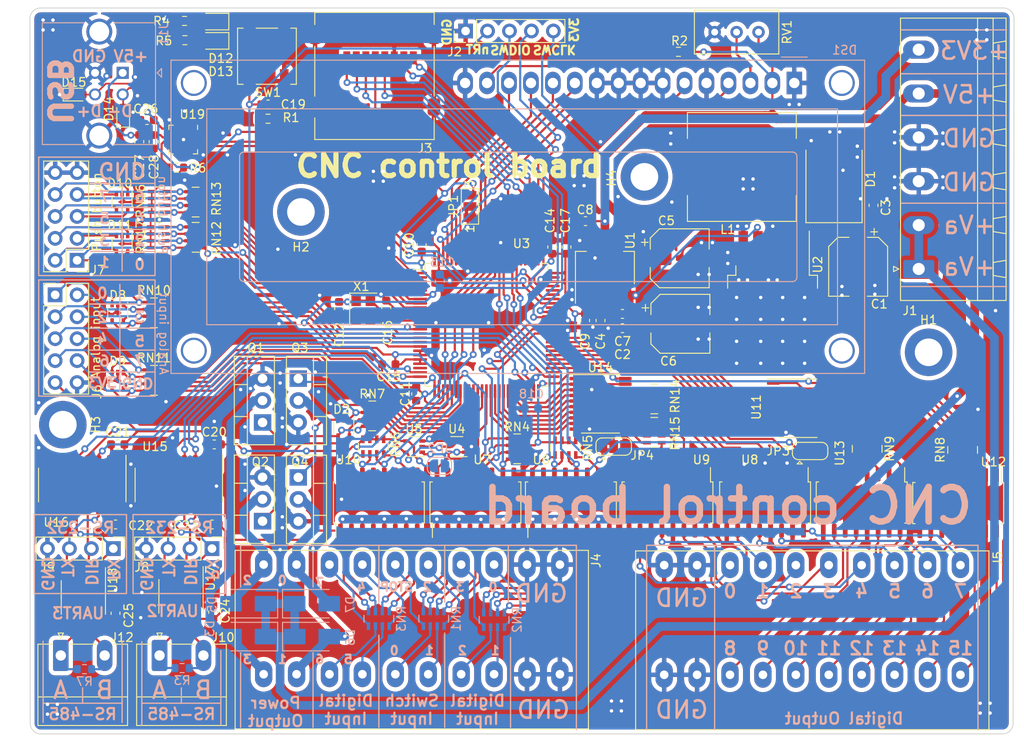
<source format=kicad_pcb>
(kicad_pcb (version 20211014) (generator pcbnew)
  (layers (0 "F.Cu" signal) (31 "B.Cu" signal) (34 "B.Paste" user) (35 "F.Paste" user) (36 "B.SilkS" user "B.Silkscreen") (37 "F.SilkS" user "F.Silkscreen") (38 "B.Mask" user) (39 "F.Mask" user) (44 "Edge.Cuts" user))
  (net 0 "")
  (net 1 "+3V3")
  (net 2 "GND")
  (net 3 "VBUS")
  (net 4 "/MCU/nRST")
  (net 5 "+5V")
  (net 6 "/MCU/RS")
  (net 7 "/MCU/EN")
  (net 8 "/MCU/D4")
  (net 9 "/MCU/D5")
  (net 10 "/MCU/D6")
  (net 11 "/MCU/D7")
  (net 12 "/MCU/SWDIO")
  (net 13 "/MCU/SWCLK")
  (net 14 "/MCU/POM")
  (net 15 "O0")
  (net 16 "O1")
  (net 17 "O2")
  (net 18 "O3")
  (net 19 "Net-(J5-Pad7)")
  (net 20 "/MCU/BOOT0")
  (net 21 "O4")
  (net 22 "VAA")
  (net 23 "/IO/C0")
  (net 24 "/IO/C1")
  (net 25 "/IO/C2")
  (net 26 "/IO/C3")
  (net 27 "O5")
  (net 28 "O6")
  (net 29 "O7")
  (net 31 "Net-(DS1-Pad3)")
  (net 32 "PB7")
  (net 33 "PB6")
  (net 34 "PB5")
  (net 35 "PB4")
  (net 36 "Net-(J10-Pad1)")
  (net 37 "Net-(J10-Pad2)")
  (net 38 "SWSTOP")
  (net 39 "DIR2")
  (net 40 "TX2")
  (net 41 "RX2")
  (net 42 "/IO/C8")
  (net 43 "/IO/C9")
  (net 44 "/IO/C10")
  (net 45 "/IO/C11")
  (net 46 "/IO/C12")
  (net 47 "/IO/C13")
  (net 48 "/IO/C14")
  (net 49 "/IO/C15")
  (net 50 "Net-(DS1-Pad15)")
  (net 51 "I3")
  (net 52 "I2")
  (net 53 "I1")
  (net 54 "I0")
  (net 55 "I4")
  (net 56 "I5")
  (net 57 "I6")
  (net 58 "I7")
  (net 59 "A0")
  (net 60 "A1")
  (net 61 "A2")
  (net 62 "A3")
  (net 63 "A4")
  (net 64 "SW2")
  (net 65 "SW1")
  (net 66 "SW0")
  (net 67 "TX3")
  (net 68 "A5")
  (net 69 "A6")
  (net 70 "A7")
  (net 71 "/IO/C4")
  (net 72 "Net-(RN8-Pad5)")
  (net 73 "Net-(RN8-Pad6)")
  (net 74 "Net-(RN8-Pad7)")
  (net 75 "Net-(RN8-Pad8)")
  (net 76 "PO0")
  (net 77 "PO1")
  (net 78 "PO2")
  (net 79 "RX3")
  (net 80 "PB0")
  (net 81 "PB1")
  (net 82 "PB2")
  (net 83 "PB3")
  (net 84 "DIR3")
  (net 85 "PO3")
  (net 86 "/IO/C5")
  (net 87 "TX")
  (net 88 "/IO/C6")
  (net 89 "/IO/C7")
  (net 90 "Net-(RN15-Pad1)")
  (net 91 "Net-(RN15-Pad2)")
  (net 92 "Net-(RN15-Pad3)")
  (net 93 "Net-(RN15-Pad4)")
  (net 94 "Net-(RN15-Pad5)")
  (net 95 "Net-(RN15-Pad6)")
  (net 96 "Net-(RN15-Pad7)")
  (net 97 "Net-(RN15-Pad8)")
  (net 98 "/MCU/CLK")
  (net 99 "/MCU/CMD")
  (net 100 "RX")
  (net 101 "O8")
  (net 102 "O9")
  (net 103 "O10")
  (net 104 "O11")
  (net 105 "O12")
  (net 106 "O13")
  (net 107 "O14")
  (net 108 "O15")
  (net 109 "SW3")
  (net 110 "/MCU/DAT0")
  (net 111 "/MCU/DAT1")
  (net 112 "/MCU/DAT2")
  (net 113 "/MCU/DAT3")
  (net 114 "Net-(JP4-Pad2)")
  (net 118 "Net-(D12-Pad2)")
  (net 119 "Net-(D13-Pad2)")
  (net 120 "Net-(J9-Pad1)")
  (net 121 "Net-(J9-Pad2)")
  (net 122 "Net-(J9-Pad3)")
  (net 123 "Net-(JP3-Pad2)")
  (net 124 "Net-(R4-Pad1)")
  (net 125 "Net-(R5-Pad1)")
  (net 126 "Net-(R6-Pad2)")
  (net 127 "Net-(RN1-Pad8)")
  (net 128 "Net-(RN2-Pad1)")
  (net 129 "Net-(RN2-Pad2)")
  (net 130 "Net-(RN2-Pad3)")
  (net 131 "Net-(RN3-Pad6)")
  (net 132 "Net-(RN3-Pad7)")
  (net 133 "Net-(RN3-Pad8)")
  (net 134 "Net-(RN8-Pad1)")
  (net 135 "Net-(RN8-Pad2)")
  (net 136 "Net-(RN8-Pad3)")
  (net 137 "Net-(RN8-Pad4)")
  (net 138 "Net-(RN9-Pad1)")
  (net 139 "Net-(RN9-Pad2)")
  (net 140 "Net-(RN9-Pad3)")
  (net 141 "Net-(RN9-Pad4)")
  (net 142 "Net-(RN9-Pad5)")
  (net 143 "Net-(RN9-Pad6)")
  (net 144 "Net-(RN9-Pad7)")
  (net 145 "Net-(RN9-Pad8)")
  (net 146 "Net-(RN14-Pad1)")
  (net 147 "Net-(RN14-Pad2)")
  (net 148 "Net-(RN14-Pad3)")
  (net 149 "Net-(RN14-Pad4)")
  (net 150 "Net-(RN14-Pad5)")
  (net 151 "Net-(RN14-Pad6)")
  (net 152 "Net-(RN14-Pad7)")
  (net 153 "Net-(RN14-Pad8)")
  (net 154 "Net-(U3-Pad12)")
  (net 165 "Net-(U4-Pad4)")
  (net 178 "Net-(D10-Pad1)")
  (net 179 "Net-(D10-Pad3)")
  (net 180 "Net-(D10-Pad4)")
  (net 181 "Net-(D10-Pad5)")
  (net 182 "Net-(J5-Pad5)")
  (net 183 "Net-(J5-Pad6)")
  (net 184 "Net-(J5-Pad8)")
  (net 185 "Net-(J5-Pad9)")
  (net 186 "Net-(J5-Pad10)")
  (net 187 "Net-(J5-Pad11)")
  (net 188 "Net-(J5-Pad12)")
  (net 189 "Net-(J5-Pad13)")
  (net 190 "Net-(J5-Pad14)")
  (net 191 "Net-(J5-Pad15)")
  (net 192 "Net-(J5-Pad16)")
  (net 193 "Net-(J5-Pad18)")
  (net 194 "Net-(J5-Pad17)")
  (net 195 "Net-(J5-Pad19)")
  (net 196 "Net-(J8-Pad1)")
  (net 197 "Net-(J5-Pad20)")
  (net 198 "Net-(D11-Pad4)")
  (net 199 "Net-(D11-Pad3)")
  (net 200 "Net-(D11-Pad5)")
  (net 201 "Net-(J8-Pad2)")
  (net 202 "Net-(J8-Pad3)")
  (net 203 "Net-(J12-Pad1)")
  (net 204 "Net-(J12-Pad2)")
  (net 205 "/Power/SWITCH")
  (net 206 "Net-(D2-Pad1)")
  (net 207 "Net-(D2-Pad3)")
  (net 208 "Net-(D2-Pad4)")
  (net 209 "Net-(D2-Pad5)")
  (net 210 "Net-(D8-Pad1)")
  (net 211 "Net-(D8-Pad3)")
  (net 212 "Net-(D8-Pad4)")
  (net 213 "Net-(D8-Pad5)")
  (net 214 "Net-(D9-Pad1)")
  (net 215 "/COMM/D-")
  (net 216 "/COMM/D+")
  (net 217 "Net-(D9-Pad3)")
  (net 218 "Net-(D9-Pad4)")
  (net 219 "Net-(D9-Pad5)")
  (net 220 "Net-(D11-Pad1)")
  (net 221 "Net-(RN1-Pad5)")
  (net 222 "Net-(RN1-Pad6)")
  (net 223 "Net-(RN1-Pad7)")
  (net 224 "Net-(RN2-Pad4)")
  (net 225 "Net-(RN3-Pad5)")
  (footprint "Resistor_SMD:R_Array_Concave_4x0603" (layer "F.Cu") (at 92.075 51.435 180)
    (fp_text reference "RN13")
    (fp_text value "1k")
  )
  (footprint "Capacitor_SMD:C_0603_1608Metric" (layer "F.Cu") (at 82.804 99.06 -90)
    (fp_text reference "C25")
    (fp_text value "100n")
  )
  (footprint "Package_SO:SOIC-16_3.9x9.9mm_P1.27mm" (layer "F.Cu") (at 78.955 84.201 -90)
    (fp_text reference "U16")
    (fp_text value "π131M31")
  )
  (footprint "Package_TO_SOT_SMD:SOT-353_SC-70-5" (layer "F.Cu") (at 117.348 79.756 180)
    (fp_text reference "U5")
    (fp_text value "74AHC1G08")
  )
  (footprint "Capacitor_SMD:C_0603_1608Metric" (layer "F.Cu") (at 100.457 40.132)
    (fp_text reference "C19")
    (fp_text value "100n")
  )
  (footprint "Capacitor_SMD:C_0603_1608Metric" (layer "F.Cu") (at 114.143 63.627 90)
    (fp_text reference "C16")
    (fp_text value "100n")
  )
  (footprint "Package_SO:SOIC-16_4.55x10.3mm_P1.27mm" (layer "F.Cu") (at 113.284 86.233 90)
    (fp_text reference "U10")
    (fp_text value "TLP291-4")
  )
  (footprint "Package_SO:SOIC-16_4.55x10.3mm_P1.27mm" (layer "F.Cu") (at 169.164 86.233 -90)
    (fp_text reference "U13")
    (fp_text value "TLP291-4")
  )
  (footprint "Diode_SMD:D_0603_1608Metric" (layer "F.Cu") (at 83.693 41.275 90)
    (fp_text reference "D14")
    (fp_text value "PGB1010603NR")
  )
  (footprint "Connector_PinHeader_2.54mm:PinHeader_2x05_P2.54mm_Vertical" (layer "F.Cu") (at 78.359 58.178 180)
    (fp_text reference "J7")
    (fp_text value "Conn_01x10_Female")
  )
  (footprint "Potentiometer_THT:Potentiometer_Bourns_3386C_Horizontal" (layer "F.Cu") (at 152.146 31.75 90)
    (fp_text reference "RV1")
    (fp_text value "10k")
  )
  (footprint "Connector_Phoenix_MSTB:PhoenixContact_MSTBA_2,5_6-G-5,08_1x06_P5.08mm_Horizontal" (layer "F.Cu") (at 175.768 59.182 90)
    (fp_text reference "J1")
    (fp_text value "Conn_01x06_Female")
  )
  (footprint "Capacitor_SMD:C_0603_1608Metric" (layer "F.Cu") (at 94.234 79.502)
    (fp_text reference "C20")
    (fp_text value "100n")
  )
  (footprint "MountingHole:MountingHole_3.2mm_M3_ISO14580_Pad" (layer "F.Cu") (at 144.018 48.514)
    (fp_text reference "H4")
    (fp_text value "MountingHole")
  )
  (footprint "Capacitor_SMD:C_0603_1608Metric" (layer "F.Cu") (at 86.4496 41.9348 180)
    (fp_text reference "C26")
    (fp_text value "100n")
  )
  (footprint "Resistor_SMD:R_0603_1608Metric" (layer "F.Cu") (at 90.837 32.689)
    (fp_text reference "R5")
    (fp_text value "330")
  )
  (footprint "Capacitor_SMD:C_0603_1608Metric" (layer "F.Cu") (at 117.602 73.66 -90)
    (fp_text reference "C11")
    (fp_text value "100n")
  )
  (footprint "MountingHole:MountingHole_3.2mm_M3_ISO14580_Pad" (layer "F.Cu") (at 76.708 77.216)
    (fp_text reference "H3")
    (fp_text value "MountingHole")
  )
  (footprint "Capacitor_SMD:C_0603_1608Metric" (layer "F.Cu") (at 93.98 88.773)
    (fp_text reference "C23")
    (fp_text value "100n")
  )
  (footprint "Capacitor_SMD:C_0603_1608Metric" (layer "F.Cu") (at 133.35 56.642 90)
    (fp_text reference "C14")
    (fp_text value "100n")
  )
  (footprint "Jumper:SolderJumper-3_P1.3mm_Bridged2Bar12_Pad1.0x1.5mm_NumberLabels" (layer "F.Cu") (at 123.825 51.943 90)
    (fp_text reference "JP1")
    (fp_text value "SolderJumper_3_Bridged12")
  )
  (footprint "SpecialParts:DIP-20_500_ELL" (layer "F.Cu") (at 117.094 99.77)
    (fp_text reference "J4")
    (fp_text value "Conn_02x10_Odd_Even")
  )
  (footprint "LED_SMD:LED_0805_2012Metric" (layer "F.Cu") (at 94.232 30.53 180)
    (fp_text reference "D12")
    (fp_text value "LED")
  )
  (footprint "Jumper:SolderJumper-3_P1.3mm_Bridged2Bar12_RoundedPad1.0x1.5mm" (layer "F.Cu") (at 140.462 79.756)
    (fp_text reference "JP4")
    (fp_text value "Jumper_3_Bridged12")
  )
  (footprint "Package_SO:SOIC-16_4.55x10.3mm_P1.27mm" (layer "F.Cu") (at 135.509 86.233 90)
    (fp_text reference "U6")
    (fp_text value "TLP291-4")
  )
  (footprint "Capacitor_SMD:C_0603_1608Metric" (layer "F.Cu") (at 135.001 56.642 90)
    (fp_text reference "C17")
    (fp_text value "100n")
  )
  (footprint "Resistor_SMD:R_Array_Concave_4x0603" (layer "F.Cu") (at 92.075 55.518)
    (fp_text reference "RN12")
    (fp_text value "1k")
  )
  (footprint "Capacitor_SMD:C_0603_1608Metric" (layer "F.Cu") (at 114.427 70.231 180)
    (fp_text reference "C15")
    (fp_text value "100n")
  )
  (footprint "Package_QFP:LQFP-100_14x14mm_P0.5mm" (layer "F.Cu") (at 125.73 65.659)
    (fp_text reference "U3")
    (fp_text value "STM32L431VCTx")
  )
  (footprint "Package_SO:TSSOP-20_4.4x6.5mm_P0.65mm" (layer "F.Cu") (at 161.798 75.311)
    (fp_text reference "U11")
    (fp_text value "SN74LVC541APWR")
  )
  (footprint "Button_Switch_SMD:SW_SPST_B3SL-1002P" (layer "F.Cu") (at 100.33 34.544 90)
    (fp_text reference "SW1")
    (fp_text value "SW_Push")
  )
  (footprint "Resistor_SMD:R_Array_Concave_4x0603" (layer "F.Cu") (at 87.2618 72.079)
    (fp_text reference "RN11")
    (fp_text value "1k")
  )
  (footprint "Jumper:SolderJumper-3_P1.3mm_Bridged12_RoundedPad1.0x1.5mm" (layer "F.Cu") (at 163.195 80.264)
    (fp_text reference "JP3")
    (fp_text value "Jumper_3_Bridged12")
  )
  (footprint "Resistor_SMD:R_Array_Concave_4x0603" (layer "F.Cu") (at 112.64 79.756 -90)
    (fp_text reference "RN6")
    (fp_text value "10k")
  )
  (footprint "Capacitor_SMD:C_0603_1608Metric" (layer "F.Cu") (at 87.2116 44.4494 90)
    (fp_text reference "C28")
    (fp_text value "1u")
  )
  (footprint "Capacitor_SMD:C_0603_1608Metric" (layer "F.Cu") (at 141.478 64.389 180)
    (fp_text reference "C7")
    (fp_text value "100n")
  )
  (footprint "Capacitor_SMD:CP_Elec_6.3x7.7" (layer "F.Cu") (at 148.1836 65.532)
    (fp_text reference "C6")
    (fp_text value "100u")
  )
  (footprint "Package_TO_SOT_SMD:SOT-353_SC-70-5" (layer "F.Cu") (at 83.566 56.261 -90)
    (fp_text reference "D11")
    (fp_text value "PESD3V3L4UG")
  )
  (footprint "Capacitor_SMD:C_0603_1608Metric" (layer "F.Cu") (at 85.5606 44.4364 -90)
    (fp_text reference "C27")
    (fp_text value "100n")
  )
  (footprint "Inductor_SMD:L_12x12mm_H8mm" (layer "F.Cu") (at 155.2956 47.371 180)
    (fp_text reference "L1")
    (fp_text value "33uH")
  )
  (footprint "Capacitor_SMD:C_0603_1608Metric" (layer "F.Cu") (at 170.5356 51.816 90)
    (fp_text reference "C3")
    (fp_text value "100n")
  )
  (footprint "Package_TO_SOT_THT:TO-220-3_Vertical" (layer "F.Cu") (at 99.822 76.962 90)
    (fp_text reference "Q1")
    (fp_text value "YJP70G10A")
  )
  (footprint "Package_TO_SOT_THT:TO-220-3_Vertical" (layer "F.Cu") (at 99.822 88.392 90)
    (fp_text reference "Q2")
    (fp_text value "YJP70G10A")
  )
  (footprint "Package_SO:SOIC-16_4.55x10.3mm_P1.27mm" (layer "F.Cu") (at 124.46 86.233 90)
    (fp_text reference "U7")
    (fp_text value "TLP291-4")
  )
  (footprint "Package_SO:SOP-8_3.9x4.9mm_P1.27mm" (layer "F.Cu") (at 79.082 97.228 -90)
    (fp_text reference "U18")
    (fp_text value "MAX485E")
  )
  (footprint "Capacitor_SMD:C_0603_1608Metric" (layer "F.Cu") (at 118.237 56.388 90)
    (fp_text reference "C10")
    (fp_text value "100n")
  )
  (footprint "Resistor_SMD:R_0603_1608Metric" (layer "F.Cu") (at 100.457 41.783 180)
    (fp_text reference "R1")
    (fp_text value "10k")
  )
  (footprint "Connector_PinHeader_2.54mm:PinHeader_1x04_P2.54mm_Vertical" (layer "F.Cu") (at 82.55 91.567 -90)
    (fp_text reference "J9")
    (fp_text value "Conn_01x04_Female")
  )
  (footprint "Capacitor_SMD:C_0603_1608Metric" (layer "F.Cu") (at 137.1978 53.6448 180)
    (fp_text reference "C8")
    (fp_text value "1u")
  )
  (footprint "Package_TO_SOT_SMD:SOT-353_SC-70-5" (layer "F.Cu") (at 83.566 51.4096 -90)
    (fp_text reference "D10")
    (fp_text value "PESD3V3L4UG")
  )
  (footprint "Resistor_SMD:R_0603_1608Metric" (layer "F.Cu") (at 90.7973 30.4564)
    (fp_text reference "R4")
    (fp_text value "330")
  )
  (footprint "Connector_Phoenix_MC_HighVoltage:PhoenixContact_MC_1,5_2-G-5.08_1x02_P5.08mm_Horizontal" (layer "F.Cu") (at 76.47 103.9475)
    (fp_text reference "J12")
    (fp_text value "Conn_01x02_Female")
  )
  (footprint "Package_SO:SOIC-16_4.55x10.3mm_P1.27mm" (layer "F.Cu") (at 146.685 86.233 -90)
    (fp_text reference "U9")
    (fp_text value "TLP291-4")
  )
  (footprint "Resistor_SMD:R_0603_1608Metric" (layer "F.Cu") (at 89.8532 47.4466 180)
    (fp_text reference "R6")
    (fp_text value "330")
  )
  (footprint "Capacitor_SMD:C_0603_1608Metric" (layer "F.Cu") (at 83.058 79.502)
    (fp_text reference "C21")
    (fp_text value "100n")
  )
  (footprint "Connector_PinHeader_2.54mm:PinHeader_1x04_P2.54mm_Vertical" (layer "F.Cu") (at 93.97 91.567 -90)
    (fp_text reference "J8")
    (fp_text value "Conn_01x04_Female")
  )
  (footprint "Package_TO_SOT_SMD:SOT-353_SC-70-5" (layer "F.Cu") (at 83.058 72.136 -90)
    (fp_text reference "D9")
    (fp_text value "w")
  )
  (footprint "Package_TO_SOT_SMD:SOT-353_SC-70-5" (layer "F.Cu") (at 109.22 77.597 -90)
    (fp_text reference "D2")
    (fp_text value "PESD3V3L4UG")
  )
  (footprint "Package_SO:SOIC-16_4.55x10.3mm_P1.27mm" (layer "F.Cu") (at 157.988 86.233 -90)
    (fp_text reference "U8")
    (fp_text value "TLP291-4")
  )
  (footprint "Capacitor_SMD:CP_Elec_6.3x7.7" (layer "F.Cu") (at 148.1048 57.9456)
    (fp_text reference "C5")
    (fp_text value "100u")
  )
  (footprint "Capacitor_SMD:C_0603_1608Metric" (layer "F.Cu") (at 137.16 65.151 -90)
    (fp_text reference "C9")
    (fp_text value "1u")
  )
  (footprint "Connector_PinHeader_2.54mm:PinHeader_1x05_P2.54mm_Vertical" (layer "F.Cu") (at 123.322 31.623 90)
    (fp_text reference "J2")
    (fp_text value "Conn_01x05_Female")
  )
  (footprint "Resistor_SMD:R_Array_Concave_4x0603" (layer "F.Cu") (at 180.848 80.137 90)
    (fp_text reference "RN8")
    (fp_text value "100")
  )
  (footprint "Connector_Card:microSD_HC_Molex_47219-2001" (layer "F.Cu") (at 112.776 36.83)
    (fp_text reference "J3")
    (fp_text value "Micro_SD_Card")
  )
  (footprint "Capacitor_SMD:C_0603_1608Metric" (layer "F.Cu") (at 141.478 66.04 180)
    (fp_text reference "C2")
    (fp_text value "100n")
  )
  (footprint "Connector_Phoenix_MC_HighVoltage:PhoenixContact_MC_1,5_2-G-5.08_1x02_P5.08mm_Horizontal" (layer "F.Cu") (at 87.9 103.9475)
    (fp_text reference "J10")
    (fp_text value "Conn_01x02_Female")
  )
  (footprint "Resistor_SMD:R_0603_1608Metric" (layer "F.Cu") (at 147.955 34.036 180)
    (fp_text reference "R2")
    (fp_text value "0")
  )
  (footprint "Diode_SMD:D_0603_1608Metric" (layer "F.Cu") (at 78.232 38.989)
    (fp_text reference "D15")
    (fp_text value "PGB1010603NR")
  )
  (footprint "Capacitor_SMD:C_0603_1608Metric" (layer "F.Cu") (at 138.938 65.151 -90)
    (fp_text reference "C4")
    (fp_text value "100n")
  )
  (footprint "Package_TO_SOT_SMD:SOT-223-3_TabPin2" (layer "F.Cu") (at 139.446 59.055 90)
    (fp_text reference "U1")
    (fp_text value "AMS1117-3.3")
  )
  (footprint "Package_TO_SOT_SMD:SOT-353_SC-70-5" (layer "F.Cu") (at 83.058 64.262 -90)
    (fp_text reference "D8")
    (fp_text value "w")
  )
  (footprint "LED_SMD:LED_0805_2012Metric" (layer "F.Cu") (at 94.234 32.766 180)
    (fp_text reference "D13")
    (fp_text value "LED")
  )
  (footprint "Package_SO:SOP-8_3.9x4.9mm_P1.27mm" (layer "F.Cu") (at 90.385 97.101 -90)
    (fp_text reference "U17")
    (fp_text value "MAX485E")
  )
  (footprint "Resistor_SMD:R_Array_Concave_4x0603" (layer "F.Cu") (at 169.799 80.01 -90)
    (fp_text reference "RN9")
    (fp_text value "100")
  )
  (footprint "Resistor_SMD:R_Array_Concave_4x0603" (layer "F.Cu") (at 87.249 64.262)
    (fp_text reference "RN10")
    (fp_text value "1k")
  )
  (footprint "Capacitor_SMD:C_0603_1608Metric" (layer "F.Cu") (at 108.682 63.767 -90)
    (fp_text reference "C12")
    (fp_text value "100n")
  )
  (footprint "Resistor_SMD:R_Array_Concave_4x0603" (layer "F.Cu") (at 87.845 51.416)
    (fp_text reference "RN16")
    (fp_text value "10k")
  )
  (footprint "Capacitor_SMD:CP_Elec_6.3x7.7" (layer "F.Cu") (at 168.7576 58.928 -90)
    (fp_text reference "C1")
    (fp_text value "C_Polarized")
  )
  (footprint "Resistor_SMD:R_Array_Concave_4x0603" (layer "F.Cu") (at 87.718 55.518)
    (fp_text reference "RN17")
    (fp_text value "10k")
  )
  (footprint "Package_DFN_QFN:SiliconLabs_QFN-20-1EP_3x3mm_P0.5mm_EP1.8x1.8mm" (layer "F.Cu") (at 90.6406 44.1954 -90)
    (fp_text reference "U19")
    (fp_text value "CP2102N-Axx-xQFN20")
  )
  (footprint "Package_SO:SOIC-16_3.9x9.9mm_P1.27mm" (layer "F.Cu") (at 90.131 84.201 -90)
    (fp_text reference "U15")
    (fp_text value "π131M31")
  )
  (footprint "Resistor_SMD:R_Array_Concave_4x0603" (layer "F.Cu") (at 112.522 76.2)
    (fp_text reference "RN7")
    (fp_text value "1k")
  )
  (footprint "SpecialParts:DIP-20_500_ELL" (layer "F.Cu") (at 163.449 99.834)
    (fp_text reference "J5")
    (fp_text value "Conn_02x10_Odd_Even")
  )
  (footprint "Package_SO:TSSOP-20_4.4x6.5mm_P0.65mm" (layer "F.Cu") (at 138.938 74.803)
    (fp_text reference "U14")
    (fp_text value "SN74LVC541APWR")
  )
  (footprint "Package_TO_SOT_THT:TO-220-3_Vertical" (layer "F.Cu") (at 103.957 83.324 -90)
    (fp_text reference "Q4")
    (fp_text value "YJP70G10A")
  )
  (footprint "Resistor_SMD:R_Array_Concave_4x0603" (layer "F.Cu") (at 145.161 78.105)
    (fp_text reference "RN15")
    (fp_text value "100")
  )
  (footprint "Connector_PinHeader_2.54mm:PinHeader_2x05_P2.54mm_Vertical" (layer "F.Cu") (at 75.819 62.178)
    (fp_text reference "J6")
    (fp_text value "Conn_01x10_Female")
  )
  (footprint "Resistor_SMD:R_Array_Concave_4x0603" (layer "F.Cu") (at 134.874 79.883 -90)
    (fp_text reference "RN5")
    (fp_text value "10k")
  )
  (footprint "Capacitor_SMD:C_0603_1608Metric" (layer "F.Cu") (at 82.804 88.773)
    (fp_text reference "C22")
    (fp_text value "100n")
  )
  (footprint "Package_TO_SOT_SMD:SOT-363_SC-70-6" (layer "F.Cu") (at 122.301 79.756 180)
    (fp_text reference "U4")
    (fp_text value "74LVC1G175")
  )
  (footprint "Package_SO:SOIC-16_4.55x10.3mm_P1.27mm" (layer "F.Cu") (at 180.336 86.296 -90)
    (fp_text reference "U12")
    (fp_text value "TLP291-4")
  )
  (footprint "Resistor_SMD:R_Array_Concave_4x0603" (layer "F.Cu") (at 145.161 74.232 180)
    (fp_text reference "RN14")
    (fp_text value "100")
  )
  (footprint "MountingHole:MountingHole_3.2mm_M3_ISO14580_Pad" (layer "F.Cu") (at 104.267 52.578)
    (fp_text reference "H2")
    (fp_text value "MountingHole")
  )
  (footprint "MountingHole:MountingHole_3.2mm_M3_ISO14580_Pad" (layer "F.Cu") (at 176.911 68.834)
    (fp_text reference "H1")
    (fp_text value "MountingHole")
  )
  (footprint "Package_TO_SOT_THT:TO-220-3_Vertical" (layer "F.Cu") (at 103.957 71.882 -90)
    (fp_text reference "Q3")
    (fp_text value "YJP70G10A")
  )
  (footprint "Package_TO_SOT_SMD:TO-263-5_TabPin3" (layer "F.Cu") (at 158.8516 62.865 -90)
    (fp_text reference "U2")
    (fp_text value "LM2596HV-5")
  )
  (footprint "Capacitor_SMD:C_0603_1608Metric" (layer "F.Cu") (at 94.107 98.933 -90)
    (fp_text reference "C24")
    (fp_text value "100n")
  )
  (footprint "Diode_SMD:D_SMC" (layer "F.Cu") (at 165.9636 49.022 90)
    (fp_text reference "D1")
    (fp_text value "SK86C")
  )
  (footprint "Oscillator:Oscillator_SMD_Abracon_ASE-4Pin_3.2x2.5mm" (layer "F.Cu") (at 111.476 63.881 -90)
    (fp_text reference "X1")
    (fp_text value "ASE-xxxMHz")
  )
  (footprint "Resistor_SMD:R_Array_Concave_4x0603" (layer "F.Cu") (at 129.286 80.01 180)
    (fp_text reference "RN4")
    (fp_text value "10k")
  )
  (footprint "Resistor_SMD:R_Array_Concave_4x0603" (layer "B.Cu") (at 126.619 99.822 -90)
    (fp_text reference "RN2")
    (fp_text value "220")
  )
  (footprint "Resistor_SMD:R_Array_Concave_4x0603" (layer "B.Cu") (at 113.284 99.695 90)
    (fp_text reference "RN3")
    (fp_text value "220")
  )
  (footprint "Connector_USB:USB_B_TE_5787834_Vertical" (layer "B.Cu") (at 83.6355 36.469 90)
    (fp_text reference "J11")
    (fp_text value "USB_B")
  )
  (footprint "Resistor_SMD:R_0603_1608Metric" (layer "B.Cu") (at 79.209 105.535)
    (fp_text reference "R7")
    (fp_text value "120")
  )
  (footprint "Capacitor_SMD:C_0603_1608Metric" (layer "B.Cu") (at 130.937 75.311 180)
    (fp_text reference "C18")
    (fp_text value "100n")
  )
  (footprint "Jumper:SolderJumper-2_P1.3mm_Open_RoundedPad1.0x1.5mm" (layer "B.Cu") (at 120.2944 81.9912 180)
    (fp_text reference "JP2")
    (fp_text value "Jumper_2_Open")
  )
  (footprint "Capacitor_SMD:C_0603_1608Metric" (layer "B.Cu") (at 120.3452 60.6044 90)
    (fp_text reference "C13")
    (fp_text value "100n")
  )
  (footprint "Diode_SMD:D_SMA" (layer "B.Cu") (at 105.537 101.759)
    (fp_text reference "D6")
    (fp_text value "M7")
  )
  (footprint "Diode_SMD:D_SMA" (layer "B.Cu") (at 98.171 97.949 180)
    (fp_text reference "D5")
    (fp_text value "M7")
  )
  (footprint "Display:WC1602A" (layer "B.Cu") (at 161.366 37.6425 180)
    (fp_text reference "DS1")
    (fp_text value "WC1602A")
  )
  (footprint "Resistor_SMD:R_Array_Concave_4x0603" (layer "B.Cu") (at 119.634 99.695 90)
    (fp_text reference "RN1")
    (fp_text value "220")
  )
  (footprint "Diode_SMD:D_SMA" (layer "B.Cu") (at 105.537 97.949)
    (fp_text reference "D7")
    (fp_text value "M7")
  )
  (footprint "Resistor_SMD:R_0603_1608Metric" (layer "B.Cu") (at 90.512 105.408)
    (fp_text reference "R3")
    (fp_text value "120")
  )
  (footprint "Diode_SMD:D_SMA" (layer "B.Cu") (at 98.171 101.759 180)
    (fp_text reference "D3")
    (fp_text value "M7")
  )
  (gr_line (start 74.422 111.6965) (end 74.422 102.2985) (layer "B.SilkS") (width 0.15))
  (gr_line (start 120.904 101.346) (end 120.904 112.268) (layer "B.SilkS") (width 0.15))
  (gr_line (start 173.736 36.576) (end 185.928 36.576) (layer "B.SilkS") (width 0.15))
  (gr_line (start 79.756 63.246) (end 87.376 63.246) (layer "B.SilkS") (width 0.15))
  (gr_line (start 97.282 91.186) (end 136.144 91.186) (layer "B.SilkS") (width 0.15))
  (gr_line (start 79.883 57.15) (end 87.249 57.15) (layer "B.SilkS") (width 0.15))
  (gr_line (start 78.994 109.474) (end 78.994 107.696) (layer "B.SilkS") (width 0.15))
  (gr_line (start 97.282 91.186) (end 97.282 96.012) (layer "B.SilkS") (width 0.15))
  (gr_line (start 173.736 41.402) (end 185.928 41.402) (layer "B.SilkS") (width 0.15))
  (gr_line (start 173.736 51.562) (end 185.928 51.562) (layer "B.SilkS") (width 0.15))
  (gr_line (start 94.996 109.474) (end 85.852 109.474) (layer "B.SilkS") (width 0.15))
  (gr_line (start 79.756 66.04) (end 87.376 66.04) (layer "B.SilkS") (width 0.15))
  (gr_line (start 173.736 31.496) (end 185.928 31.496) (layer "B.SilkS") (width 0.15))
  (gr_line (start 97.282 103.632) (end 97.282 112.268) (layer "B.SilkS") (width 0.15))
  (gr_line (start 105.664 103.632) (end 105.664 112.268) (layer "B.SilkS") (width 0.15))
  (gr_line (start 79.883 54.61) (end 87.249 54.61) (layer "B.SilkS") (width 0.15))
  (gr_line (start 83.566 49.276) (end 83.566 59.436) (layer "B.SilkS") (width 0.15))
  (gr_line (start 105.664 91.186) (end 105.664 96.012) (layer "B.SilkS") (width 0.15))
  (gr_rect (start 73.914 60.452) (end 87.376 73.914) (layer "B.SilkS") (width 0.15) (fill none))
  (gr_line (start 128.524 101.854) (end 128.524 112.268) (layer "B.SilkS") (width 0.15))
  (gr_line (start 113.284 101.6) (end 113.284 112.268) (layer "B.SilkS") (width 0.15))
  (gr_line (start 83.566 111.6965) (end 83.566 102.2985) (layer "B.SilkS") (width 0.15))
  (gr_line (start 144.272 91.186) (end 182.626 91.186) (layer "B.SilkS") (width 0.15))
  (gr_line (start 83.312 60.96) (end 83.312 73.406) (layer "B.SilkS") (width 0.15))
  (gr_line (start 83.566 109.474) (end 74.422 109.474) (layer "B.SilkS") (width 0.15))
  (gr_line (start 136.144 91.186) (end 136.144 112.522) (layer "B.SilkS") (width 0.15))
  (gr_line (start 113.284 91.313) (end 113.284 97.79) (layer "B.SilkS") (width 0.15))
  (gr_line (start 144.272 91.186) (end 144.272 112.522) (layer "B.SilkS") (width 0.15))
  (gr_rect (start 73.914 46.228) (end 87.376 59.944) (layer "B.SilkS") (width 0.15) (fill none))
  (gr_line (start 85.852 112.014) (end 85.852 102.362) (layer "B.SilkS") (width 0.15))
  (gr_line (start 79.883 52.07) (end 87.249 52.07) (layer "B.SilkS") (width 0.15))
  (gr_line (start 152.146 91.186) (end 152.146 112.522) (layer "B.SilkS") (width 0.15))
  (gr_line (start 182.626 91.186) (end 182.626 112.522) (layer "B.SilkS") (width 0.15))
  (gr_line (start 79.883 49.276) (end 87.249 49.276) (layer "B.SilkS") (width 0.15))
  (gr_line (start 94.996 112.014) (end 94.996 103.378) (layer "B.SilkS") (width 0.15))
  (gr_line (start 173.736 61.214) (end 185.928 61.214) (layer "B.SilkS") (width 0.15))
  (gr_rect (start 73.406 87.63) (end 84.074 96.774) (layer "B.SilkS") (width 0.15) (fill none))
  (gr_line (start 79.756 68.58) (end 87.376 68.58) (layer "B.SilkS") (width 0.15))
  (gr_rect (start 84.836 87.63) (end 95.504 96.774) (layer "B.SilkS") (width 0.15) (fill none))
  (gr_line (start 128.27 91.186) (end 128.27 97.79) (layer "B.SilkS") (width 0.15))
  (gr_line (start 120.904 91.186) (end 120.904 97.79) (layer "B.SilkS") (width 0.15))
  (gr_line (start 90.424 109.474) (end 90.424 107.696) (layer "B.SilkS") (width 0.15))
  (gr_line (start 79.756 71.12) (end 87.376 71.12) (layer "B.SilkS") (width 0.15))
  (gr_line (start 74.202043 113.03) (end 185.42 113.03) (layer "Edge.Cuts") (width 0.1))
  (gr_line (start 72.898 30.226) (end 72.932043 111.76) (layer "Edge.Cuts") (width 0.1))
  (gr_line (start 186.69 111.76) (end 186.797672 30.226) (layer "Edge.Cuts") (width 0.1))
  (gr_arc (start 185.527672 28.956) (mid 186.436 29.317672) (end 186.797672 30.226) (layer "Edge.Cuts") (width 0.1))
  (gr_arc (start 72.898 30.226) (mid 73.259672 29.317672) (end 74.168 28.956) (layer "Edge.Cuts") (width 0.1))
  (gr_line (start 185.527672 28.956) (end 74.168 28.956) (layer "Edge.Cuts") (width 0.1))
  (gr_arc (start 186.69 111.76) (mid 186.328328 112.668328) (end 185.42 113.03) (layer "Edge.Cuts") (width 0.1))
  (gr_arc (start 74.202043 113.03) (mid 73.293715 112.668328) (end 72.932043 111.76) (layer "Edge.Cuts") (width 0.1))
  (gr_text "7" (at 81.534 50.8) (layer "B.SilkS") (effects (font (size 1.2 1.2) (thickness 0.25)) (justify mirror)))
  (gr_text "D-" (at 83.312 40.894) (layer "B.SilkS") (effects (font (size 1.3 1.3) (thickness 0.25)) (justify mirror)))
  (gr_text "RS-232" (at 90.17 89.154) (layer "B.SilkS") (effects (font (size 1.3 1.3) (thickness 0.25)) (justify mirror)))
  (gr_text "+5V" (at 84.582 34.544) (layer "B.SilkS") (effects (font (size 1.3 1.3) (thickness 0.25)) (justify mirror)))
  (gr_text "USB" (at 76.327 38.608 -90) (layer "B.SilkS") (effects (font (size 2.5 2.5) (thickness 0.625)) (justify mirror)))
  (gr_text "0" (at 85.598 58.674) (layer "B.SilkS") (effects (font (size 1.2 1.2) (thickness 0.25)) (justify mirror)))
  (gr_text "6" (at 106.426 104.394) (layer "B.SilkS") (effects (font (size 1 1) (thickness 0.25)) (justify mirror)))
  (gr_text "2" (at 85.598 55.88) (layer "B.SilkS") (effects (font (size 1.2 1.2) (thickness 0.25)) (justify mirror)))
  (gr_text "+Va" (at 181.61 54.102) (layer "B.SilkS") (effects (font (size 2 2) (thickness 0.3)) (justify mirror)))
  (gr_text "+Va" (at 181.61 58.928) (layer "B.SilkS") (effects (font (size 2 2) (thickness 0.3)) (justify mirror)))
  (gr_text "GND" (at 132.334 110.236) (layer "B.SilkS") (effects (font (size 2 2) (thickness 0.3)) (justify mirror)))
  (gr_text "2" (at 98.044 95.25) (layer "B.SilkS") (effects (font (size 1 1) (thickness 0.25)) (justify mirror)))
  (gr_text "0" (at 126.492 96.012) (layer "B.SilkS") (effects (font (size 1 1) (thickness 0.25)) (justify mirror)))
  (gr_text "9" (at 157.734 103.124) (layer "B.SilkS") (effects (font (size 1.5 1.5) (thickness 0.3)) (justify mirror)))
  (gr_text "0" (at 115.062 103.378) (layer "B.SilkS") (effects (font (size 1 1) (thickness 0.25)) (justify mirror)))
  (gr_text "GND" (at 85.344 72.39 180) (layer "B.SilkS") (effects (font (size 1.2 1.2) (thickness 0.25)) (justify mirror)))
  (gr_text "5" (at 109.728 104.394) (layer "B.SilkS") (effects (font (size 1 1) (thickness 0.25)) (justify mirror)))
  (gr_text "GND" (at 86.36 94.488 270) (layer "B.SilkS") (effects (font (size 1.3 1.3) (thickness 0.25)) (justify mirror)))
  (gr_text "3" (at 165.354 96.52) (layer "B.SilkS") (effects (font (size 1.5 1.5) (thickness 0.3)) (justify mirror)))
  (gr_text "1" (at 102.108 104.394) (layer "B.SilkS") (effects (font (size 1 1) (thickness 0.25)) (justify mirror)))
  (gr_text "13" (at 172.974 103.124) (layer "B.SilkS") (effects (font (size 1.5 1.5) (thickness 0.3)) (justify mirror)))
  (gr_text "6" (at 176.784 96.52) (layer "B.SilkS") (effects (font (size 1.5 1.5) (thickness 0.3)) (justify mirror)))
  (gr_text "DIR" (at 80.01 94.234 270) (layer "B.SilkS") (effects (font (size 1.3 1.3) (thickness 0.25)) (justify mirror)))
  (gr_text "GND" (at 83.566 47.752 180) (layer "B.SilkS") (effects (font (size 1.8 1.8) (thickness 0.3)) (justify mirror)))
  (gr_text "CNC control board" (at 153.67 86.614) (layer "B.SilkS") (effects (font (size 4 4) (thickness 0.75)) (justify mirror)))
  (gr_text "10" (at 161.544 103.124) (layer "B.SilkS") (effects (font (size 1.5 1.5) (thickness 0.3)) (justify mirror)))
  (gr_text "1" (at 81.534 58.42) (layer "B.SilkS") (effects (font (size 1.2 1.2) (thickness 0.25)) (justify mirror)))
  (gr_text "Switch\nInput" (at 117.094 110.236) (layer "B.SilkS") (effects (font (size 1.3 1.3) (thickness 0.25)) (justify mirror)))
  (gr_text "4" (at 85.598 53.34) (layer "B.SilkS") (effects (font (size 1.2 1.2) (thickness 0.25)) (justify mirror)))
  (gr_text "GND" (at 148.336 97.282) (layer "B.SilkS") (effects (font (size 2 2) (thickness 0.3)) (justify mirror)))
  (gr_text "0" (at 153.924 96.52) (layer "B.SilkS") (effects (font (size 1.5 1.5) (thickness 0.3)) (justify mirror)))
  (gr_text "0" (at 81.28 61.976) (layer "B.SilkS") (effects (font (size 1.2 1.2) (thickness 0.25)) (justify mirror)))
  (gr_text "GND" (at 148.336 110.236) (layer "B.SilkS") (effects (font (size 2 2) (thickness 0.3)) (justify mirror)))
  (gr_text "1" (at 157.734 96.52) (layer "B.SilkS") (effects (font (size 1.5 1.5) (thickness 0.3)) (justify mirror)))
  (gr_text "Digital\nInput" (at 124.714 110.236) (layer "B.SilkS") (effects (font (size 1.3 1.3) (thickness 0.25)) (justify mirror)))
  (gr_text "UART3" (at 78.486 99.06) (layer "B.SilkS") (effects (font (size 1.3 1.3) (thickness 0.25)) (justify mirror)))
  (gr_text "7" (at 180.594 96.52) (layer "B.SilkS") (effects (font (size 1.5 1.5) (thickness 0.3)) (justify mirror)))
  (gr_text "UART2" (at 89.408 98.806) (layer "B.SilkS") (effects (font (size 1.3 1.3) (thickness 0.25)) (justify mirror)))
  (gr_text "Power\nOutput" (at 101.346 110.49) (layer "B.SilkS") (effects (font (size 1.3 1.3) (thickness 0.25)) (justify mirror)))
  (gr_text "2" (at 161.544 96.52) (layer "B.SilkS") (effects (font (size 1.5 1.5) (thickness 0.3)) (justify mirror)))
  (gr_text "B" (at 92.964 107.95) (layer "B.SilkS") (effects (font (size 2 2) (thickness 0.3)) (justify mirror)))
  (gr_text "A" (at 87.884 107.95) (layer "B.SilkS") (effects (font (size 2 2) (thickness 0.3)) (justify mirror)))
  (gr_text "3" (at 122.682 96.012) (layer "B.SilkS") (effects (font (size 1 1) (thickness 0.25)) (justify mirror)))
  (gr_text "RX" (at 93.98 93.98 270) (layer "B.SilkS") (effects (font (size 1.3 1.3) (thickness 0.25)) (justify mirror)))
  (gr_text "5" (at 85.598 67.564) (layer "B.SilkS") (effects (font (size 1.2 1.2) (thickness 0.25)) (justify mirror)))
  (gr_text "2" (at 118.872 96.012) (layer "B.SilkS") (effects (font (size 1 1) (thickness 0.25)) (justify mirror)))
  (gr_text "Analog input" (at 88.392 66.675 -90) (layer "B.SilkS") (effects (font (size 1 1)) (justify mirror)))
  (gr_text "3V3" (at 81.28 72.39) (layer "B.SilkS") (effects (font (size 1.2 1.2) (thickness 0.25)) (justify mirror)))
  (gr_text "+5V" (at 181.61 38.989) (layer "B.SilkS") (effects (font (size 2 2) (thickness 0.3)) (justify mirror)))
  (gr_text "STOP" (at 115.316 96.012) (layer "B.SilkS") (effects (font (size 1 1) (thickness 0.25)) (justify mirror)))
  (gr_text "15" (at 180.594 103.124) (layer "B.SilkS") (effects (font (size 1.5 1.5) (thickness 0.3)) (justify mirror)))
  (gr_text "8" (at 153.924 103.124) (layer "B.SilkS") (effects (font (size 1.5 1.5) (thickness 0.3)) (justify mirror)))
  (gr_text "2" (at 122.936 103.378) (layer "B.SilkS") (effects (font (size 1 1) (thickness 0.25)) (justify mirror)))
  (gr_text "4" (at 81.28 67.31) (layer "B.SilkS") (effects (font (size 1.2 1.2) (thickness 0.25)) (justify mirror)))
  (gr_text "GND" (at 132.08 96.774) (layer "B.SilkS") (effects (font (size 2 2) (thickness 0.3)) (justify mirror)))
  (gr_text "B" (at 81.534 107.95) (layer "B.SilkS") (effects (font (size 2 2) (thickness 0.3)) (justify mirror)))
  (gr_text "4" (at 111.252 96.012) (layer "B.SilkS") (effects (font (size 1 1) (thickness 0.25)) (justify mirror)))
  (gr_text "DIR" (at 91.44 94.234 270) (layer "B.SilkS") (effects (font (size 1.3 1.3) (thickness 0.25)) (justify mirror)))
  (gr_text "RS-485" (at 90.424 110.744) (layer "B.SilkS") (effects (font (size 1.3 1.3) (thickness 0.25)) (justify mirror)))
  (gr_text "TX" (at 77.216 93.726 270) (layer "B.SilkS") (effects (font (size 1.3 1.3) (thickness 0.25)) (justify mirror)))
  (gr_text "TX" (at 88.9 93.726 270) (layer "B.SilkS") (effects (font (size 1.3 1.3) (thickness 0.25)) (justify mirror)))
  (gr_text "Digital\nInput" (at 109.474 110.236) (layer "B.SilkS") (effects (font (size 1.3 1.3) (thickness 0.25)) (justify mirror)))
  (gr_text "12" (at 169.164 103.124) (layer "B.SilkS") (effects (font (size 1.5 1.5) (thickness 0.3)) (justify mirror)))
  (gr_text "GND" (at 74.93 94.488 270) (layer "B.SilkS") (effects (font (size 1.3 1.3) (thickness 0.25)) (justify mirror)))
  (gr_text "RX" (at 82.55 93.98 270) (layer "B.SilkS") (effects (font (size 1.3 1.3) (thickness 0.25)) (justify mirror)))
  (gr_text "Digital Output" (at 167.132 111.252) (layer "B.SilkS") (effects (font (size 1.3 1.3) (thickness 0.25)) (justify mirror)))
  (gr_text "4" (at 169.164 96.52) (layer "B.SilkS") (effects (font (size 1.5 1.5) (thickness 0.3)) (justify mirror)))
  (gr_text "6" (at 81.534 69.85) (layer "B.SilkS") (effects (font (size 1.2 1.2) (thickness 0.25)) (justify mirror)))
  (gr_text "0" (at 102.108 95.25) (layer "B.SilkS") (effects (font (size 1 1) (thickness 0.25)) (justify mirror)))
  (gr_text "GND" (at 181.61 44.069) (layer "B.SilkS") (effects (font (size 2 2) (thickness 0.3)) (justify mirror)))
  (gr_text "7" (at 106.426 95.504) (layer "B.SilkS") (effects (font (size 1 1) (thickness 0.25)) (justify mirror)))
  (gr_text "3" (at 81.534 55.88) (layer "B.SilkS") (effects (font (size 1.2 1.2) (thickness 0.25)) (justify mirror)))
  (gr_text "5" (at 172.974 96.52) (layer "B.SilkS") (effects (font (size 1.5 1.5) (thickness 0.3)) (justify mirror)))
  (gr_text "11" (at 165.354 103.124) (layer "B.SilkS") (effects (font (size 1.5 1.5) (thickness 0.3)) (justify mirror)))
  (gr_text "1" (at 126.746 103.378) (layer "B.SilkS") (effects (font (size 1 1) (thickness 0.25)) (justify mirror)))
  (gr_text "GND" (at 79.756 34.544) (layer "B.SilkS") (effects (font (size 1.3 1.3) (thickness 0.25)) (justify mirror)))
  (gr_text "7" (at 85.598 69.85) (layer "B.SilkS") (effects (font (size 1.2 1.2) (thickness 0.25)) (justify mirror)))
  (gr_text "6" (at 85.598 50.8) (layer "B.SilkS") (effects (font (size 1.2 1.2) (thickness 0.25)) (justify mirror)))
  (gr_text "3" (at 98.044 104.394) (layer "B.SilkS") (effects (font (size 1 1) (thickness 0.25)) (justify mirror)))
  (gr_text "1" (at 85.598 61.976) (layer "B.SilkS") (effects (font (size 1.2 1.2) (thickness 0.25)) (justify mirror)))
  (gr_text "GND" (at 181.61 49.149) (layer "B.SilkS") (effects (font (size 2 2) (thickness 0.3)) (justify mirror)))
  (gr_text "D+" (at 79.756 40.894) (layer "B.SilkS") (effects (font (size 1.3 1.3) (thickness 0.25)) (justify mirror)))
  (gr_text "5" (at 81.534 53.34) (layer "B.SilkS") (effects (font (size 1.2 1.2) (thickness 0.25)) (justify mirror)))
  (gr_text "1" (at 119.126 103.378) (layer "B.SilkS") (effects (font (size 1 1) (thickness 0.25)) (justify mirror)))
  (gr_text "2" (at 81.28 64.77) (layer "B.SilkS") (effects (font (size 1.2 1.2) (thickness 0.25)) (justify mirror)))
  (gr_text "Push button" (at 88.265 52.959 -90) (layer "B.SilkS") (effects (font (size 1 1)) (justify mirror)))
  (gr_text "+3V3" (at 182.245 33.909) (layer "B.SilkS") (effects (font (size 2 2) (thickness 0.3)) (justify mirror)))
  (gr_text "14" (at 176.784 103.124) (layer "B.SilkS") (effects (font (size 1.5 1.5) (thickness 0.3)) (justify mirror)))
  (gr_text "3" (at 85.598 64.77) (layer "B.SilkS") (effects (font (size 1.2 1.2) (thickness 0.25)) (justify mirror)))
  (gr_text "RS-232" (at 78.74 89.154) (layer "B.SilkS") (effects (font (size 1.3 1.3) (thickness 0.25)) (justify mirror)))
  (gr_text "RS-485" (at 78.994 110.744) (layer "B.SilkS") (effects (font (size 1.3 1.3) (thickness 0.25)) (justify mirror)))
  (gr_text "A" (at 76.454 107.95) (layer "B.SilkS") (effects (font (size 2 2) (thickness 0.3)) (justify mirror)))
  (gr_text "SWDIO" (at 128.524 33.782 180) (layer "F.SilkS") (effects (font (size 1 1) (thickness 0.25)) (justify mirror)))
  (gr_text "CNC control board" (at 121.412 47.244) (layer "F.SilkS") (effects (font (size 2.5 2.5) (thickness 0.6))))
  (gr_text "SWCLK" (at 133.604 33.782 180) (layer "F.SilkS") (effects (font (size 1 1) (thickness 0.25)) (justify mirror)))
  (gr_text "Push button" (at 80.645 52.578 90) (layer "F.SilkS") (effects (font (size 1 1))))
  (gr_text "Analog input" (at 80.518 67.183 90) (layer "F.SilkS") (effects (font (size 1 1))))
  (gr_text "GND" (at 121.158 31.75 90) (layer "F.SilkS") (effects (font (size 1 1) (thickness 0.25)) (justify mirror)))
  (gr_text "3V3" (at 135.89 31.496 90) (layer "F.SilkS") (effects (font (size 1 1) (thickness 0.25)) (justify mirror)))
  (gr_text "nRT" (at 124.714 33.782) (layer "F.SilkS") (effects (font (size 1 1) (thickness 0.25)) (justify mirror)))
  (segment (start 119.73 57.373) (end 119.73 57.984) (width 0.25) (layer "F.Cu") (net 1))
  (segment (start 139.065 62.586) (end 139.446 62.205) (width 0.25) (layer "F.Cu") (net 1))
  (segment (start 110.617 62.992) (end 110.778 62.831) (width 0.25) (layer "F.Cu") (net 1))
  (segment (start 135.3312 71.2216) (end 139.8524 71.2216) (width 0.25) (layer "F.Cu") (net 1))
  (segment (start 134.874 63.246) (end 134.874 60.96) (width 0.25) (layer "F.Cu") (net 1))
  (segment (start 87.2246 41.9348) (end 87.2246 41.7586) (width 0.25) (layer "F.Cu") (net 1))
  (segment (start 94.576 81.065) (end 95.009 80.632) (width 0.25) (layer "F.Cu") (net 1))
  (segment (start 112.871 34.73) (end 112.871 41.815) (width 0.25) (layer "F.Cu") (net 1))
  (segment (start 120.3452 74.7776) (end 120.73 74.3928) (width 0.25) (layer "F.Cu") (net 1))
  (segment (start 134.874 59.817) (end 134.874 59.563) (width 0.25) (layer "F.Cu") (net 1))
  (segment (start 118.618 74.422) (end 118.9736 74.7776) (width 0.25) (layer "F.Cu") (net 1))
  (segment (start 134.54 60.659) (end 134.874 60.325) (width 0.25) (layer "F.Cu") (net 1))
  (segment (start 134.54 60.659) (end 134.874 60.659) (width 0.25) (layer "F.Cu") (net 1))
  (segment (start 114.72 78.906) (end 111.44 78.906) (width 0.25) (layer "F.Cu") (net 1))
  (segment (start 87.2246 41.9348) (end 88.2158 42.926) (width 0.25) (layer "F.Cu") (net 1))
  (segment (start 96.901 79.502) (end 95.009 79.502) (width 0.25) (layer "F.Cu") (net 1))
  (segment (start 164.6605 72.386) (end 163.2164 72.386) (width 0.25) (layer "F.Cu") (net 1))
  (segment (start 83.4 80.938) (end 83.833 80.505) (width 0.25) (layer "F.Cu") (net 1))
  (segment (start 84.9695 78.3655) (end 85.217 78.118) (width 0.25) (layer "F.Cu") (net 1))
  (segment (start 134.874 59.436) (end 134.874 57.544) (width 0.25) (layer "F.Cu") (net 1))
  (segment (start 87.198 50.216) (end 88.392 49.022) (width 0.2) (layer "F.Cu") (net 1))
  (segment (start 116.396 69.659) (end 115.824 70.231) (width 0.25) (layer "F.Cu") (net 1))
  (segment (start 93.599 77.978) (end 95.009 79.388) (width 0.25) (layer "F.Cu") (net 1))
  (segment (start 137.16 64.376) (end 138.938 64.376) (width 0.25) (layer "F.Cu") (net 1))
  (segment (start 115.189 70.218) (end 115.202 70.231) (width 0.25) (layer "F.Cu") (net 1))
  (segment (start 114.143 64.402) (end 113.932 64.402) (width 0.25) (layer "F.Cu") (net 1))
  (segment (start 85.217 77.908) (end 81.096 73.787) (width 0.25) (layer "F.Cu") (net 1))
  (segment (start 101.79 42.291) (end 101.282 41.783) (width 0.25) (layer "F.Cu") (net 1))
  (segment (start 89.154 49.022) (end 90.6782 47.4978) (width 0.2) (layer "F.Cu") (net 1))
  (segment (start 113.792 69.088) (end 113.03 68.326) (width 0.25) (layer "F.Cu") (net 1))
  (segment (start 133.35 57.417) (end 135.001 57.417) (width 0.25) (layer "F.Cu") (net 1))
  (segment (start 133.405 60.659) (end 134.54 60.659) (width 0.25) (layer "F.Cu") (net 1))
  (segment (start 134.778 59.721) (end 134.874 59.817) (width 0.25) (layer "F.Cu") (net 1))
  (segment (start 115.189 69.088) (end 115.189 70.218) (width 0.25) (layer "F.Cu") (net 1))
  (segment (start 119.52 57.163) (end 119.73 57.373) (width 0.25) (layer "F.Cu") (net 1))
  (segment (start 112.649 42.291) (end 101.79 42.291) (width 0.25) (layer "F.Cu") (net 1))
  (segment (start 134.112 72.4408) (end 135.3312 71.2216) (width 0.25) (layer "F.Cu") (net 1))
  (segment (start 83.4 81.726) (end 83.4 80.938) (width 0.25) (layer "F.Cu") (net 1))
  (segment (start 121.351 79.756) (end 120.396 79.756) (width 0.25) (layer "F.Cu") (net 1))
  (segment (start 134.778 59.659) (end 134.778 59.721) (width 0.25) (layer "F.Cu") (net 1))
  (segment (start 112.871 41.815) (end 112.871 42.386) (width 0.25) (layer "F.Cu") (net 1))
  (segment (start 116.713 81.28) (end 116.713 80.721) (width 0.25) (layer "F.Cu") (net 1))
  (segment (start 86.868 54.318) (end 86.868 56.718) (width 0.2) (layer "F.Cu") (net 1))
  (segment (start 134.573 60.659) (end 134.874 60.96) (width 0.25) (layer "F.Cu") (net 1))
  (segment (start 110.778 62.831) (end 112.428 62.831) (width 0.2) (layer "F.Cu") (net 1))
  (segment (start 85.287 77.978) (end 85.217 77.908) (width 0.25) (layer "F.Cu") (net 1))
  (segment (start 120.396 79.756) (end 120.269 79.883) (width 0.25) (layer "F.Cu") (net 1))
  (segment (start 117.602 72.885) (end 116.192 72.885) (width 0.25) (layer "F.Cu") (net 1))
  (segment (start 85.217 78.118) (end 85.217 77.908) (width 0.25) (layer "F.Cu") (net 1))
  (segment (start 95.009 80.632) (end 95.009 79.502) (width 0.25) (layer "F.Cu") (net 1))
  (segment (start 112.871 42.386) (end 120.904 50.419) (width 0.25) (layer "F.Cu") (net 1))
  (segment (start 134.874 60.96) (end 134.874 60.325) (width 0.25) (layer "F.Cu") (net 1))
  (segment (start 109.728 80.264) (end 104.902 80.264) (width 0.25) (layer "F.Cu") (net 1))
  (segment (start 135.9916 64.3636) (end 134.874 63.246) (width 0.25) (layer "F.Cu") (net 1))
  (segment (start 118.055 69.659) (end 116.396 69.659) (width 0.25) (layer "F.Cu") (net 1))
  (segment (start 118.055 62.159) (end 119.5018 62.159) (width 0.25) (layer "F.Cu") (net 1))
  (segment (start 83.833 80.505) (end 83.833 79.502) (width 0.25) (layer "F.Cu") (net 1))
  (segment (start 97.028 43.307) (end 99.949 43.307) (width 0.25) (layer "F.Cu") (net 1))
  (segment (start 116.713 80.721) (end 116.398 80.406) (width 0.25) (layer "F.Cu") (net 1))
  (segment (start 132.2324 72.4408) (end 134.112 72.4408) (width 0.25) (layer "F.Cu") (net 1))
  (segment (start 84.9695 78.3655) (end 83.833 79.502) (width 0.25) (layer "F.Cu") (net 1))
  (segment (start 97.663 80.264) (end 96.901 79.502) (width 0.25) (layer "F.Cu") (net 1))
  (segment (start 137.0454 57.417) (end 138.5574 55.905) (width 0.25) (layer "F.Cu") (net 1))
  (segment (start 88.2158 42.926) (end 89.3712 42.926) (width 0.25) (layer "F.Cu") (net 1))
  (segment (start 118.055 69.659) (end 118.055 70.159) (width 0.25) (layer "F.Cu") (net 1))
  (segment (start 118.377 73.66) (end 117.602 72.885) (width 0.25) (layer "F.Cu") (net 1))
  (segment (start 81.096 73.787) (end 77.268 73.787) (width 0.25) (layer "F.Cu") (net 1))
  (segment (start 94.576 81.726) (end 94.576 81.065) (width 0.25) (layer "F.Cu") (net 1))
  (segment (start 116.398 80.406) (end 116.22 80.406) (width 0.25) (layer "F.Cu") (net 1))
  (segment (start 130.136 81.21) (end 130.136 78.81) (width 0.25) (layer "F.Cu") (net 1))
  (segment (start 95.009 79.388) (end 95.009 79.502) (width 0.25) (layer "F.Cu") (net 1))
  (segment (start 134.874 60.325) (end 134.874 59.817) (width 0.25) (layer "F.Cu") (net 1))
  (segment (start 122.443 79.106) (end 123.251 79.106) (width 0.25) (layer "F.Cu") (net 1))
  (segment (start 134.54 60.659) (end 134.573 60.659) (width 0.25) (layer "F.Cu") (net 1))
  (segment (start 90.6782 47.4978) (end 90.6782 47.4466) (width 0.2) (layer "F.Cu") (net 1))
  (segment (start 86.995 50.216) (end 87.198 50.216) (width 0.2) (layer "F.Cu") (net 1))
  (segment (start 118.618 74.422) (end 118.618 73.66) (width 0.25) (layer "F.Cu") (net 1))
  (segment (start 131.73 72.9432) (end 131.73 73.334) (width 0.25) (layer "F.Cu") (net 1))
  (segment (start 134.874 57.544) (end 135.001 57.417) (width 0.25) (layer "F.Cu") (net 1))
  (segment (start 131.337 79.61) (end 131.699 79.248) (width 0.25) (layer "F.Cu") (net 1))
  (segment (start 134.874 59.563) (end 134.874 59.436) (width 0.25) (layer "F.Cu") (net 1))
  (segment (start 134.716 59.594) (end 134.874 59.436) (width 0.25) (layer "F.Cu") (net 1))
  (segment (start 123.825 50.643) (end 124.206 50.262) (width 0.25) (layer "F.Cu") (net 1))
  (segment (start 89.0906 43.4454) (end 89.0906 42.9454) (width 0.25) (layer "F.Cu") (net 1))
  (segment (start 135.9916 64.3636) (end 137.1476 64.3636) (width 0.25) (layer "F.Cu") (net 1))
  (segment (start 113.03 68.326) (end 107.95 68.326) (width 0.25) (layer "F.Cu") (net 1))
  (segment (start 90.6782 47.4466) (end 91.6184 47.4466) (width 0.25) (layer "F.Cu") (net 1))
  (segment (start 133.459 79.248) (end 133.674 79.033) (width 0.25) (layer "F.Cu") (net 1))
  (segment (start 115.824 70.231) (end 115.202 70.231) (width 0.25) (layer "F.Cu") (net 1))
  (segment (start 118.618 73.66) (end 118.377 73.66) (width 0.25) (layer "F.Cu") (net 1))
  (segment (start 108.682 62.992) (end 110.617 62.992) (width 0.25) (layer "F.Cu") (net 1))
  (segment (start 130.136 79.61) (end 131.337 79.61) (width 0.25) (layer "F.Cu") (net 1))
  (segment (start 116.22 80.406) (end 114.72 78.906) (width 0.25) (layer "F.Cu") (net 1))
  (segment (start 131.699 79.248) (end 133.459 79.248) (width 0.25) (layer "F.Cu") (net 1))
  (segment (start 133.405 59.659) (end 134.524 59.659) (width 0.25) (layer "F.Cu") (net 1))
  (segment (start 101.282 41.974) (end 101.282 41.783) (width 0.25) (layer "F.Cu") (net 1))
  (segment (start 77.268 73.787) (end 75.819 72.338) (width 0.25) (layer "F.Cu") (net 1))
  (segment (start 135.001 57.417) (end 137.0454 57.417) (width 0.25) (layer "F.Cu") (net 1))
  (segment (start 115.189 71.882) (end 115.189 70.244) (width 0.25) (layer "F.Cu") (net 1))
  (segment (start 112.776 42.291) (end 112.871 42.386) (width 0.25) (layer "F.Cu") (net 1))
  (segment (start 133.223 58.293) (end 133.35 58.166) (width 0.25) (layer "F.Cu") (net 1))
  (segment (start 115.189 69.088) (end 113.792 69.088) (width 0.25) (layer "F.Cu") (net 1))
  (segment (start 134.524 59.659) (end 134.716 59.659) (width 0.25) (layer "F.Cu") (net 1))
  (segment (start 112.361 62.831) (end 112.301 62.831) (width 0.25) (layer "F.Cu") (net 1))
  (segment (start 138.5574 55.905) (end 139.446 55.905) (width 0.25) (layer "F.Cu") (net 1))
  (segment (start 121.351 79.756) (end 121.793 79.756) (width 0.25) (layer "F.Cu") (net 1))
  (segment (start 138.938 64.376) (end 139.065 64.249) (width 0.25) (layer "F.Cu") (net 1))
  (segment (start 85.344 77.978) (end 85.287 77.978) (width 0.25) (layer "F.Cu") (net 1))
  (segment (start 140.3604 71.7296) (end 140.5088 71.878) (width 0.25) (layer "F.Cu") (net 1))
  (segment (start 107.95 68.326) (end 105.029 65.405) (width 0.25) (layer "F.Cu") (net 1))
  (segment (start 112.871 41.815) (end 112.871 42.069) (width 0.25) (layer "F.Cu") (net 1))
  (segment (start 133.35 58.166) (end 133.35 57.417) (width 0.25) (layer "F.Cu") (net 1))
  (segment (start 110.744 79.756) (end 110.236 79.756) (width 0.25) (layer "F.Cu") (net 1))
  (segment (start 87.2246 41.7586) (end 86.487 41.021) (width 0.25) (layer "F.Cu") (net 1))
  (segment (start 110.236 79.756) (end 109.728 80.264) (width 0.25) (layer "F.Cu") (net 1))
  (segment (start 139.065 64.249) (end 139.065 62.586) (width 0.25) (layer "F.Cu") (net 1))
  (segment (start 99.949 43.307) (end 101.282 41.974) (width 0.25) (layer "F.Cu") (net 1))
  (segment (start 134.716 59.659) (end 134.874 59.817) (width 0.25) (layer "F.Cu") (net 1))
  (segment (start 86.868 52.743) (end 86.995 52.616) (width 0.2) (layer "F.Cu") (net 1))
  (segment (start 116.192 72.885) (end 115.189 71.882) (width 0.25) (layer "F.Cu") (net 1))
  (segment (start 137.9728 53.6448) (end 139.446 53.6448) (width 0.25) (layer "F.Cu") (net 1))
  (segment (start 118.9736 74.7776) (end 120.3452 74.7776) (width 0.25) (layer "F.Cu") (net 1))
  (segment (start 118.2243 58.4581) (end 118.237 58.4454) (width 0.25) (layer "F.Cu") (net 1))
  (segment (start 86.868 54.318) (end 86.868 52.743) (width 0.2) (layer "F.Cu") (net 1))
  (segment (start 132.2324 72.4408) (end 131.73 72.9432) (width 0.25) (layer "F.Cu") (net 1))
  (segment (start 134.716 59.659) (end 134.716 59.594) (width 0.25) (layer "F.Cu") (net 1))
  (segment (start 110.744 79.756) (end 110.744 79.602) (width 0.25) (layer "F.Cu") (net 1))
  (segment (start 139.8524 71.2216) (end 140.3604 71.7296) (width 0.25) (layer "F.Cu") (net 1))
  (segment (start 118.237 58.4454) (end 118.237 57.163) (width 0.25) (layer "F.Cu") (net 1))
  (segment (start 113.932 64.402) (end 112.361 62.831) (width 0.25) (layer "F.Cu") (net 1))
  (segment (start 120.73 74.3928) (end 120.73 73.334) (width 0.25) (layer "F.Cu") (net 1))
  (segment (start 84.9695 78.3655) (end 85.344 77.991) (width 0.25) (layer "F.Cu") (net 1))
  (segment (start 134.778 59.659) (end 134.874 59.563) (width 0.25) (layer "F.Cu") (net 1))
  (segment (start 88.392 49.022) (end 89.154 49.022) (width 0.2) (layer "F.Cu") (net 1))
  (segment (start 110.744 79.602) (end 111.44 78.906) (width 0.25) (layer "F.Cu") (net 1))
  (segment (start 134.716 59.659) (end 134.778 59.659) (width 0.25) (layer "F.Cu") (net 1))
  (segment (start 112.649 42.291) (end 112.776 42.291) (width 0.25) (layer "F.Cu") (net 1))
  (segment (start 114.4 64.659) (end 114.143 64.402) (width 0.25) (layer "F.Cu") (net 1))
  (segment (start 89.3712 42.926) (end 89.3906 42.9454) (width 0.25) (layer "F.Cu") (net 1))
  (segment (start 118.237 57.163) (end 119.52 57.163) (width 0.25) (layer "F.Cu") (net 1))
  (segment (start 124.206 50.262) (end 124.206 49.276) (width 0.25) (layer "F.Cu") (net 1))
  (segment (start 137.1476 64.3636) (end 137.16 64.376) (width 0.25) (layer "F.Cu") (net 1))
  (segment (start 85.344 77.978) (end 93.599 77.978) (width 0.25) (layer "F.Cu") (net 1))
  (segment (start 119.5018 62.159) (end 119.5324 62.1284) (width 0.25) (layer "F.Cu") (net 1))
  (segment (start 91.6184 47.4466) (end 91.694 47.371) (width 0.25) (layer "F.Cu") (net 1))
  (segment (start 86.995 52.616) (end 86.995 50.216) (width 0.2) (layer "F.Cu") (net 1))
  (segment (start 85.344 77.991) (end 85.344 77.978) (width 0.25) (layer "F.Cu") (net 1))
  (segment (start 105.029 65.405) (end 104.648 65.405) (width 0.25) (layer "F.Cu") (net 1))
  (segment (start 89.0906 42.9454) (end 89.3906 42.9454) (width 0.25) (layer "F.Cu") (net 1))
  (segment (start 118.055 64.659) (end 114.4 64.659) (width 0.25) (layer "F.Cu") (net 1))
  (segment (start 136.074 79.287) (end 133.674 79.287) (width 0.25) (layer "F.Cu") (net 1))
  (segment (start 112.871 42.069) (end 112.649 42.291) (width 0.25) (layer "F.Cu") (net 1))
  (segment (start 163.2164 72.386) (end 163.0172 72.1868) (width 0.25) (layer "F.Cu") (net 1))
  (segment (start 139.446 55.905) (end 139.446 53.6448) (width 1) (layer "F.Cu") (net 1))
  (segment (start 140.5088 71.878) (end 141.8005 71.878) (width 0.25) (layer "F.Cu") (net 1))
  (segment (start 115.189 70.244) (end 115.202 70.231) (width 0.25) (layer "F.Cu") (net 1))
  (segment (start 114.527 64.659) (end 114.27 64.402) (width 0.25) (layer "F.Cu") (net 1))
  (segment (start 121.793 79.756) (end 122.443 79.106) (width 0.25) (layer "F.Cu") (net 1))
  (via (at 133.223 58.293) (size 0.8) (drill 0.4) (layers "F.Cu" "B.Cu") (net 1))
  (via (at 119.5324 62.1284) (size 0.8) (drill 0.4) (layers "F.Cu" "B.Cu") (net 1))
  (via (at 120.904 50.419) (size 0.8) (drill 0.4) (layers "F.Cu" "B.Cu") (net 1))
  (via (at 163.0172 72.1868) (size 0.8) (drill 0.4) (layers "F.Cu" "B.Cu") (net 1))
  (via (at 131.699 79.248) (size 0.8) (drill 0.4) (layers "F.Cu" "B.Cu") (net 1))
  (via (at 116.713 81.28) (size 0.8) (drill 0.4) (layers "F.Cu" "B.Cu") (net 1))
  (via (at 97.028 43.307) (size 0.8) (drill 0.4) (layers "F.Cu" "B.Cu") (net 1))
  (via (at 132.2324 72.4408) (size 0.8) (drill 0.4) (layers "F.Cu" "B.Cu") (net 1))
  (via (at 118.2243 58.4581) (size 0.8) (drill 0.4) (layers "F.Cu" "B.Cu") (net 1))
  (via (at 139.446 53.6448) (size 0.8) (drill 0.4) (layers "F.Cu" "B.Cu") (net 1))
  (via (at 110.744 79.756) (size 0.8) (drill 0.4) (layers "F.Cu" "B.Cu") (net 1))
  (via (at 140.3604 71.7296) (size 0.8) (drill 0.4) (layers "F.Cu" "B.Cu") (net 1))
  (via (at 104.648 65.405) (size 0.8) (drill 0.4) (layers "F.Cu" "B.Cu") (net 1))
  (via (at 124.206 49.276) (size 0.8) (drill 0.4) (layers "F.Cu" "B.Cu") (net 1))
  (via (at 109.6472 62.992) (size 0.8) (drill 0.4) (layers "F.Cu" "B.Cu") (net 1))
  (via (at 104.902 80.264) (size 0.8) (drill 0.4) (layers "F.Cu" "B.Cu") (net 1))
  (via (at 135.9916 64.3636) (size 0.8) (drill 0.4) (layers "F.Cu" "B.Cu") (net 1))
  (via (at 118.618 73.66) (size 0.8) (drill 0.4) (layers "F.Cu" "B.Cu") (net 1))
  (via (at 115.189 69.088) (size 0.8) (drill 0.4) (layers "F.Cu" "B.Cu") (net 1))
  (via (at 86.487 41.021) (size 0.8) (drill 0.4) (layers "F.Cu" "B.Cu") (net 1))
  (via (at 91.694 47.371) (size 0.8) (drill 0.4) (layers "F.Cu" "B.Cu") (net 1))
  (via (at 97.663 80.264) (size 0.8) (drill 0.4) (layers "F.Cu" "B.Cu") (net 1))
  (via (at 120.269 79.883) (size 0.8) (drill 0.4) (layers "F.Cu" "B.Cu") (net 1))
  (segment (start 119.126 73.66) (end 120.3452 72.4408) (width 0.25) (layer "B.Cu") (net 1))
  (segment (start 135.9916 67.3608) (end 135.9916 64.3636) (width 0.25) (layer "B.Cu") (net 1))
  (segment (start 130.937 60.3504) (end 130.937 60.833) (width 0.25) (layer "B.Cu") (net 1))
  (segment (start 175.006 33.782) (end 175.768 33.782) (width 1) (layer "B.Cu") (net 1))
  (segment (start 107.061 62.992) (end 109.6472 62.992) (width 0.25) (layer "B.Cu") (net 1))
  (segment (start 118.2243 59.2585) (end 120.3452 61.3794) (width 0.25) (layer "B.Cu") (net 1))
  (segment (start 171.958 39.243) (end 171.958 36.83) (width 1) (layer "B.Cu") (net 1))
  (segment (start 169.418 41.783) (end 171.958 39.243) (width 1) (layer "B.Cu") (net 1))
  (segment (start 139.192 50.8762) (end 139.446 51.1302) (width 0.25) (layer "B.Cu") (net 1))
  (segment (start 119.5324 62.1284) (end 118.6688 62.992) (width 0.25) (layer "B.Cu") (net 1))
  (segment (start 118.618 73.66) (end 119.126 73.66) (width 0.25) (layer "B.Cu") (net 1))
  (segment (start 139.446 51.1302) (end 139.446 45.974) (width 1) (layer "B.Cu") (net 1))
  (segment (start 130.937 60.833) (end 130.3906 61.3794) (width 0.25) (layer "B.Cu") (net 1))
  (segment (start 131.712 79.235) (end 131.699 79.248) (width 0.25) (layer "B.Cu") (net 1))
  (segment (start 139.446 50.673) (end 139.192 50.419) (width 0.25) (layer "B.Cu") (net 1))
  (segment (start 120.0782 61.5826) (end 120.396 61.5826) (width 0.25) (layer "B.Cu") (net 1))
  (segment (start 133.482 31.623) (end 133.482 33.142) (width 0.25) (layer "B.Cu") (net 1))
  (segment (start 86.487 41.021) (end 87.757 42.291) (width 0.25) (layer "B.Cu") (net 1))
  (segment (start 143.637 41.783) (end 169.418 41.783) (width 1) (layer "B.Cu") (net 1))
  (segment (start 112.522 79.756) (end 110.744 79.756) (width 0.25) (layer "B.Cu") (net 1))
  (segment (start 118.11 79.883) (end 120.269 79.883) (width 0.25) (layer "B.Cu") (net 1))
  (segment (start 119.5324 62.1284) (end 120.0782 61.5826) (width 0.25) (layer "B.Cu") (net 1))
  (segment (start 89.916 47.371) (end 91.694 47.371) (width 0.25) (layer "B.Cu") (net 1))
  (segment (start 87.757 44.577) (end 87.757 45.212) (width 0.25) (layer "B.Cu") (net 1))
  (segment (start 118.6688 62.992) (end 109.6472 62.992) (width 0.25) (layer "B.Cu") (net 1))
  (segment (start 133.482 33.142) (end 132.1816 34.4424) (width 0.25) (layer "B.Cu") (net 1))
  (segment (start 131.712 72.9612) (end 131.712 75.311) (width 0.25) (layer "B.Cu") (net 1))
  (segment (start 132.1816 39.0906) (end 139.192 46.101) (width 0.25) (layer "B.Cu") (net 1))
  (segment (start 104.902 80.264) (end 97.663 80.264) (width 0.25) (layer "B.Cu") (net 1))
  (segment (start 140.3604 71.7296) (end 135.9916 67.3608) (width 0.25) (layer "B.Cu") (net 1))
  (segment (start 139.192 46.101) (end 139.192 50.419) (width 0.25) (layer "B.Cu") (net 1))
  (segment (start 120.3452 72.4408) (end 120.3452 71.5772) (width 0.25) (layer "B.Cu") (net 1))
  (segment (start 132.9944 58.293) (end 130.937 60.3504) (width 0.25) (layer "B.Cu") (net 1))
  (segment (start 171.958 36.83) (end 175.006 33.782) (width 1) (layer "B.Cu") (net 1))
  (segment (start 139.446 53.6448) (end 139.446 51.1302) (width 1) (layer "B.Cu") (net 1))
  (segment (start 120.3452 71.5772) (end 117.856 69.088) (width 0.25) (layer "B.Cu") (net 1))
  (segment (start 163.0172 72.1868) (end 140.8176 72.1868) (width 0.25) (layer "B.Cu") (net 1))
  (segment (start 118.2243 58.4581) (end 118.2243 59.2585) (width 0.25) (layer "B.Cu") (net 1))
  (segment (start 116.713 81.28) (end 118.11 79.883) (width 0.25) (layer "B.Cu") (net 1))
  (segment (start 139.446 51.1302) (end 139.446 50.673) (width 0.25) (layer "B.Cu") (net 1))
  (segment (start 133.223 58.293) (end 132.9944 58.293) (width 0.25) (layer "B.Cu") (net 1))
  (segment (start 87.757 42.291) (end 87.757 44.577) (width 0.25) (layer "B.Cu") (net 1))
  (segment (start 104.648 65.405) (end 107.061 62.992) (width 0.25) (layer "B.Cu") (net 1))
  (segment (start 131.712 75.311) (end 131.712 79.235) (width 0.25) (layer "B.Cu") (net 1))
  (segment (start 87.757 45.212) (end 89.916 47.371) (width 0.25) (layer "B.Cu") (net 1))
  (segment (start 132.1816 34.4424) (end 132.1816 39.0906) (width 0.25) (layer "B.Cu") (net 1))
  (segment (start 140.8176 72.1868) (end 140.3604 71.7296) (width 0.25) (layer "B.Cu") (net 1))
  (segment (start 91.694 47.371) (end 92.964 47.371) (width 0.25) (layer "B.Cu") (net 1))
  (segment (start 139.192 50.419) (end 139.192 50.8762) (width 0.25) (layer "B.Cu") (net 1))
  (segment (start 132.2324 72.4408) (end 131.712 72.9612) (width 0.25) (layer "B.Cu") (net 1))
  (segment (start 118.2243 58.4581) (end 118.1608 58.5216) (width 0.25) (layer "B.Cu") (net 1))
  (segment (start 118.1608 58.5216) (end 116.4082 58.5216) (width 0.25) (layer "B.Cu") (net 1))
  (segment (start 115.824 57.9374) (end 115.824 55.5244) (width 0.25) (layer "B.Cu") (net 1))
  (segment (start 116.4082 58.5216) (end 115.824 57.9374) (width 0.25) (layer "B.Cu") (net 1))
  (segment (start 130.3906 61.3794) (end 120.3452 61.3794) (width 0.25) (layer "B.Cu") (net 1))
  (segment (start 92.964 47.371) (end 97.028 43.307) (width 0.25) (layer "B.Cu") (net 1))
  (segment (start 139.446 45.974) (end 143.637 41.783) (width 1) (layer "B.Cu") (net 1))
  (segment (start 122.0724 49.276) (end 124.206 49.276) (width 0.25) (layer "B.Cu") (net 1))
  (segment (start 117.856 69.088) (end 115.189 69.088) (width 0.25) (layer "B.Cu") (net 1))
  (segment (start 115.824 55.5244) (end 122.0724 49.276) (width 0.25) (layer "B.Cu") (net 1))
  (segment (start 118.618 73.66) (end 112.522 79.756) (width 0.25) (layer "B.Cu") (net 1))
  (segment (start 160.27 78.236) (end 160.401 78.105) (width 0.25) (layer "F.Cu") (net 2))
  (segment (start 113.652 70.231) (end 113.538 70.231) (width 0.25) (layer "F.Cu") (net 2))
  (segment (start 90.8906 42.6454) (end 90.8906 40.9796) (width 0.25) (layer "F.Cu") (net 2))
  (segment (start 117.602 74.435) (end 117.361 74.435) (width 0.25) (layer "F.Cu") (net 2))
  (segment (start 113.284 61.849) (end 114.143 62.708) (width 0.25) (layer "F.Cu") (net 2))
  (segment (start 106.68 67.818) (end 105.156 67.818) (width 0.25) (layer "F.Cu") (net 2))
  (segment (start 110.363 64.643) (end 108.783 64.643) (width 0.25) (layer "F.Cu") (net 2))
  (segment (start 123.571 53.497) (end 123.825 53.243) (width 0.25) (layer "F.Cu") (net 2))
  (segment (start 108.077 61.849) (end 113.284 61.849) (width 0.25) (layer "F.Cu") (net 2))
  (segment (start 116.586 73.66) (end 116.078 73.66) (width 0.25) (layer "F.Cu") (net 2))
  (segment (start 118.055 64.159) (end 115.467 64.159) (width 0.25) (layer "F.Cu") (net 2))
  (segment (start 110.651 64.931) (end 110.363 64.643) (width 0.25) (layer "F.Cu") (net 2))
  (segment (start 83.058 71.186) (end 83.058 71.755) (width 0.25) (layer "F.Cu") (net 2))
  (segment (start 114.16 62.852) (end 114.143 62.852) (width 0.25) (layer "F.Cu") (net 2))
  (segment (start 109.22 76.647) (end 109.22 75.819) (width 0.25) (layer "F.Cu") (net 2))
  (segment (start 109.22 75.819) (end 109.347 75.692) (width 0.25) (layer "F.Cu") (net 2))
  (segment (start 120.23 57.984) (end 120.23 59.2954) (width 0.25) (layer "F.Cu") (net 2))
  (segment (start 155.575 81.915) (end 155.575 81.788) (width 0.25) (layer "F.Cu") (net 2))
  (segment (start 118.055 68.659) (end 118.055 69.159) (width 0.25) (layer "F.Cu") (net 2))
  (segment (start 107.823 68.961) (end 106.68 67.818) (width 0.25) (layer "F.Cu") (net 2))
  (segment (start 119.507 56.134) (end 119.507 54.991) (width 0.25) (layer "F.Cu") (net 2))
  (segment (start 130.048 82.423) (end 130.048 83.185) (width 0.25) (layer "F.Cu") (net 2))
  (segment (start 82.55 64.389) (end 81.534 64.389) (width 0.25) (layer "F.Cu") (net 2))
  (segment (start 165.9636 45.622) (end 166.145 45.622) (width 1) (layer "F.Cu") (net 2))
  (segment (start 167.005 46.355) (end 167.005 47.752) (width 1) (layer "F.Cu") (net 2))
  (segment (start 114.143 62.708) (end 114.143 62.852) (width 0.25) (layer "F.Cu") (net 2))
  (segment (start 156.083 82.423) (end 155.575 81.915) (width 0.25) (layer "F.Cu") (net 2))
  (segment (start 83.566 50.4596) (end 83.566 51.054) (width 0.25) (layer "F.Cu") (net 2))
  (segment (start 84.709 41.91) (end 84.836 41.783) (width 0.25) (layer "F.Cu") (net 2))
  (segment (start 140.703 66.04) (end 140.703 64.389) (width 0.25) (layer "F.Cu") (net 2))
  (segment (start 112.268 68.961) (end 107.823 68.961) (width 0.25) (layer "F.Cu") (net 2))
  (segment (start 137.16 65.926) (end 140.589 65.926) (width 0.25) (layer "F.Cu") (net 2))
  (segment (start 89.8906 44.9834) (end 90.678 44.196) (width 0.25) (layer "F.Cu") (net 2))
  (segment (start 82.677 72.136) (end 81.661 72.136) (width 0.25) (layer "F.Cu") (net 2))
  (segment (start 158.623 82.983) (end 158.623 82.3595) (width 0.25) (layer "F.Cu") (net 2))
  (segment (start 158.9355 78.236) (end 160.27 78.236) (width 0.25) (layer "F.Cu") (net 2))
  (segment (start 107.569 63.627) (end 107.569 62.357) (width 0.25) (layer "F.Cu") (net 2))
  (segment (start 108.682 64.542) (end 108.484 64.542) (width 0.25) (layer "F.Cu") (net 2))
  (segment (start 161.163 82.983) (end 161.163 82.423) (width 0.25) (layer "F.Cu") (net 2))
  (segment (start 90.8906 40.9796) (end 90.805 40.894) (width 0.25) (layer "F.Cu") (net 2))
  (segment (start 120.4468 71.9328) (end 120.4468 71.4248) (width 0.25) (layer "F.Cu") (net 2))
  (segment (start 131.23 73.334) (end 131.23 71.97) (width 0.25) (layer "F.Cu") (net 2))
  (segment (start 108.484 64.542) (end 107.569 63.627) (width 0.25) (layer "F.Cu") (net 2))
  (segment (start 120.23 73.334) (end 120.23 72.1496) (width 0.25) (layer "F.Cu") (net 2))
  (segment (start 115.467 64.159) (end 114.16 62.852) (width 0.25) (layer "F.Cu") (net 2))
  (segment (start 133.405 60.159) (end 132.2714 60.159) (width 0.25) (layer "F.Cu") (net 2))
  (segment (start 120.23 57.984) (end 120.23 56.857) (width 0.25) (layer "F.Cu") (net 2))
  (segment (start 108.783 64.643) (end 108.682 64.542) (width 0.25) (layer "F.Cu") (net 2))
  (segment (start 83.693 42.0625) (end 84.5565 42.0625) (width 0.25) (layer "F.Cu") (net 2))
  (segment (start 131.23 71.97) (end 131.445 71.755) (width 0.25) (layer "F.Cu") (net 2))
  (segment (start 83.947 51.435) (end 85.217 51.435) (width 0.25) (layer "F.Cu") (net 2))
  (segment (start 132.2714 60.159) (end 132.0292 60.4012) (width 0.25) (layer "F.Cu") (net 2))
  (segment (start 83.566 51.054) (end 83.947 51.435) (width 0.25) (layer "F.Cu") (net 2))
  (segment (start 158.623 82.3595) (end 157.988 81.7245) (width 0.25) (layer "F.Cu") (net 2))
  (segment (start 163.83 44.831) (end 163.322 44.323) (width 1) (layer "F.Cu") (net 2))
  (segment (start 90.6406 44.1954) (end 90.6774 44.1954) (width 0.25) (layer "F.Cu") (net 2))
  (segment (start 83.566 55.311) (end 83.566 56.007) (width 0.25) (layer "F.Cu") (net 2))
  (segment (start 84.709 41.91) (end 85.6498 41.91) (width 0.25) (layer "F.Cu") (net 2))
  (segment (start 107.569 62.357) (end 108.077 61.849) (width 0.25) (layer "F.Cu") (net 2))
  (segment (start 119.38 69.1896) (end 119.3494 69.159) (width 0.25) (layer "F.Cu") (net 2))
  (segment (start 113.652 71.234) (end 113.652 70.231) (width 0.25) (layer "F.Cu") (net 2))
  (segment (start 116.078 73.66) (end 113.652 71.234) (width 0.25) (layer "F.Cu") (net 2))
  (segment (start 84.836 41.783) (end 84.836 41.021) (width 0.25) (layer "F.Cu") (net 2))
  (segment (start 131.445 81.026) (end 130.048 82.423) (width 0.25) (layer "F.Cu") (net 2))
  (segment (start 140.589 65.926) (end 140.703 66.04) (width 0.25) (layer "F.Cu") (net 2))
  (segment (start 118.298 79.106) (end 118.887 79.106) (width 0.25) (layer "F.Cu") (net 2))
  (segment (start 160.528 81.788) (end 160.528 81.661) (width 0.25) (layer "F.Cu") (net 2))
  (segment (start 118.887 79.106) (end 119.126 78.867) (width 0.25) (layer "F.Cu") (net 2))
  (segment (start 120.23 59.2954) (end 120.3198 59.3852) (width 0.25) (layer "F.Cu") (net 2))
  (segment (start 83.566 56.007) (end 83.82 56.261) (width 0.25) (layer "F.Cu") (net 2))
  (segment (start 120.23 56.857) (end 119.507 56.134) (width 0.25) (layer "F.Cu") (net 2))
  (segment (start 117.361 74.435) (end 116.586 73.66) (width 0.25) (layer "F.Cu") (net 2))
  (segment (start 113.538 70.231) (end 112.268 68.961) (width 0.25) (layer "F.Cu") (net 2))
  (segment (start 161.163 82.423) (end 160.528 81.788) (width 0.25) (layer "F.Cu") (net 2))
  (segment (start 120.23 72.1496) (end 120.4468 71.9328) (width 0.25) (layer "F.Cu") (net 2))
  (segment (start 83.058 71.755) (end 82.677 72.136) (width 0.25) (layer "F.Cu") (net 2))
  (segment (start 83.82 56.261) (end 85.09 56.261) (width 0.25) (layer "F.Cu") (net 2))
  (segment (start 165.002 45.622) (end 164.211 44.831) (width 1) (layer "F.Cu") (net 2))
  (segment (start 119.3494 69.159) (end 118.055 69.159) (width 0.25) (layer "F.Cu") (net 2))
  (segment (start 157.988 81.7245) (end 157.988 81.661) (width 0.25) (layer "F.Cu") (net 2))
  (segment (start 84.5565 42.0625) (end 84.709 41.91) (width 0.25) (layer "F.Cu") (net 2))
  (segment (start 136.0755 77.728) (end 137.664 77.728) (width 0.25) (layer "F.Cu") (net 2))
  (segment (start 123.251 79.756) (end 124.0028 79.756) (width 0.25) (layer "F.Cu") (net 2))
  (segment (start 156.083 82.983) (end 156.083 82.423) (width 0.25) (layer "F.Cu") (net 2))
  (segment (start 85.6498 41.91) (end 85.6746 41.9348) (width 0.25) (layer "F.Cu") (net 2))
  (segment (start 166.145 45.622) (end 167.005 46.482) (width 1) (layer "F.Cu") (net 2))
  (segment (start 123.571 54.356) (end 123.571 53.497) (width 0.25) (layer "F.Cu") (net 2))
  (segment (start 89.8906 45.7454) (end 89.8906 44.9834) (width 0.25) (layer "F.Cu") (net 2))
  (segment (start 131.445 80.645) (end 131.445 81.026) (width 0.25) (layer "F.Cu") (net 2))
  (segment (start 83.058 63.312) (end 83.058 63.881) (width 0.25) (layer "F.Cu") (net 2))
  (segment (start 83.058 63.881) (end 82.55 64.389) (width 0.25) (layer "F.Cu") (net 2))
  (segment (start 137.664 77.728) (end 137.668 77.724) (width 0.25) (layer "F.Cu") (net 2))
  (segment (start 164.211 44.831) (end 163.83 44.831) (width 1) (layer "F.Cu") (net 2))
  (segment (start 165.9636 45.622) (end 165.002 45.622) (width 1) (layer "F.Cu") (net 2))
  (via (at 82.804 96.393) (size 0.8) (drill 0.4) (layers "F.Cu" "B.Cu") (net 2))
  (via (at 154.813 54.229) (size 0.8) (drill 0.4) (layers "F.Cu" "B.Cu") (net 2))
  (via (at 119.126 78.867) (size 0.8) (drill 0.4) (layers "F.Cu" "B.Cu") (net 2))
  (via (at 150.241 67.31) (size 0.8) (drill 0.4) (layers "F.Cu" "B.Cu") (net 2))
  (via (at 84.836 41.021) (size 0.8) (drill 0.4) (layers "F.Cu" "B.Cu") (net 2))
  (via (at 163.322 44.323) (size 0.8) (drill 0.4) (layers "F.Cu" "B.Cu") (net 2))
  (via (at 141.351 109.22) (size 0.8) (drill 0.4) (layers "F.Cu" "B.Cu") (net 2))
  (via (at 101.854 72.39) (size 0.8) (drill 0.4) (layers "F.Cu" "B.Cu") (net 2))
  (via (at 90.805 48.895) (size 0.8) (drill 0.4) (layers "F.Cu" "B.Cu") (net 2))
  (via (at 80.01 59.817) (size 0.8) (drill 0.4) (layers "F.Cu" "B.Cu") (net 2))
  (via (at 76.327 38.989) (size 0.8) (drill 0.4) (layers "F.Cu" "B.Cu") (net 2))
  (via (at 162.56 65.024) (size 0.8) (drill 0.4) (layers "F.Cu" "B.Cu") (net 2))
  (via (at 137.922 73.152) (size 0.8) (drill 0.4) (layers "F.Cu" "B.Cu") (net 2))
  (via (at 125.984 65.405) (size 0.8) (drill 0.4) (layers "F.Cu" "B.Cu") (net 2))
  (via (at 169.037 51.054) (size 0.8) (drill 0.4) (layers "F.Cu" "B.Cu") (net 2))
  (via (at 168.656 44.958) (size 0.8) (drill 0.4) (layers "F.Cu" "B.Cu") (net 2))
  (via (at 94.488 84.328) (size 0.8) (drill 0.4) (layers "F.Cu" "B.Cu") (net 2))
  (via (at 97.79 81.788) (size 0.8) (drill 0.4) (layers "F.Cu" "B.Cu") (net 2))
  (via (at 182.88 110.617) (size 0.8) (drill 0.4) (layers "F.Cu" "B.Cu") (net 2))
  (via (at 84.582 86.614) (size 0.8) (drill 0.4) (layers "F.Cu" "B.Cu") (net 2))
  (via (at 172.974 48.514) (size 0.8) (drill 0.4) (layers "F.Cu" "B.Cu") (net 2))
  (via (at 135.128 65.151) (size 0.8) (drill 0.4) (layers "F.Cu" "B.Cu") (net 2))
  (via (at 155.575 81.788) (size 0.8) (drill 0.4) (layers "F.Cu" "B.Cu") (net 2))
  (via (at 85.725 99.568) (size 0.8) (drill 0.4) (layers "F.Cu" "B.Cu") (net 2))
  (via (at 158.369 60.452) (size 0.8) (drill 0.4) (layers "F.Cu" "B.Cu") (net 2))
  (via (at 143.51 80.518) (size 0.8) (drill 0.4) (layers "F.Cu" "B.Cu") (net 2))
  (via (at 135.89 48.387) (size 0.8) (drill 0.4) (layers "F.Cu" "B.Cu") (net 2))
  (via (at 124.0028 79.756) (size 0.8) (drill 0.4) (layers "F.Cu" "B.Cu") (net 2))
  (via (at 103.632 45.974) (size 0.8) (drill 0.4) (layers "F.Cu" "B.Cu") (net 2))
  (via (at 95.25 43.434) (size 0.8) (drill 0.4) (layers "F.Cu" "B.Cu") (net 2))
  (via (at 155.829 54.229) (size 0.8) (drill 0.4) (layers "F.Cu" "B.Cu") (net 2))
  (via (at 138.938 44.45) (size 0.8) (drill 0.4) (layers "F.Cu" "B.Cu") (net 2))
  (via (at 160.02 65.024) (size 0.8) (drill 0.4) (layers "F.Cu" "B.Cu") (net 2))
  (via (at 135.89 49.53) (size 0.8) (drill 0.4) (layers "F.Cu" "B.Cu") (net 2))
  (via (at 131.445 71.755) (size 0.8) (drill 0.4) (layers "F.Cu" "B.Cu") (net 2))
  (via (at 97.79 77.47) (size 0.8) (drill 0.4) (layers "F.Cu" "B.Cu") (net 2))
  (via (at 105.918 71.12) (size 0.8) (drill 0.4) (layers "F.Cu" "B.Cu") (net 2))
  (via (at 162.56 70.104) (size 0.8) (drill 0.4) (layers "F.Cu" "B.Cu") (net 2))
  (via (at 170.688 61.087) (size 0.8) (drill 0.4) (layers "F.Cu" "B.Cu") (net 2))
  (via (at 166.878 61.214) (size 0.8) (drill 0.4) (layers "F.Cu" "B.Cu") (net 2))
  (via (at 132.0292 60.4012) (size 0.8) (drill 0.4) (layers "F.Cu" "B.Cu") (net 2))
  (via (at 150.241 59.817) (size 0.8) (drill 0.4) (layers "F.Cu" "B.Cu") (net 2))
  (via (at 160.401 78.105) (size 0.8) (drill 0.4) (layers "F.Cu" "B.Cu") (net 2))
  (via (at 85.09 36.957) (size 0.8) (drill 0.4) (layers "F.Cu" "B.Cu") (net 2))
  (via (at 116.586 73.66) (size 0.8) (drill 0.4) (layers "F.Cu" "B.Cu") (net 2))
  (via (at 184.023 110.617) (size 0.8) (drill 0.4) (layers "F.Cu" "B.Cu") (net 2))
  (via (at 85.598 46.228) (size 0.8) (drill 0.4) (layers "F.Cu" "B.Cu") (net 2))
  (via (at 85.471 53.467) (size 0.8) (drill 0.4) (layers "F.Cu" "B.Cu") (net 2))
  (via (at 95.758 45.974) (size 0.8) (drill 0.4) (layers "F.Cu" "B.Cu") (net 2))
  (via (at 178.562 49.784) (size 0.8) (drill 0.4) (layers "F.Cu" "B.Cu") (net 2))
  (via (at 151.892 56.134) (size 0.8) (drill 0.4) (layers "F.Cu" "B.Cu") (net 2))
  (via (at 112.649 49.022) (size 0.8) (drill 0.4) (layers "F.Cu" "B.Cu") (net 2))
  (via (at 172.974 43.307) (size 0.8) (drill 0.4) (layers "F.Cu" "B.Cu") (net 2))
  (via (at 159.385 60.452) (size 0.8) (drill 0.4) (layers "F.Cu" "B.Cu") (net 2))
  (via (at 90.805 40.894) (size 0.8) (drill 0.4) (layers "F.Cu" "B.Cu") (net 2))
  (via (at 168.656 46.228) (size 0.8) (drill 0.4) (layers "F.Cu" "B.Cu") (net 2))
  (via (at 112.649 47.879) (size 0.8) (drill 0.4) (layers "F.Cu" "B.Cu") (net 2))
  (via (at 157.988 81.661) (size 0.8) (drill 0.4) (layers "F.Cu" "B.Cu") (net 2))
  (via (at 92.964 45.974) (size 0.8) (drill 0.4) (layers "F.Cu" "B.Cu") (net 2))
  (via (at 112.014 73.787) (size 0.8) (drill 0.4) (layers "F.Cu" "B.Cu") (net 2))
  (via (at 94.234 93.472) (size 0.8) (drill 0.4) (layers "F.Cu" "B.Cu") (net 2))
  (via (at 147.066 44.704) (size 0.8) (drill 0.4) (layers "F.Cu" "B.Cu") (net 2))
  (via (at 178.562 44.704) (size 0.8) (drill 0.4) (layers "F.Cu" "B.Cu") (net 2))
  (via (at 101.727 65.532) (size 0.8) (drill 0.4) (layers "F.Cu" "B.Cu") (net 2))
  (via (at 154.686 65.024) (size 0.8) (drill 0.4) (layers "F.Cu" "B.Cu") (net 2))
  (via (at 154.686 67.564) (size 0.8) (drill 0.4) (layers "F.Cu" "B.Cu") (net 2))
  (via (at 75.565 31.496) (size 0.8) (drill 0.4) (layers "F.Cu" "B.Cu") (net 2))
  (via (at 151.511 59.817) (size 0.8) (drill 0.4) (layers "F.Cu" "B.Cu") (net 2))
  (via (at 85.598 58.039) (size 0.8) (drill 0.4) (layers "F.Cu" "B.Cu") (net 2))
  (via (at 135.636 61.595) (size 0.8) (drill 0.4) (layers "F.Cu" "B.Cu") (net 2))
  (via (at 150.622 56.134) (size 0.8) (drill 0.4) (layers "F.Cu" "B.Cu") (net 2))
  (via (at 88.646 74.549) (size 0.8) (drill 0.4) (layers "F.Cu" "B.Cu") (net 2))
  (via (at 88.392 30.226) (size 0.8) (drill 0.4) (layers "F.Cu" "B.Cu") (net 2))
  (via (at 114.427 56.769) (size 0.8) (drill 0.4) (layers "F.Cu" "B.Cu") (net 2))
  (via (at 94.234 76.835) (size 0.8) (drill 0.4) (layers "F.Cu" "B.Cu") (net 2))
  (via (at 106.299 73.406) (size 0.8) (drill 0.4) (layers "F.Cu" "B.Cu") (net 2))
  (via (at 74.422 31.496) (size 0.8) (drill 0.4) (layers "F.Cu" "B.Cu") (net 2))
  (via (at 101.854 91.694) (size 0.8) (drill 0.4) (layers "F.Cu" "B.Cu") (net 2))
  (via (at 109.347 75.692) (size 0.8) (drill 0.4) (layers "F.Cu" "B.Cu") (net 2))
  (via (at 140.208 109.22) (size 0.8) (drill 0.4) (layers "F.Cu" "B.Cu") (net 2))
  (via (at 74.93 110.744) (size 0.8) (drill 0.4) (layers "F.Cu" "B.Cu") (net 2))
  (via (at 151.511 63.627) (size 0.8) (drill 0.4) (layers "F.Cu" "B.Cu") (net 2))
  (via (at 76.073 110.744) (size 0.8) (drill 0.4) (layers "F.Cu" "B.Cu") (net 2))
  (via (at 103.886 81.28) (size 0.8) (drill 0.4) (layers "F.Cu" "B.Cu") (net 2))
  (via (at 184.658 64.008) (size 0.8) (drill 0.4) (layers "F.Cu" "B.Cu") (net 2))
  (via (at 137.668 77.724) (size 0.8) (drill 0.4) (layers "F.Cu" "B.Cu") (net 2))
  (via (at 135.636 62.738) (size 0.8) (drill 0.4) (layers "F.Cu" "B.Cu") (net 2))
  (via (at 102.108 87.884) (size 0.8) (drill 0.4) (layers "F.Cu" "B.Cu") (net 2))
  (via (at 140.97 50.8) (size 0.8) (drill 0.4) (layers "F.Cu" "B.Cu") (net 2))
  (via (at 143.891 54.864) (size 0.8) (drill 0.4) (layers "F.Cu" "B.Cu") (net 2))
  (via (at 119.38 69.1896) (size 0.8) (drill 0.4) (layers "F.Cu" "B.Cu") (net 2))
  (via (at 136.525 55.88) (size 0.8) (drill 0.4) (layers "F.Cu" "B.Cu") (net 2))
  (via (at 119.507 54.991) (size 0.8) (drill 0.4) (layers "F.Cu" "B.Cu") (net 2))
  (via (at 75.565 30.353) (size 0.8) (drill 0.4) (layers "F.Cu" "B.Cu") (net 2))
  (via (at 137.033 49.53) (size 0.8) (drill 0.4) (layers "F.Cu" "B.Cu") (net 2))
  (via (at 135.128 66.294) (size 0.8) (drill 0.4) (layers "F.Cu" "B.Cu") (net 2))
  (via (at 147.066 43.434) (size 0.8) (drill 0.4) (layers "F.Cu" "B.Cu") (net 2))
  (via (at 160.02 62.484) (size 0.8) (drill 0.4) (layers "F.Cu" "B.Cu") (net 2))
  (via (at 157.48 65.024) (size 0.8) (drill 0.4) (layers "F.Cu" "B.Cu") (net 2))
  (via (at 107.696 74.803) (size 0.8) (drill 0.4) (layers "F.Cu" "B.Cu") (net 2))
  (via (at 127.381 51.054) (size 0.8) (drill 0.4) (layers "F.Cu" "B.Cu") (net 2))
  (via (at 125.476 68.58) (size 0.8) (drill 0.4) (layers "F.Cu" "B.Cu") (net 2))
  (via (at 76.073 109.601) (size 0.8) (drill 0.4) (layers "F.Cu" "B.Cu") (net 2))
  (via (at 74.93 109.601) (size 0.8) (drill 0.4) (layers "F.Cu" "B.Cu") (net 2))
  (via (at 160.782 40.132) (size 0.8) (drill 0.4) (layers "F.Cu" "B.Cu") (net 2))
  (via (at 161.925 40.132) (size 0.8) (drill 0.4) (layers "F.Cu" "B.Cu") (net 2))
  (via (at 131.445 80.645) (size 0.8) (drill 0.4) (layers "F.Cu" "B.Cu") (net 2))
  (via (at 139.827 66.04) (size 0.8) (drill 0.4) (layers "F.Cu" "B.Cu") (net 2))
  (via (at 160.528 81.661) (size 0.8) (drill 0.4) (layers "F.Cu" "B.Cu") (net 2))
  (via (at 101.854 95.758) (size 0.8) (drill 0.4) (layers "F.Cu" "B.Cu") (net 2))
  (via (at 90.678 44.196) (size 0.8) (drill 0.4) (layers "F.Cu" "B.Cu") (net 2))
  (via (at 96.647 56.388) (size 0.8) (drill 0.4) (layers "F.Cu" "B.Cu") (net 2))
  (via (at 183.642 31.496) (size 0.8) (drill 0.4) (layers "F.Cu" "B.Cu") (net 2))
  (via (at 153.67 58.547) (size 0.8) (drill 0.4) (layers "F.Cu" "B.Cu") (net 2))
  (via (at 85.852 96.647) (size 0.8) (drill 0.4) (layers "F.Cu" "B.Cu") (net 2))
  (via (at 154.686 62.484) (size 0.8) (drill 0.4) (layers "F.Cu" "B.Cu") (net 2))
  (via (at 166.624 43.307) (size 0.8) (drill 0.4) (layers "F.Cu" "B.Cu") (net 2))
  (via (at 113.792 49.022) (size 0.8) (drill 0.4) (layers "F.Cu" "B.Cu") (net 2))
  (via (at 172.974 44.577) (size 0.8) (drill 0.4) (layers "F.Cu" "B.Cu") (net 2))
  (via (at 151.511 67.31) (size 0.8) (drill 0.4) (layers "F.Cu" "B.Cu") (net 2))
  (via (at 157.48 67.564) (size 0.8) (drill 0.4) (layers "F.Cu" "B.Cu") (net 2))
  (via (at 153.67 57.277) (size 0.8) (drill 0.4) (layers "F.Cu" "B.Cu") (net 2))
  (via (at 89.408 78.74) (size 0.8) (drill 0.4) (layers "F.Cu" "B.Cu") (net 2))
  (via (at 123.571 54.356) (size 0.8) (drill 0.4) (layers "F.Cu" "B.Cu") (net 2))
  (via (at 73.914 74.676) (size 0.8) (drill 0.4) (layers "F.Cu" "B.Cu") (net 2))
  (via (at 113.792 47.879) (size 0.8) (drill 0.4) (layers "F.Cu" "B.Cu") (net 2))
  (via (at 158.877 54.229) (size 0.8) (drill 0.4) (layers "F.Cu" "B.Cu") (net 2))
  (via (at 127.381 56.134) (size 0.8) (drill 0.4) (layers "F.Cu" "B.Cu") (net 2))
  (via (at 121.4755 60.5155) (size 0.8) (drill 0.4) (layers "F.Cu" "B.Cu") (net 2))
  (via (at 108.966 85.852) (size 0.8) (drill 0.4) (layers "F.Cu" "B.Cu") (net 2))
  (via (at 84.582 81.788) (size 0.8) (drill 0.4) (layers "F.Cu" "B.Cu") (net 2))
  (via (at 98.425 73.025) (size 0.8) (drill 0.4) (layers "F.Cu" "B.Cu") (net 2))
  (via (at 160.02 67.564) (size 0.8) (drill 0.4) (layers "F.Cu" "B.Cu") (net 2))
  (via (at 140.208 110.363) (size 0.8) (drill 0.4) (layers "F.Cu" "B.Cu") (net 2))
  (via (at 178.562 43.434) (size 0.8) (drill 0.4) (layers "F.Cu" "B.Cu") (net 2))
  (via (at 123.571 59.436) (size 0.8) (drill 0.4) (layers "F.Cu" "B.Cu") (net 2))
  (via (at 102.108 77.47) (size 0.8) (drill 0.4) (layers "F.Cu" "B.Cu") (net 2))
  (via (at 73.914 79.883) (size 0.8) (drill 0.4) (layers "F.Cu" "B.Cu") (net 2))
  (via (at 182.626 75.438) (size 0.8) (drill 0.4) (layers "F.Cu" "B.Cu") (net 2))
  (via (at 170.688 62.103) (size 0.8) (drill 0.4) (layers "F.Cu" "B.Cu") (net 2))
  (via (at 166.878 62.23) (size 0.8) (drill 0.4) (layers "F.Cu" "B.Cu") (net 2))
  (via (at 162.56 67.564) (size 0.8) (drill 0.4) (layers "F.Cu" "B.Cu") (net 2))
  (via (at 157.48 70.104) (size 0.8) (drill 0.4) (layers "F.Cu" "B.Cu") (net 2))
  (via (at 102.108 76.454) (size 0.8) (drill 0.4) (layers "F.Cu" "B.Cu") (net 2))
  (via (at 87.884 53.467) (size 0.8) (drill 0.4) (layers "F.Cu" "B.Cu") (net 2))
  (via (at 81.788 36.83) (size 0.8) (drill 0.4) (layers "F.Cu" "B.Cu") (net 2))
  (via (at 138.049 65.913) (size 0.8) (drill 0.4) (layers "F.Cu" "B.Cu") (net 2))
  (via (at 74.422 30.353) (size 0.8) (drill 0.4) (layers "F.Cu" "B.Cu") (net 2))
  (via (at 157.48 62.484) (size 0.8) (drill 0.4) (layers "F.Cu" "B.Cu") (net 2))
  (via (at 97.282 73.152) (size 0.8) (drill 0.4) (layers "F.Cu" "B.Cu") (net 2))
  (via (at 137.033 48.387) (size 0.8) (drill 0.4) (layers "F.Cu" "B.Cu") (net 2))
  (via (at 172.085 51.054) (size 0.8) (drill 0.4) (layers "F.Cu" "B.Cu") (net 2))
  (via (at 155.448 49.911) (size 0.8) (drill 0.4) (layers "F.Cu" "B.Cu") (net 2))
  (via (at 183.642 32.639) (size 0.8) (drill 0.4) (layers "F.Cu" "B.Cu") (net 2))
  (via (at 150.241 63.627) (size 0.8) (drill 0.4) (layers "F.Cu" "B.Cu") (net 2))
  (via (at 184.023 109.474) (size 0.8) (drill 0.4) (layers "F.Cu" "B.Cu") (net 2))
  (via (at 102.108 89.154) (size 0.8) (drill 0.4) (layers "F.Cu" "B.Cu") (net 2))
  (via (at 178.562 48.514) (size 0.8) (drill 0.4) (layers "F.Cu" "B.Cu") (net 2))
  (via (at 89.027 41.91) (size 0.8) (drill 0.4) (layers "F.Cu" "B.Cu") (net 2))
  (via (at 182.88 109.474) (size 0.8) (drill 0.4) (layers "F.Cu" "B.Cu") (net 2))
  (via (at 160.02 70.104) (size 0.8) (drill 0.4) (layers "F.Cu" "B.Cu") (net 2))
  (via (at 138.303 57.912) (size 0.8) (drill 0.4) (layers "F.Cu" "B.Cu") (net 2))
  (via (at 102.616 79.502) (size 0.8) (drill 0.4) (layers "F.Cu" "B.Cu") (net 2))
  (via (at 97.79 84.836) (size 0.8) (drill 0.4) (layers "F.Cu" "B.Cu") (net 2))
  (via (at 167.005 47.752) (size 0.8) (drill 0.4) (layers "F.Cu" "B.Cu") (net 2))
  (via (at 119.888 65.405) (size 0.8) (drill 0.4) (layers "F.Cu" "B.Cu") (net 2))
  (via (at 85.344 39.116) (size 0.8) (drill 0.4) (layers "F.Cu" "B.Cu") (net 2))
  (via (at 156.591 49.911) (size 0.8) (drill 0.4) (layers "F.Cu" "B.Cu") (net 2))
  (via (at 155.448 48.768) (size 0.8) (drill 0.4) (layers "F.Cu" "B.Cu") (net 2))
  (via (at 106.426 62.23) (size 0.8) (drill 0.4) (layers "F.Cu" "B.Cu") (net 2))
  (via (at 182.499 31.496) (size 0.8) (drill 0.4) (layers "F.Cu" "B.Cu") (net 2))
  (via (at 172.974 49.784) (size 0.8) (drill 0.4) (layers "F.Cu" "B.Cu") (net 2))
  (via (at 182.499 32.639) (size 0.8) (drill 0.4) (layers "F.Cu" "B.Cu") (net 2))
  (via (at 156.591 48.768) (size 0.8) (drill 0.4) (layers "F.Cu" "B.Cu") (net 2))
  (via (at 165.481 43.307) (size 0.8) (drill 0.4) (layers "F.Cu" "B.Cu") (net 2))
  (via (at 101.854 71.247) (size 0.8) (drill 0.4) (layers "F.Cu" "B.Cu") (net 2))
  (via (at 141.351 110.363) (size 0.8) (drill 0.4) (layers "F.Cu" "B.Cu") (net 2))
  (via (at 108.712 81.28) (size 0.8) (drill 0.4) (layers "F.Cu" "B.Cu") (net 2))
  (via (at 87.249 46.228) (size 0.8) (drill 0.4) (layers "F.Cu" "B.Cu") (net 2))
  (via (at 162.56 62.484) (size 0.8) (drill 0.4) (layers "F.Cu" "B.Cu") (net 2))
  (via (at 154.94 60.452) (size 0.8) (drill 0.4) (layers "F.Cu" "B.Cu") (net 2))
  (via (at 155.956 60.452) (size 0.8) (drill 0.4) (layers "F.Cu" "B.Cu") (net 2))
  (via (at 101.6 56.896) (size 0.8) (drill 0.4) (layers "F.Cu" "B.Cu") (net 2))
  (via (at 147.193 51.435) (size 0.8) (drill 0.4) (layers "F.Cu" "B.Cu") (net 2))
  (via (at 113.538 62.103) (size 0.8) (drill 0.4) (layers "F.Cu" "B.Cu") (net 2))
  (via (at 154.686 70.104) (size 0.8) (drill 0.4) (layers "F.Cu" "B.Cu") (net 2))
  (segment (start 131.445 71.755) (end 130.162 73.038) (width 0.25) (layer "B.Cu") (net 2))
  (segment (start 130.302 63.373) (end 130.302 65.024) (width 0.25) (layer "B.Cu") (net 2))
  (segment (start 121.4755 60.5155) (end 121.0313 60.5155) (width 0.25) (layer "B.Cu") (net 2))
  (segment (start 99.822 71.882) (end 100.711 71.882) (width 1) (layer "B.Cu") (net 2))
  (segment (start 100.203 83.312) (end 99.822 83.312) (width 1) (layer "B.Cu") (net 2))
  (segment (start 101.981 75.692) (end 103.251 76.962) (width 1) (layer "B.Cu") (net 2))
  (segment (start 103.251 76.962) (end 103.886 76.962) (width 1) (layer "B.Cu") (net 2))
  (segment (start 101.854 86.741) (end 101.854 84.963) (width 1) (layer "B.Cu") (net 2))
  (segment (start 99.822 71.882) (end 98.933 71.882) (width 1) (layer "B.Cu") (net 2))
  (segment (start 99.822 71.882) (end 100.457 71.882) (width 1) (layer "B.Cu") (net 2))
  (segment (start 100.457 71.882) (end 101.981 73.406) (width 1) (layer "B.Cu") (net 2))
  (segment (start 109.855 76.835) (end 111.887 76.835) (width 0.25) (layer "B.Cu") (net 2))
  (segment (start 102.362 70.104) (end 105.156 70.104) (width 1) (layer "B.Cu") (net 2))
  (segment (start 131.572 66.294) (end 135.128 66.294) (width 0.25) (layer "B.Cu") (net 2))
  (segment (start 101.854 70.612) (end 102.362 70.104) (width 1) (layer "B.Cu") (net 2))
  (segment (start 101.6 71.882) (end 101.981 71.501) (width 1) (layer "B.Cu") (net 2))
  (segment (start 131.445 80.645) (end 130.162 79.362) (width 0.25) (layer "B.Cu") (net 2))
  (segment (start 112.268 78.232) (end 111.633 78.867) (width 0.25) (layer "B.Cu") (net 2))
  (segment (start 99.822 71.882) (end 101.6 71.882) (width 1) (layer "B.Cu") (net 2))
  (segment (start 132.0292 61.6458) (end 130.302 63.373) (width 0.25) (layer "B.Cu") (net 2))
  (segment (start 101.981 73.406) (end 101.981 75.692) (width 1) (layer "B.Cu") (net 2))
  (segment (start 107.061 71.12) (end 106.045 71.12) (width 1) (layer "B.Cu") (net 2))
  (segment (start 98.933 71.882) (end 98.044 72.771) (width 1) (layer "B.Cu") (net 2))
  (segment (start 109.855 78.867) (end 109.22 79.502) (width 0.25) (layer "B.Cu") (net 2))
  (segment (start 109.347 75.692) (end 109.347 76.327) (width 0.25) (layer "B.Cu") (net 2))
  (segment (start 101.854 84.963) (end 100.203 83.312) (width 1) (layer "B.Cu") (net 2))
  (segment (start 103.957 88.404) (end 103.517 88.404) (width 1) (layer "B.Cu") (net 2))
  (segment (start 101.854 71.247) (end 101.854 70.612) (width 1) (layer "B.Cu") (net 2))
  (segment (start 101.981 73.406) (end 101.981 71.501) (width 1) (layer "B.Cu") (net 2))
  (segment (start 130.162 73.038) (end 130.162 75.311) (width 0.25) (layer "B.Cu") (net 2))
  (segment (start 109.22 79.502) (end 109.22 80.264) (width 0.25) (layer "B.Cu") (net 2))
  (segment (start 109.347 76.327) (end 109.855 76.835) (width 0.25) (layer "B.Cu") (net 2))
  (segment (start 111.633 78.867) (end 109.855 78.867) (width 0.25) (layer "B.Cu") (net 2))
  (segment (start 130.302 65.024) (end 131.572 66.294) (width 0.25) (layer "B.Cu") (net 2))
  (segment (start 121.0313 60.5155) (end 120.3452 59.8294) (width 0.25) (layer "B.Cu") (net 2))
  (segment (start 111.887 76.835) (end 112.268 77.216) (width 0.25) (layer "B.Cu") (net 2))
  (segment (start 103.517 88.404) (end 101.854 86.741) (width 1) (layer "B.Cu") (net 2))
  (segment (start 105.156 70.104) (end 106.045 70.993) (width 1) (layer "B.Cu") (net 2))
  (segment (start 130.162 79.362) (end 130.162 75.311) (width 0.25) (layer "B.Cu") (net 2))
  (segment (start 132.0292 60.4012) (end 132.0292 61.6458) (width 0.25) (layer "B.Cu") (net 2))
  (segment (start 112.268 77.216) (end 112.268 78.232) (width 0.25) (layer "B.Cu") (net 2))
  (segment (start 87.9844 43.6614) (end 85.5606 43.6614) (width 0.25) (layer "F.Cu") (net 3))
  (segment (start 85.534 43.688) (end 85.5606 43.6614) (width 0.25) (layer "F.Cu") (net 3))
  (segment (start 84.582 43.688) (end 85.534 43.688) (width 0.25) (layer "F.Cu") (net 3))
  (segment (start 89.0906 43.9454) (end 88.2684 43.9454) (width 0.25) (layer "F.Cu") (net 3))
  (segment (start 88.2684 43.9454) (end 87.9844 43.6614) (width 0.25) (layer "F.Cu") (net 3))
  (via (at 84.582 43.688) (size 0.8) (drill 0.4) (layers "F.Cu" "B.Cu") (net 3))
  (segment (start 83.6355 36.469) (end 83.546 36.469) (width 0.25) (layer "B.Cu") (net 3))
  (segment (start 83.546 36.469) (end 82.042 37.973) (width 0.25) (layer "B.Cu") (net 3))
  (segment (start 83.82 43.688) (end 84.582 43.688) (width 0.25) (layer "B.Cu") (net 3))
  (segment (start 82.042 37.973) (end 82.042 41.91) (width 0.25) (layer "B.Cu") (net 3))
  (segment (start 82.042 41.91) (end 83.058 42.926) (width 0.25) (layer "B.Cu") (net 3))
  (segment (start 83.058 42.926) (end 83.82 43.688) (width 0.25) (layer "B.Cu") (net 3))
  (segment (start 99.632 40.182) (end 99.682 40.132) (width 0.25) (layer "F.Cu") (net 4))
  (segment (start 116.832 66.159) (end 116.586 65.913) (width 0.25) (layer "F.Cu") (net 4))
  (segment (start 98.33 37.419) (end 98.33 31.669) (width 0.25) (layer "F.Cu") (net 4))
  (segment (start 99.632 41.783) (end 99.632 40.182) (width 0.25) (layer "F.Cu") (net 4))
  (segment (start 98.298 37.451) (end 98.33 37.419) (width 0.25) (layer "F.Cu") (net 4))
  (segment (start 98.298 39.751) (end 98.298 37.451) (width 0.25) (layer "F.Cu") (net 4))
  (segment (start 99.682 40.132) (end 98.298 40.132) (width 0.25) (layer "F.Cu") (net 4))
  (segment (start 118.055 66.159) (end 116.832 66.159) (width 0.25) (layer "F.Cu") (net 4))
  (via (at 116.586 65.913) (size 0.8) (drill 0.4) (layers "F.Cu" "B.Cu") (net 4))
  (via (at 98.298 40.132) (size 0.8) (drill 0.4) (layers "F.Cu" "B.Cu") (net 4))
  (segment (start 104.013 66.167) (end 98.298 60.452) (width 0.25) (layer "B.Cu") (net 4))
  (segment (start 125.862 31.623) (end 123.83 33.655) (width 0.25) (layer "B.Cu") (net 4))
  (segment (start 98.298 60.452) (end 98.298 39.751) (width 0.25) (layer "B.Cu") (net 4))
  (segment (start 123.83 33.655) (end 104.775 33.655) (width 0.25) (layer "B.Cu") (net 4))
  (segment (start 116.332 66.167) (end 104.013 66.167) (width 0.25) (layer "B.Cu") (net 4))
  (segment (start 116.586 65.913) (end 116.332 66.167) (width 0.25) (layer "B.Cu") (net 4))
  (segment (start 104.775 33.655) (end 98.298 40.132) (width 0.25) (layer "B.Cu") (net 4))
  (segment (start 94.107 99.708) (end 94.221 99.708) (width 0.25) (layer "F.Cu") (net 5))
  (segment (start 141.746 59.0664) (end 141.746 62.205) (width 1) (layer "F.Cu") (net 5))
  (segment (start 159.385 41.275) (end 159.893 41.783) (width 0.25) (layer "F.Cu") (net 5))
  (segment (start 84.328 97.917) (end 84.328 98.933) (width 0.25) (layer "F.Cu") (net 5))
  (segment (start 158.877 41.402) (end 158.877 41.377) (width 0.25) (layer "F.Cu") (net 5))
  (segment (start 182.245 71.882) (end 182.245 42.418) (width 1) (layer "F.Cu") (net 5))
  (segment (start 84.582 98.171) (end 84.328 98.425) (width 0.25) (layer "F.Cu") (net 5))
  (segment (start 95.504 89.522) (end 94.755 88.773) (width 0.25) (layer "F.Cu") (net 5))
  (segment (start 81.005 99.835) (end 80.987 99.853) (width 0.25) (layer "F.Cu") (net 5))
  (segment (start 158.826 37.6425) (end 158.826 40.691) (width 0.25) (layer "F.Cu") (net 5))
  (segment (start 142.977 62.205) (end 143.002 62.23) (width 0.25) (layer "F.Cu") (net 5))
  (segment (start 95.504 98.425) (end 95.504 90.805) (width 0.25) (layer "F.Cu") (net 5))
  (segment (start 92.29 99.726) (end 92.29 98.767) (width 0.25) (layer "F.Cu") (net 5))
  (segment (start 116.459 89.483) (end 116.459 88.1126) (width 0.25) (layer "F.Cu") (net 5))
  (segment (start 125.095 89.483) (end 125.095 88.1888) (width 0.25) (layer "F.Cu") (net 5))
  (segment (start 83.4 88.594) (end 83.4 86.676) (width 0.25) (layer "F.Cu") (net 5))
  (segment (start 158.826 41.224) (end 158.826 41.326) (width 0.25) (layer "F.Cu") (net 5))
  (segment (start 182.245 42.418) (end 178.689 38.862) (width 1) (layer "F.Cu") (net 5))
  (segment (start 142.3924 58.42) (end 141.746 59.0664) (width 1) (layer "F.Cu") (net 5))
  (segment (start 157.099 57.0374) (end 157.1516 57.09) (width 0.25) (layer "F.Cu") (net 5))
  (segment (start 141.746 62.205) (end 142.24 61.711) (width 0.25) (layer "F.Cu") (net 5))
  (segment (start 83.426 99.835) (end 82.804 99.835) (width 0.25) (layer "F.Cu") (net 5))
  (segment (start 95.504 90.805) (end 95.504 90.551) (width 0.25) (layer "F.Cu") (net 5))
  (segment (start 95.758 90.551) (end 95.504 90.297) (width 0.25) (layer "F.Cu") (net 5))
  (segment (start 158.826 40.691) (end 158.826 41.224) (width 0.25) (layer "F.Cu") (net 5))
  (segment (start 105.843 89.483) (end 108.839 89.483) (width 0.25) (layer "F.Cu") (net 5))
  (segment (start 94.576 88.594) (end 94.576 86.676) (width 0.2) (layer "F.Cu") (net 5))
  (segment (start 139.446 46.101) (end 139.446 51.308) (width 1) (layer "F.Cu") (net 5))
  (segment (start 158.826 40.716) (end 159.385 41.275) (width 0.25) (layer "F.Cu") (net 5))
  (segment (start 159.385 41.275) (end 159.385 41.783) (width 0.25) (layer "F.Cu") (net 5))
  (segment (start 142.253 64.389) (end 142.253 62.712) (width 1) (layer "F.Cu") (net 5))
  (segment (start 136.144 89.483) (end 136.144 88.1126) (width 0.25) (layer "F.Cu") (net 5))
  (segment (start 95.758 90.551) (end 95.504 90.805) (width 0.25) (layer "F.Cu") (net 5))
  (segment (start 148.78 34.036) (end 150.876 34.036) (width 0.25) (layer "F.Cu") (net 5))
  (segment (start 84.582 98.171) (end 84.328 97.917) (width 0.25) (layer "F.Cu") (net 5))
  (segment (start 92.308 99.708) (end 92.29 99.726) (width 0.25) (layer "F.Cu") (net 5))
  (segment (start 84.328 90.17) (end 84.328 97.917) (width 0.25) (layer "F.Cu") (net 5))
  (segment (start 158.877 41.377) (end 158.826 41.326) (width 0.25) (layer "F.Cu") (net 5))
  (segment (start 104.775 90.551) (end 105.843 89.483) (width 0.25) (layer "F.Cu") (net 5))
  (segment (start 91.694 98.171) (end 84.582 98.171) (width 0.25) (layer "F.Cu") (net 5))
  (segment (start 95.504 90.551) (end 95.758 90.551) (width 0.25) (layer "F.Cu") (net 5))
  (segment (start 157.226 34.036) (end 158.826 35.636) (width 0.25) (layer "F.Cu") (net 5))
  (segment (start 127.635 89.483) (end 127.635 88.2142) (width 0.25) (layer "F.Cu") (net 5))
  (segment (start 157.988 41.402) (end 144.145 41.402) (width 1) (layer "F.Cu") (net 5))
  (segment (start 159.258 41.783) (end 159.385 41.783) (width 1) (layer "F.Cu") (net 5))
  (segment (start 171.7294 41.783) (end 174.6504 38.862) (width 1) (layer "F.Cu") (net 5))
  (segment (start 159.893 41.783) (end 171.7294 41.783) (width 1) (layer "F.Cu") (net 5))
  (segment (start 119.9896 88.1634) (end 120.015 88.1888) (width 0.25) (layer "F.Cu") (net 5))
  (segment (start 131.064 88.1888) (end 131.0894 88.1634) (width 0.25) (layer "F.Cu") (net 5))
  (segment (start 158.826 35.636) (end 158.826 37.6425) (width 0.25) (layer "F.Cu") (net 5))
  (segment (start 113.919 89.483) (end 113.919 88.138) (width 0.25) (layer "F.Cu") (net 5))
  (segment (start 158.115 41.402) (end 157.988 41.402) (width 0.25) (layer "F.Cu") (net 5))
  (segment (start 131.064 89.483) (end 131.064 88.1888) (width 0.25) (layer "F.Cu") (net 5))
  (segment (start 158.877 41.402) (end 157.988 41.402) (width 1) (layer "F.Cu") (net 5))
  (segment (start 142.3924 54.2544) (end 142.3924 58.42) (width 1) (layer "F.Cu") (net 5))
  (segment (start 158.877 41.402) (end 158.877 41.275) (width 0.25) (layer "F.Cu") (net 5))
  (segment (start 92.29 98.767) (end 91.694 98.171) (width 0.25) (layer "F.Cu") (net 5))
  (segment (start 94.221 99.708) (end 95.504 98.425) (width 0.25) (layer "F.Cu") (net 5))
  (segment (start 158.826 40.691) (end 158.826 40.716) (width 0.25) (layer "F.Cu") (net 5))
  (segment (start 180.213 73.914) (end 182.245 71.882) (width 1) (layer "F.Cu") (net 5))
  (segment (start 95.504 90.297) (end 95.504 89.522) (width 0.25) (layer "F.Cu") (net 5))
  (segment (start 157.226 31.75) (end 157.226 34.036) (width 0.25) (layer "F.Cu") (net 5))
  (segment (start 138.684 89.483) (end 138.684 88.1126) (width 0.25) (layer "F.Cu") (net 5))
  (segment (start 127.635 88.2142) (end 127.6858 88.1634) (width 0.25) (layer "F.Cu") (net 5))
  (segment (start 158.877 41.402) (end 159.258 41.783) (width 1) (layer "F.Cu") (net 5))
  (segment (start 108.966 88.646) (end 108.839 88.773) (width 0.25) (layer "F.Cu") (net 5))
  (segment (start 109.093 88.1634) (end 108.966 88.2904) (width 0.25) (layer "F.Cu") (net 5))
  (segment (start 144.145 41.402) (end 139.446 46.101) (width 1) (layer "F.Cu") (net 5))
  (segment (start 174.6504 38.862) (end 175.768 38.862) (width 1) (layer "F.Cu") (net 5))
  (segment (start 157.099 54.356) (end 157.099 57.0374) (width 0.25) (layer "F.Cu") (net 5))
  (segment (start 108.966 88.2904) (end 108.966 88.646) (width 0.25) (layer "F.Cu") (net 5))
  (segment (start 108.839 88.773) (end 108.839 89.483) (width 0.25) (layer "F.Cu") (net 5))
  (segment (start 94.107 99.708) (end 92.308 99.708) (width 0.25) (layer "F.Cu") (net 5))
  (segment (start 83.579 89.421) (end 84.328 90.17) (width 0.25) (layer "F.Cu") (net 5))
  (segment (start 94.755 88.773) (end 94.576 88.594) (width 0.2) (layer "F.Cu") (net 5))
  (segment (start 83.579 88.773) (end 83.4 88.594) (width 0.25) (layer "F.Cu") (net 5))
  (segment (start 178.689 38.862) (end 175.768 38.862) (width 1) (layer "F.Cu") (net 5))
  (segment (start 141.746 62.205) (end 142.977 62.205) (width 0.25) (layer "F.Cu") (net 5))
  (segment (start 122.555 89.483) (end 122.555 88.1126) (width 0.25) (layer "F.Cu") (net 5))
  (segment (start 158.826 41.351) (end 158.826 41.326) (width 0.25) (layer "F.Cu") (net 5))
  (segment (start 139.446 51.308) (end 142.3924 54.2544) (width 1) (layer "F.Cu") (net 5))
  (segment (start 84.328 98.933) (end 83.426 99.835) (width 0.25) (layer "F.Cu") (net 5))
  (segment (start 111.3282 88.1634) (end 111.379 88.2142) (width 0.25) (layer "F.Cu") (net 5))
  (segment (start 95.504 90.551) (end 95.504 90.297) (width 0.25) (layer "F.Cu") (net 5))
  (segment (start 158.877 41.275) (end 158.826 41.224) (width 0.25) (layer "F.Cu") (net 5))
  (segment (start 120.015 88.1888) (end 120.015 89.483) (width 0.25) (layer "F.Cu") (net 5))
  (segment (start 159.385 41.783) (end 159.893 41.783) (width 1) (layer "F.Cu") (net 5))
  (segment (start 158.826 40.691) (end 158.115 41.402) (width 0.25) (layer "F.Cu") (net 5))
  (segment (start 111.379 88.2142) (end 111.379 89.483) (width 0.25) (layer "F.Cu") (net 5))
  (segment (start 82.804 99.835) (end 81.005 99.835) (width 0.25) (layer "F.Cu") (net 5))
  (segment (start 95.758 90.551) (end 104.775 90.551) (width 0.25) (layer "F.Cu") (net 5))
  (segment (start 158.877 41.402) (end 158.826 41.351) (width 0.25) (layer "F.Cu") (net 5))
  (segment (start 133.604 89.483) (end 133.604 88.1126) (width 0.25) (layer "F.Cu") (net 5))
  (segment (start 83.579 88.773) (end 83.579 89.421) (width 0.25) (layer "F.Cu") (net 5))
  (via (at 131.0894 88.1634) (size 0.8) (drill 0.4) (layers "F.Cu" "B.Cu") (net 5))
  (via (at 180.213 73.914) (size 0.8) (drill 0.4) (layers "F.Cu" "B.Cu") (net 5))
  (via (at 122.555 88.1634) (size 0.8) (drill 0.4) (layers "F.Cu" "B.Cu") (net 5))
  (via (at 113.919 88.138) (size 0.8) (drill 0.4) (layers "F.Cu" "B.Cu") (net 5))
  (via (at 116.459 88.1126) (size 0.8) (drill 0.4) (layers "F.Cu" "B.Cu") (net 5))
  (via (at 109.093 88.1634) (size 0.8) (drill 0.4) (layers "F.Cu" "B.Cu") (net 5))
  (via (at 119.9896 88.1634) (size 0.8) (drill 0.4) (layers "F.Cu" "B.Cu") (net 5))
  (via (at 138.7094 88.1634) (size 0.8) (drill 0.4) (layers "F.Cu" "B.Cu") (net 5))
  (via (at 127.6858 88.1634) (size 0.8) (drill 0.4) (layers "F.Cu" "B.Cu") (net 5))
  (via (at 157.099 54.356) (size 0.8) (drill 0.4) (layers "F.Cu" "B.Cu") (net 5))
  (via (at 143.002 62.23) (size 0.8) (drill 0.4) (layers "F.Cu" "B.Cu") (net 5))
  (via (at 111.3282 88.1634) (size 0.8) (drill 0.4) (layers "F.Cu" "B.Cu") (net 5))
  (via (at 125.095 88.1888) (size 0.8) (drill 0.4) (layers "F.Cu" "B.Cu") (net 5))
  (via (at 136.1694 88.1634) (size 0.8) (drill 0.4) (layers "F.Cu" "B.Cu") (net 5))
  (via (at 133.6294 88.1634) (size 0.8) (drill 0.4) (layers "F.Cu" "B.Cu") (net 5))
  (via (at 150.876 34.036) (size 0.8) (drill 0.4) (layers "F.Cu" "B.Cu") (net 5))
  (segment (start 157.099 54.356) (end 156.083 55.372) (width 0.25) (layer "B.Cu") (net 5))
  (segment (start 149.9235 55.372) (end 143.0655 62.23) (width 0.25) (layer "B.Cu") (net 5))
  (segment (start 150.876 34.036) (end 155.829 34.036) (width 0.25) (layer "B.Cu") (net 5))
  (segment (start 180.213 73.914) (end 165.9636 88.1634) (width 1) (layer "B.Cu") (net 5))
  (segment (start 143.0655 62.23) (end 143.002 62.23) (width 0.25) (layer "B.Cu") (net 5))
  (segment (start 158.826 37.033) (end 158.826 37.6425) (width 0.25) (layer "B.Cu") (net 5))
  (segment (start 156.083 55.372) (end 149.9235 55.372) (width 0.25) (layer "B.Cu") (net 5))
  (segment (start 165.9636 88.1634) (end 109.093 88.1634) (width 1) (layer "B.Cu") (net 5))
  (segment (start 155.829 34.036) (end 158.826 37.033) (width 0.25) (layer "B.Cu") (net 5))
  (segment (start 126.492 50.165) (end 136.271 40.386) (width 0.25) (layer "F.Cu") (net 6))
  (segment (start 120.396 55.753) (end 120.73 56.087) (width 0.25) (layer "F.Cu") (net 6))
  (segment (start 120.73 56.087) (end 120.73 57.984) (width 0.25) (layer "F.Cu") (net 6))
  (segment (start 151.638 40.386) (end 153.746 38.278) (width 0.25) (layer "F.Cu") (net 6))
  (segment (start 153.746 38.278) (end 153.746 37.6425) (width 0.25) (layer "F.Cu") (net 6))
  (segment (start 136.271 40.386) (end 151.638 40.386) (width 0.25) (layer "F.Cu") (net 6))
  (via (at 126.492 50.165) (size 0.8) (drill 0.4) (layers "F.Cu" "B.Cu") (net 6))
  (via (at 120.396 55.753) (size 0.8) (drill 0.4) (layers "F.Cu" "B.Cu") (net 6))
  (segment (start 120.904 55.753) (end 120.396 55.753) (width 0.25) (layer "B.Cu") (net 6))
  (segment (start 126.492 50.165) (end 120.904 55.753) (width 0.25) (layer "B.Cu") (net 6))
  (segment (start 126.365 49.022) (end 135.763 39.624) (width 0.25) (layer "F.Cu") (net 7))
  (segment (start 121.23 54.936) (end 121.23 57.984) (width 0.25) (layer "F.Cu") (net 7))
  (segment (start 148.666 38.278) (end 148.666 37.6425) (width 0.25) (layer "F.Cu") (net 7))
  (segment (start 120.904 54.61) (end 121.23 54.936) (width 0.25) (layer "F.Cu") (net 7))
  (segment (start 135.763 39.624) (end 147.32 39.624) (width 0.25) (layer "F.Cu") (net 7))
  (segment (start 147.32 39.624) (end 148.666 38.278) (width 0.25) (layer "F.Cu") (net 7))
  (via (at 126.365 49.022) (size 0.8) (drill 0.4) (layers "F.Cu" "B.Cu") (net 7))
  (via (at 120.904 54.61) (size 0.8) (drill 0.4) (layers "F.Cu" "B.Cu") (net 7))
  (segment (start 120.904 54.483) (end 120.904 54.61) (width 0.25) (layer "B.Cu") (net 7))
  (segment (start 126.365 49.022) (end 120.904 54.483) (width 0.25) (layer "B.Cu") (net 7))
  (segment (start 123.73 57.984) (end 123.73 56.102) (width 0.25) (layer "F.Cu") (net 8))
  (segment (start 125.603 54.229) (end 125.603 48.641) (width 0.25) (layer "F.Cu") (net 8))
  (segment (start 135.966 38.278) (end 135.966 37.6425) (width 0.25) (layer "F.Cu") (net 8))
  (segment (start 123.73 56.102) (end 125.603 54.229) (width 0.25) (layer "F.Cu") (net 8))
  (segment (start 125.603 48.641) (end 135.966 38.278) (width 0.25) (layer "F.Cu") (net 8))
  (segment (start 133.426 39.802) (end 125.095 48.133) (width 0.25) (layer "F.Cu") (net 9))
  (segment (start 123.23 55.84) (end 123.23 57.984) (width 0.25) (layer "F.Cu") (net 9))
  (segment (start 125.095 53.975) (end 123.23 55.84) (width 0.25) (layer "F.Cu") (net 9))
  (segment (start 133.426 37.6425) (end 133.426 39.802) (width 0.25) (layer "F.Cu") (net 9))
  (segment (start 125.095 48.133) (end 125.095 53.975) (width 0.25) (layer "F.Cu") (net 9))
  (segment (start 122.23 50.109) (end 130.886 41.453) (width 0.25) (layer "F.Cu") (net 10))
  (segment (start 122.23 57.984) (end 122.23 50.109) (width 0.25) (layer "F.Cu") (net 10))
  (segment (start 130.886 41.453) (end 130.886 37.6425) (width 0.25) (layer "F.Cu") (net 10))
  (segment (start 128.346 37.6425) (end 128.346 42.977) (width 0.25) (layer "F.Cu") (net 11))
  (segment (start 128.346 42.977) (end 121.73 49.593) (width 0.25) (layer "F.Cu") (net 11))
  (segment (start 121.73 49.593) (end 121.73 57.984) (width 0.25) (layer "F.Cu") (net 11))
  (segment (start 131.2672 60.0964) (end 131.2672 60.706) (width 0.25) (layer "F.Cu") (net 12))
  (segment (start 133.731 45.339) (end 132.334 46.736) (width 0.25) (layer "F.Cu") (net 12))
  (segment (start 131.2672 60.706) (end 131.7244 61.1632) (width 0.25) (layer "F.Cu") (net 12))
  (segment (start 133.4008 61.1632) (end 133.405 61.159) (width 0.25) (layer "F.Cu") (net 12))
  (segment (start 132.334 59.0296) (end 131.2672 60.0964) (width 0.25) (layer "F.Cu") (net 12))
  (segment (start 131.7244 61.1632) (end 133.4008 61.1632) (width 0.25) (layer "F.Cu") (net 12))
  (segment (start 132.334 46.736) (end 132.334 59.0296) (width 0.25) (layer "F.Cu") (net 12))
  (via (at 133.731 45.339) (size 0.8) (drill 0.4) (layers "F.Cu" "B.Cu") (net 12))
  (segment (start 127.0508 36.3728) (end 128.402 35.0216) (width 0.25) (layer "B.Cu") (net 12))
  (segment (start 128.402 35.0216) (end 128.402 31.623) (width 0.25) (layer "B.Cu") (net 12))
  (segment (start 133.731 45.339) (end 127.0508 38.6588) (width 0.25) (layer "B.Cu") (net 12))
  (segment (start 127.0508 38.6588) (end 127.0508 36.3728) (width 0.25) (layer "B.Cu") (net 12))
  (segment (start 133.985 43.942) (end 131.73 46.197) (width 0.25) (layer "F.Cu") (net 13))
  (segment (start 131.73 46.197) (end 131.73 57.984) (width 0.25) (layer "F.Cu") (net 13))
  (via (at 133.985 43.942) (size 0.8) (drill 0.4) (layers "F.Cu" "B.Cu") (net 13))
  (segment (start 133.985 43.942) (end 129.6416 39.5986) (width 0.25) (layer "B.Cu") (net 13))
  (segment (start 129.6416 32.9234) (end 130.942 31.623) (width 0.25) (layer "B.Cu") (net 13))
  (segment (start 129.6416 39.5986) (end 129.6416 32.9234) (width 0.25) (layer "B.Cu") (net 13))
  (segment (start 124.7648 80.2132) (end 124.7648 78.0796) (width 0.25) (layer "F.Cu") (net 14))
  (segment (start 124.4092 80.5688) (end 124.7648 80.2132) (width 0.25) (layer "F.Cu") (net 14))
  (segment (start 123.251 80.406) (end 122.316 80.406) (width 0.25) (layer "F.Cu") (net 14))
  (segment (start 123.251 80.406) (end 123.586 80.406) (width 0.25) (layer "F.Cu") (net 14))
  (segment (start 123.586 80.406) (end 123.7488 80.5688) (width 0.25) (layer "F.Cu") (net 14))
  (segment (start 122.316 80.406) (end 122.301 80.391) (width 0.25) (layer "F.Cu") (net 14))
  (segment (start 124.7648 78.0796) (end 125.73 77.1144) (width 0.25) (layer "F.Cu") (net 14))
  (segment (start 125.73 77.1144) (end 125.73 73.334) (width 0.25) (layer "F.Cu") (net 14))
  (segment (start 118.537 80.645) (end 118.298 80.406) (width 0.25) (layer "F.Cu") (net 14))
  (segment (start 123.7488 80.5688) (end 124.4092 80.5688) (width 0.25) (layer "F.Cu") (net 14))
  (segment (start 119.253 80.645) (end 118.537 80.645) (width 0.25) (layer "F.Cu") (net 14))
  (via (at 122.301 80.391) (size 0.8) (drill 0.4) (layers "F.Cu" "B.Cu") (net 14))
  (via (at 119.253 80.645) (size 0.8) (drill 0.4) (layers "F.Cu" "B.Cu") (net 14))
  (segment (start 120.7262 80.645) (end 119.253 80.645) (width 0.25) (layer "B.Cu") (net 14))
  (segment (start 120.9444 81.9912) (end 120.9444 80.884) (width 0.25) (layer "B.Cu") (net 14))
  (segment (start 120.904 80.645) (end 120.7262 80.645) (width 0.25) (layer "B.Cu") (net 14))
  (segment (start 121.158 80.391) (end 120.904 80.645) (width 0.25) (layer "B.Cu") (net 14))
  (segment (start 120.9444 80.884) (end 120.9444 80.8632) (width 0.25) (layer "B.Cu") (net 14))
  (segment (start 120.9444 80.884) (end 120.9444 80.6854) (width 0.25) (layer "B.Cu") (net 14))
  (segment (start 120.9444 80.6854) (end 120.904 80.645) (width 0.25) (layer "B.Cu") (net 14))
  (segment (start 120.9444 80.8632) (end 120.7262 80.645) (width 0.25) (layer "B.Cu") (net 14))
  (segment (start 122.301 80.391) (end 121.158 80.391) (width 0.25) (layer "B.Cu") (net 14))
  (segment (start 128.27 78.232) (end 134.0612 78.232) (width 0.25) (layer "F.Cu") (net 15))
  (segment (start 134.0612 78.232) (end 135.2152 77.078) (width 0.25) (layer "F.Cu") (net 15))
  (segment (start 135.2152 77.078) (end 136.0755 77.078) (width 0.25) (layer "F.Cu") (net 15))
  (segment (start 126.23 76.192) (end 128.27 78.232) (width 0.25) (layer "F.Cu") (net 15))
  (segment (start 126.23 73.334) (end 126.23 76.192) (width 0.25) (layer "F.Cu") (net 15))
  (segment (start 128.524 77.724) (end 133.9088 77.724) (width 0.25) (layer "F.Cu") (net 16))
  (segment (start 126.73 73.334) (end 126.746 73.35) (width 0.25) (layer "F.Cu") (net 16))
  (segment (start 135.2048 76.428) (end 136.0755 76.428) (width 0.25) (layer "F.Cu") (net 16))
  (segment (start 126.746 73.35) (end 126.746 75.946) (width 0.25) (layer "F.Cu") (net 16))
  (segment (start 126.746 75.946) (end 128.524 77.724) (width 0.25) (layer "F.Cu") (net 16))
  (segment (start 133.9088 77.724) (end 135.2048 76.428) (width 0.25) (layer "F.Cu") (net 16))
  (segment (start 128.778 77.216) (end 133.7056 77.216) (width 0.25) (layer "F.Cu") (net 17))
  (segment (start 127.23 73.334) (end 127.23 75.668) (width 0.25) (layer "F.Cu") (net 17))
  (segment (start 135.1436 75.778) (end 136.0755 75.778) (width 0.25) (layer "F.Cu") (net 17))
  (segment (start 127.23 75.668) (end 128.778 77.216) (width 0.25) (layer "F.Cu") (net 17))
  (segment (start 133.7056 77.216) (end 135.1436 75.778) (width 0.25) (layer "F.Cu") (net 17))
  (segment (start 133.4516 76.708) (end 135.0316 75.128) (width 0.25) (layer "F.Cu") (net 18))
  (segment (start 127.73 73.334) (end 127.73 75.406) (width 0.25) (layer "F.Cu") (net 18))
  (segment (start 129.032 76.708) (end 133.4516 76.708) (width 0.25) (layer "F.Cu") (net 18))
  (segment (start 135.0316 75.128) (end 136.0755 75.128) (width 0.25) (layer "F.Cu") (net 18))
  (segment (start 127.73 75.406) (end 129.032 76.708) (width 0.25) (layer "F.Cu") (net 18))
  (segment (start 167.513 95.758) (end 167.513 91.567) (width 0.25) (layer "F.Cu") (net 19))
  (segment (start 167.513 91.567) (end 168.529 90.551) (width 0.25) (layer "F.Cu") (net 19))
  (segment (start 168.529 90.551) (end 168.529 89.483) (width 0.25) (layer "F.Cu") (net 19))
  (segment (start 157.734 106.184) (end 157.734 105.537) (width 0.25) (layer "F.Cu") (net 19))
  (segment (start 157.734 105.537) (end 167.513 95.758) (width 0.25) (layer "F.Cu") (net 19))
  (segment (start 123.698 52.197) (end 123.952 51.943) (width 0.25) (layer "F.Cu") (net 20))
  (segment (start 122.73 52.403) (end 122.936 52.197) (width 0.25) (layer "F.Cu") (net 20))
  (segment (start 122.73 57.984) (end 122.73 52.403) (width 0.25) (layer "F.Cu") (net 20))
  (segment (start 122.936 52.197) (end 123.698 52.197) (width 0.25) (layer "F.Cu") (net 20))
  (segment (start 129.286 76.2) (end 133.2484 76.2) (width 0.25) (layer "F.Cu") (net 21))
  (segment (start 133.2484 76.2) (end 134.9704 74.478) (width 0.25) (layer "F.Cu") (net 21))
  (segment (start 128.23 73.334) (end 128.23 75.144) (width 0.25) (layer "F.Cu") (net 21))
  (segment (start 128.23 75.144) (end 129.286 76.2) (width 0.25) (layer "F.Cu") (net 21))
  (segment (start 134.9704 74.478) (end 136.0755 74.478) (width 0.25) (layer "F.Cu") (net 21))
  (segment (start 136.652 109.728) (end 145.796 100.584) (width 1) (layer "B.Cu") (net 22))
  (segment (start 100.171 101.759) (end 101.918 101.759) (width 1) (layer "B.Cu") (net 22))
  (segment (start 103.537 101.759) (end 103.537 97.949) (width 1) (layer "B.Cu") (net 22))
  (segment (start 145.796 100.584) (end 178.943 100.584) (width 1) (layer "B.Cu") (net 22))
  (segment (start 100.171 101.759) (end 100.171 97.949) (width 1) (layer "B.Cu") (net 22))
  (segment (start 101.854 101.823) (end 101.854 107.95) (width 1) (layer "B.Cu") (net 22))
  (segment (start 184.531 94.996) (end 184.531 67.183) (width 1) (layer "B.Cu") (net 22))
  (segment (start 176.53 59.182) (end 175.768 59.182) (width 1) (layer "B.Cu") (net 22))
  (segment (start 175.768 59.182) (end 175.768 54.102) (width 1) (layer "B.Cu") (net 22))
  (segment (start 103.632 109.728) (end 136.652 109.728) (width 1) (layer "B.Cu") (net 22))
  (segment (start 101.918 101.759) (end 103.537 101.759) (width 1) (layer "B.Cu") (net 22))
  (segment (start 100.171 97.949) (end 103.537 97.949) (width 1) (layer "B.Cu") (net 22))
  (segment (start 178.943 100.584) (end 184.531 94.996) (width 1) (layer "B.Cu") (net 22))
  (segment (start 184.531 67.183) (end 176.53 59.182) (width 1) (layer "B.Cu") (net 22))
  (segment (start 101.854 107.95) (end 103.632 109.728) (width 1) (layer "B.Cu") (net 22))
  (segment (start 101.918 101.759) (end 101.854 101.823) (width 1) (layer "B.Cu") (net 22))
  (segment (start 96.171 101.759) (end 96.171 102.013) (width 1) (layer "B.Cu") (net 23))
  (segment (start 96.171 102.013) (end 99.949 105.791) (width 1) (layer "B.Cu") (net 23))
  (segment (start 93.726 99.949) (end 95.536 101.759) (width 1) (layer "B.Cu") (net 23))
  (segment (start 93.726 96.52) (end 93.726 99.949) (width 1) (layer "B.Cu") (net 23))
  (segment (start 95.536 101.759) (end 96.171 101.759) (width 1) (layer "B.Cu") (net 23))
  (segment (start 96.139 94.107) (end 93.726 96.52) (width 1) (layer "B.Cu") (net 23))
  (segment (start 99.822 74.422) (end 98.806 74.422) (width 1) (layer "B.Cu") (net 23))
  (segment (start 98.806 74.422) (end 96.139 77.089) (width 1) (layer "B.Cu") (net 23))
  (segment (start 96.139 77.089) (end 96.139 94.107) (width 1) (layer "B.Cu") (net 23))
  (segment (start 99.949 105.791) (end 99.949 106.12) (width 1) (layer "B.Cu") (net 23))
  (segment (start 97.663 87.249) (end 97.663 89.535) (width 1) (layer "B.Cu") (net 24))
  (segment (start 96.171 97.758) (end 99.955 93.974) (width 1) (layer "B.Cu") (net 24))
  (segment (start 99.949 91.821) (end 99.949 93.42) (width 1) (layer "B.Cu") (net 24))
  (segment (start 99.06 85.852) (end 97.663 87.249) (width 1) (layer "B.Cu") (net 24))
  (segment (start 97.663 89.535) (end 99.949 91.821) (width 1) (layer "B.Cu") (net 24))
  (segment (start 99.822 85.852) (end 99.06 85.852) (width 1) (layer "B.Cu") (net 24))
  (segment (start 96.171 97.949) (end 96.171 97.758) (width 1) (layer "B.Cu") (net 24))
  (segment (start 105.664 98.044) (end 109.347 101.727) (width 1) (layer "F.Cu") (net 25))
  (segment (start 105.664 91.567) (end 105.664 98.044) (width 1) (layer "F.Cu") (net 25))
  (via (at 105.664 91.567) (size 0.8) (drill 0.4) (layers "F.Cu" "B.Cu") (net 25))
  (via (at 109.347 101.727) (size 0.8) (drill 0.4) (layers "F.Cu" "B.Cu") (net 25))
  (segment (start 103.957 74.422) (end 104.775 74.422) (width 1) (layer "B.Cu") (net 25))
  (segment (start 107.315 89.916) (end 105.664 91.567) (width 1) (layer "B.Cu") (net 25))
  (segment (start 103.759 106.12) (end 103.759 105.664) (width 1) (layer "B.Cu") (net 25))
  (segment (start 107.537 101.886) (end 103.759 105.664) (width 1) (layer "B.Cu") (net 25))
  (segment (start 104.775 74.422) (end 107.315 76.962) (width 1) (layer "B.Cu") (net 25))
  (segment (start 107.569 101.727) (end 107.537 101.759) (width 1) (layer "B.Cu") (net 25))
  (segment (start 107.315 76.962) (end 107.315 89.916) (width 1) (layer "B.Cu") (net 25))
  (segment (start 107.537 101.759) (end 107.537 101.886) (width 1) (layer "B.Cu") (net 25))
  (segment (start 109.347 101.727) (end 107.569 101.727) (width 1) (layer "B.Cu") (net 25))
  (segment (start 107.537 97.949) (end 107.537 97.885) (width 1) (layer "B.Cu") (net 26))
  (segment (start 103.886 94.234) (end 103.886 94.127) (width 1) (layer "B.Cu") (net 26))
  (segment (start 105.918 87.376) (end 105.918 89.281) (width 1) (layer "B.Cu") (net 26))
  (segment (start 103.759 91.44) (end 103.759 93.42) (width 1) (layer "B.Cu") (net 26))
  (segment (start 105.918 89.281) (end 103.759 91.44) (width 1) (layer "B.Cu") (net 26))
  (segment (start 103.957 85.864) (end 104.406 85.864) (width 1) (layer "B.Cu") (net 26))
  (segment (start 107.537 97.885) (end 103.886 94.234) (width 1) (layer "B.Cu") (net 26))
  (segment (start 104.406 85.864) (end 105.918 87.376) (width 1) (layer "B.Cu") (net 26))
  (segment (start 132.9944 75.692) (end 134.8584 73.828) (width 0.25) (layer "F.Cu") (net 27))
  (segment (start 134.8584 73.828) (end 136.0755 73.828) (width 0.25) (layer "F.Cu") (net 27))
  (segment (start 128.73 74.755) (end 129.667 75.692) (width 0.25) (layer "F.Cu") (net 27))
  (segment (start 128.73 73.334) (end 128.73 74.755) (width 0.25) (layer "F.Cu") (net 27))
  (segment (start 129.667 75.692) (end 132.9944 75.692) (width 0.25) (layer "F.Cu") (net 27))
  (segment (start 129.23 74.493) (end 129.921 75.184) (width 0.25) (layer "F.Cu") (net 28))
  (segment (start 134.7972 73.178) (end 136.0755 73.178) (width 0.25) (layer "F.Cu") (net 28))
  (segment (start 129.921 75.184) (end 132.7912 75.184) (width 0.25) (layer "F.Cu") (net 28))
  (segment (start 132.7912 75.184) (end 134.7972 73.178) (width 0.25) (layer "F.Cu") (net 28))
  (segment (start 129.23 73.334) (end 129.23 74.493) (width 0.25) (layer "F.Cu") (net 28))
  (segment (start 129.73 73.334) (end 129.73 74.231) (width 0.25) (layer "F.Cu") (net 29))
  (segment (start 132.5626 74.676) (end 134.7106 72.528) (width 0.25) (layer "F.Cu") (net 29))
  (segment (start 134.7106 72.528) (end 136.0755 72.528) (width 0.25) (layer "F.Cu") (net 29))
  (segment (start 130.175 74.676) (end 132.5626 74.676) (width 0.25) (layer "F.Cu") (net 29))
  (segment (start 129.73 74.231) (end 130.175 74.676) (width 0.25) (layer "F.Cu") (net 29))
  (segment (start 156.286 35.89) (end 154.686 34.29) (width 0.25) (layer "F.Cu") (net 31))
  (segment (start 156.286 37.6425) (end 156.286 35.89) (width 0.25) (layer "F.Cu") (net 31))
  (segment (start 154.686 34.29) (end 154.686 31.75) (width 0.25) (layer "F.Cu") (net 31))
  (segment (start 115.316 57.785) (end 117.19 59.659) (width 0.2) (layer "F.Cu") (net 32))
  (segment (start 93.542 50.235) (end 101.092 57.785) (width 0.2) (layer "F.Cu") (net 32))
  (segment (start 101.092 57.785) (end 115.316 57.785) (width 0.2) (layer "F.Cu") (net 32))
  (segment (start 92.925 50.235) (end 93.542 50.235) (width 0.2) (layer "F.Cu") (net 32))
  (segment (start 117.19 59.659) (end 118.055 59.659) (width 0.2) (layer "F.Cu") (net 32))
  (segment (start 118.055 60.159) (end 117.055 60.159) (width 0.25) (layer "F.Cu") (net 33))
  (segment (start 117.055 60.159) (end 115.189 58.293) (width 0.25) (layer "F.Cu") (net 33))
  (segment (start 93.707 51.035) (end 92.925 51.035) (width 0.25) (layer "F.Cu") (net 33))
  (segment (start 115.189 58.293) (end 100.965 58.293) (width 0.25) (layer "F.Cu") (net 33))
  (segment (start 100.965 58.293) (end 93.707 51.035) (width 0.25) (layer "F.Cu") (net 33))
  (segment (start 115.062 58.801) (end 116.92 60.659) (width 0.2) (layer "F.Cu") (net 34))
  (segment (start 100.838 58.801) (end 115.062 58.801) (width 0.2) (layer "F.Cu") (net 34))
  (segment (start 92.925 51.835) (end 93.872 51.835) (width 0.2) (layer "F.Cu") (net 34))
  (segment (start 116.92 60.659) (end 118.055 60.659) (width 0.2) (layer "F.Cu") (net 34))
  (segment (start 93.872 51.835) (end 100.838 58.801) (width 0.2) (layer "F.Cu") (net 34))
  (segment (start 92.925 52.635) (end 93.91 52.635) (width 0.2) (layer "F.Cu") (net 35))
  (segment (start 116.785 61.159) (end 114.935 59.309) (width 0.25) (layer "F.Cu") (net 35))
  (segment (start 100.711 59.309) (end 94.037 52.635) (width 0.25) (layer "F.Cu") (net 35))
  (segment (start 94.037 52.635) (end 92.925 52.635) (width 0.25) (layer "F.Cu") (net 35))
  (segment (start 114.935 59.309) (end 100.711 59.309) (width 0.25) (layer "F.Cu") (net 35))
  (segment (start 118.055 61.159) (end 116.785 61.159) (width 0.25) (layer "F.Cu") (net 35))
  (segment (start 89.75 101.258) (end 89.75 99.726) (width 0.25) (layer "F.Cu") (net 36))
  (segment (start 87.9 103.108) (end 89.75 101.258) (width 0.25) (layer "F.Cu") (net 36))
  (segment (start 87.9 103.9475) (end 87.9 103.108) (width 0.25) (layer "F.Cu") (net 36))
  (segment (start 89.6755 105.3965) (end 89.687 105.408) (width 0.25) (layer "B.Cu") (net 36))
  (segment (start 88.027 105.3965) (end 89.6755 105.3965) (width 0.25) (layer "B.Cu") (net 36))
  (segment (start 92.98 102.886) (end 92.98 103.9475) (width 0.25) (layer "F.Cu") (net 37))
  (segment (start 91.02 99.726) (end 91.02 100.926) (width 0.25) (layer "F.Cu") (net 37))
  (segment (start 91.02 100.926) (end 92.98 102.886) (width 0.25) (layer "F.Cu") (net 37))
  (segment (start 91.337 105.408) (end 93.0955 105.408) (width 0.25) (layer "B.Cu") (net 37))
  (segment (start 93.0955 105.408) (end 93.107 105.3965) (width 0.25) (layer "B.Cu") (net 37))
  (segment (start 120.015 82.296) (end 121.158 81.153) (width 0.25) (layer "F.Cu") (net 38))
  (segment (start 125.603 80.391) (end 125.603 79.248) (width 0.25) (layer "F.Cu") (net 38))
  (segment (start 121.539 81.153) (end 121.158 81.153) (width 0.25) (layer "F.Cu") (net 38))
  (segment (start 121.351 80.96) (end 121.351 80.406) (width 0.25) (layer "F.Cu") (net 38))
  (segment (start 124.841 81.153) (end 125.603 80.391) (width 0.25) (layer "F.Cu") (net 38))
  (segment (start 122.23 72.2832) (end 122.23 73.334) (width 0.25) (layer "F.Cu") (net 38))
  (segment (start 121.158 81.153) (end 121.351 80.96) (width 0.25) (layer "F.Cu") (net 38))
  (segment (start 121.351 80.406) (end 121.351 80.965) (width 0.25) (layer "F.Cu") (net 38))
  (segment (start 121.351 80.965) (end 121.539 81.153) (width 0.25) (layer "F.Cu") (net 38))
  (segment (start 160.879 79.248) (end 161.895 80.264) (width 0.25) (layer "F.Cu") (net 38))
  (segment (start 139.162 79.756) (end 139.162 80.929) (width 0.25) (layer "F.Cu") (net 38))
  (segment (start 126.041 78.81) (end 128.436 78.81) (width 0.25) (layer "F.Cu") (net 38))
  (segment (start 160.782 79.248) (end 160.879 79.248) (width 0.25) (layer "F.Cu") (net 38))
  (segment (start 123.2408 71.2724) (end 122.23 72.2832) (width 0.25) (layer "F.Cu") (net 38))
  (segment (start 125.603 79.248) (end 126.041 78.81) (width 0.25) (layer "F.Cu") (net 38))
  (segment (start 121.539 81.153) (end 124.841 81.153) (width 0.25) (layer "F.Cu") (net 38))
  (segment (start 120.015 82.983) (end 120.015 82.296) (width 0.25) (layer "F.Cu") (net 38))
  (segment (start 139.162 80.929) (end 138.811 81.28) (width 0.25) (layer "F.Cu") (net 38))
  (via (at 160.782 79.248) (size 0.8) (drill 0.4) (layers "F.Cu" "B.Cu") (net 38))
  (via (at 125.603 79.248) (size 0.8) (drill 0.4) (layers "F.Cu" "B.Cu") (net 38))
  (via (at 123.2408 71.2724) (size 0.8) (drill 0.4) (layers "F.Cu" "B.Cu") (net 38))
  (via (at 138.811 81.28) (size 0.8) (drill 0.4) (layers "F.Cu" "B.Cu") (net 38))
  (segment (start 125.603 80.899) (end 127.254 82.55) (width 0.25) (layer "B.Cu") (net 38))
  (segment (start 125.603 73.6346) (end 123.2408 71.2724) (width 0.25) (layer "B.Cu") (net 38))
  (segment (start 127.254 82.55) (end 137.541 82.55) (width 0.25) (layer "B.Cu") (net 38))
  (segment (start 125.603 79.248) (end 125.603 73.6346) (width 0.25) (layer "B.Cu") (net 38))
  (segment (start 125.603 79.248) (end 125.603 80.899) (width 0.25) (layer "B.Cu") (net 38))
  (segment (start 137.541 82.55) (end 138.811 81.28) (width 0.25) (layer "B.Cu") (net 38))
  (segment (start 140.843 79.248) (end 160.782 79.248) (width 0.25) (layer "B.Cu") (net 38))
  (segment (start 138.811 81.28) (end 140.843 79.248) (width 0.25) (layer "B.Cu") (net 38))
  (segment (start 90.805 80.064) (end 90.805 81.687) (width 0.25) (layer "F.Cu") (net 39))
  (segment (start 117.006 71.159) (end 118.055 71.159) (width 0.25) (layer "F.Cu") (net 39))
  (segment (start 116.586 70.739) (end 117.006 71.159) (width 0.25) (layer "F.Cu") (net 39))
  (segment (start 90.805 81.687) (end 90.766 81.726) (width 0.25) (layer "F.Cu") (net 39))
  (via (at 116.586 70.739) (size 0.8) (drill 0.4) (layers "F.Cu" "B.Cu") (net 39))
  (via (at 90.805 80.064) (size 0.8) (drill 0.4) (layers "F.Cu" "B.Cu") (net 39))
  (segment (start 114.681 70.739) (end 116.586 70.739) (width 0.25) (layer "B.Cu") (net 39))
  (segment (start 112.141 68.199) (end 114.681 70.739) (width 0.25) (layer "B.Cu") (net 39))
  (segment (start 90.805 76.581) (end 99.187 68.199) (width 0.25) (layer "B.Cu") (net 39))
  (segment (start 90.805 80.064) (end 90.805 76.581) (width 0.25) (layer "B.Cu") (net 39))
  (segment (start 99.187 68.199) (end 112.141 68.199) (width 0.25) (layer "B.Cu") (net 39))
  (segment (start 116.109 71.659) (end 118.055 71.659) (width 0.25) (layer "F.Cu") (net 40))
  (segment (start 92.075 80.064) (end 92.075 81.687) (width 0.25) (layer "F.Cu") (net 40))
  (segment (start 116.078 71.628) (end 116.109 71.659) (width 0.25) (layer "F.Cu") (net 40))
  (segment (start 92.075 81.687) (end 92.036 81.726) (width 0.25) (layer "F.Cu") (net 40))
  (via (at 92.075 80.064) (size 0.8) (drill 0.4) (layers "F.Cu" "B.Cu") (net 40))
  (via (at 116.078 71.628) (size 0.8) (drill 0.4) (layers "F.Cu" "B.Cu") (net 40))
  (segment (start 92.075 80.064) (end 91.313 79.302) (width 0.25) (layer "B.Cu") (net 40))
  (segment (start 114.808 71.628) (end 116.078 71.628) (width 0.25) (layer "B.Cu") (net 40))
  (segment (start 99.441 68.707) (end 111.887 68.707) (width 0.25) (layer "B.Cu") (net 40))
  (segment (start 111.887 68.707) (end 114.808 71.628) (width 0.25) (layer "B.Cu") (net 40))
  (segment (start 91.313 76.835) (end 99.441 68.707) (width 0.25) (layer "B.Cu") (net 40))
  (segment (start 91.313 79.302) (end 91.313 76.835) (width 0.25) (layer "B.Cu") (net 40))
  (segment (start 119.4816 71.7804) (end 119.73 72.0288) (width 0.25) (layer "F.Cu") (net 41))
  (segment (start 89.535 80.064) (end 90.732 78.867) (width 0.25) (layer "F.Cu") (net 41))
  (segment (start 89.535 81.687) (end 89.496 81.726) (width 0.25) (layer "F.Cu") (net 41))
  (segment (start 92.075 78.867) (end 90.732 78.867) (width 0.25) (layer "F.Cu") (net 41))
  (segment (start 89.535 80.064) (end 89.535 81.687) (width 0.25) (layer "F.Cu") (net 41))
  (segment (start 119.73 72.0288) (end 119.73 73.334) (width 0.25) (layer "F.Cu") (net 41))
  (via (at 119.4816 71.7804) (size 0.8) (drill 0.4) (layers "F.Cu" "B.Cu") (net 41))
  (via (at 92.075 78.867) (size 0.8) (drill 0.4) (layers "F.Cu" "B.Cu") (net 41))
  (segment (start 111.633 69.215) (end 114.808 72.39) (width 0.25) (layer "B.Cu") (net 41))
  (segment (start 118.872 72.39) (end 119.4816 71.7804) (width 0.25) (layer "B.Cu") (net 41))
  (segment (start 99.695 69.215) (end 111.633 69.215) (width 0.25) (layer "B.Cu") (net 41))
  (segment (start 114.808 72.39) (end 118.872 72.39) (width 0.25) (layer "B.Cu") (net 41))
  (segment (start 92.075 76.835) (end 99.695 69.215) (width 0.25) (layer "B.Cu") (net 41))
  (segment (start 92.075 78.867) (end 92.075 76.835) (width 0.25) (layer "B.Cu") (net 41))
  (segment (start 124.333 94.944) (end 124.333 99.441) (width 0.25) (layer "B.Cu") (net 42))
  (segment (start 124.333 99.441) (end 125.419 100.527) (width 0.25) (layer "B.Cu") (net 42))
  (segment (start 122.809 93.42) (end 124.333 94.944) (width 0.25) (layer "B.Cu") (net 42))
  (segment (start 125.419 100.527) (end 125.419 100.672) (width 0.25) (layer "B.Cu") (net 42))
  (segment (start 126.219 102.254) (end 122.809 105.664) (width 0.25) (layer "B.Cu") (net 43))
  (segment (start 122.809 105.664) (end 122.809 106.12) (width 0.25) (layer "B.Cu") (net 43))
  (segment (start 126.219 100.672) (end 126.219 102.254) (width 0.25) (layer "B.Cu") (net 43))
  (segment (start 127.019 100.672) (end 127.019 105.72) (width 0.25) (layer "B.Cu") (net 44))
  (segment (start 127.019 105.72) (end 126.619 106.12) (width 0.25) (layer "B.Cu") (net 44))
  (segment (start 129.667 96.9385) (end 126.619 93.8905) (width 0.25) (layer "B.Cu") (net 45))
  (segment (start 127.819 100.527) (end 129.667 98.679) (width 0.25) (layer "B.Cu") (net 45))
  (segment (start 126.619 93.8905) (end 126.619 93.42) (width 0.25) (layer "B.Cu") (net 45))
  (segment (start 129.667 98.679) (end 129.667 96.9385) (width 0.25) (layer "B.Cu") (net 45))
  (segment (start 127.819 100.672) (end 127.819 100.527) (width 0.25) (layer "B.Cu") (net 45))
  (segment (start 112.084 100.4) (end 110.363 98.679) (width 0.25) (layer "B.Cu") (net 46))
  (segment (start 112.084 100.545) (end 112.084 100.4) (width 0.25) (layer "B.Cu") (net 46))
  (segment (start 110.363 96.647) (end 107.569 93.853) (width 0.25) (layer "B.Cu") (net 46))
  (segment (start 107.569 93.853) (end 107.569 93.42) (width 0.25) (layer "B.Cu") (net 46))
  (segment (start 110.363 98.679) (end 110.363 96.647) (width 0.25) (layer "B.Cu") (net 46))
  (segment (start 112.884 101.619) (end 110.617 103.886) (width 0.25) (layer "B.Cu") (net 47))
  (segment (start 107.569 105.664) (end 107.569 106.12) (width 0.25) (layer "B.Cu") (net 47))
  (segment (start 110.617 103.886) (end 109.347 103.886) (width 0.25) (layer "B.Cu") (net 47))
  (segment (start 109.347 103.886) (end 107.569 105.664) (width 0.25) (layer "B.Cu") (net 47))
  (segment (start 112.884 100.545) (end 112.884 101.619) (width 0.25) (layer "B.Cu") (net 47))
  (segment (start 111.379 106.12) (end 111.379 104.14) (width 0.25) (layer "B.Cu") (net 48))
  (segment (start 113.684 101.835) (end 113.684 100.545) (width 0.25) (layer "B.Cu") (net 48))
  (segment (start 111.379 104.14) (end 113.684 101.835) (width 0.25) (layer "B.Cu") (net 48))
  (segment (start 116.078 97.536) (end 114.681 96.139) (width 0.25) (layer "B.Cu") (net 49))
  (segment (start 111.379 94.107) (end 111.379 93.42) (width 0.25) (layer "B.Cu") (net 49))
  (segment (start 114.484 100.545) (end 114.484 100.4) (width 0.25) (layer "B.Cu") (net 49))
  (segment (start 114.681 96.139) (end 113.411 96.139) (width 0.25) (layer "B.Cu") (net 49))
  (segment (start 114.484 100.4) (end 116.078 98.806) (width 0.25) (layer "B.Cu") (net 49))
  (segment (start 113.411 96.139) (end 111.379 94.107) (width 0.25) (layer "B.Cu") (net 49))
  (segment (start 116.078 98.806) (end 116.078 97.536) (width 0.25) (layer "B.Cu") (net 49))
  (segment (start 125.806 37.6425) (end 125.806 37.135) (width 0.25) (layer "F.Cu") (net 50))
  (segment (start 145.479 35.687) (end 147.13 34.036) (width 0.25) (layer "F.Cu") (net 50))
  (segment (start 125.806 37.135) (end 127.254 35.687) (width 0.25) (layer "F.Cu") (net 50))
  (segment (start 127.254 35.687) (end 145.479 35.687) (width 0.25) (layer "F.Cu") (net 50))
  (segment (start 132.803 80.987) (end 133.674 80.987) (width 0.25) (layer "F.Cu") (net 51))
  (segment (start 132.5 80.987) (end 132.803 80.987) (width 0.25) (layer "F.Cu") (net 51))
  (segment (start 131.064 82.423) (end 132.5 80.987) (width 0.25) (layer "F.Cu") (net 51))
  (segment (start 131.064 82.983) (end 131.064 82.423) (width 0.25) (layer "F.Cu") (net 51))
  (segment (start 127.23 63.246) (end 127.23 57.984) (width 0.25) (layer "F.Cu") (net 51))
  (via (at 127.23 63.246) (size 0.8) (drill 0.4) (layers "F.Cu" "B.Cu") (net 51))
  (via (at 132.803 80.987) (size 0.8) (drill 0.4) (layers "F.Cu" "B.Cu") (net 51))
  (segment (start 133.0452 80.7448) (end 132.803 80.987) (width 0.25) (layer "B.Cu") (net 51))
  (segment (start 127.23 65.508) (end 133.0452 71.3232) (width 0.25) (layer "B.Cu") (net 51))
  (segment (start 127.23 63.246) (end 127.23 65.508) (width 0.25) (layer "B.Cu") (net 51))
  (segment (start 133.0452 71.3232) (end 133.0452 80.7448) (width 0.25) (layer "B.Cu") (net 51))
  (segment (start 133.604 82.983) (end 133.604 81.788) (width 0.25) (layer "F.Cu") (net 52))
  (segment (start 134.112 81.788) (end 134.474 81.426) (width 0.25) (layer "F.Cu") (net 52))
  (segment (start 133.604 81.788) (end 134.112 81.788) (width 0.25) (layer "F.Cu") (net 52))
  (segment (start 127.73 62.1472) (end 127.73 57.984) (width 0.25) (layer "F.Cu") (net 52))
  (segment (start 134.474 81.426) (end 134.474 80.987) (width 0.25) (layer "F.Cu") (net 52))
  (segment (start 128.1176 62.5348) (end 127.73 62.1472) (width 0.25) (layer "F.Cu") (net 52))
  (via (at 128.1176 62.5348) (size 0.8) (drill 0.4) (layers "F.Cu" "B.Cu") (net 52))
  (via (at 133.604 81.788) (size 0.8) (drill 0.4) (layers "F.Cu" "B.Cu") (net 52))
  (segment (start 128.143 62.5602) (end 128.143 65.659) (width 0.25) (layer "B.Cu") (net 52))
  (segment (start 128.1176 62.5348) (end 128.143 62.5602) (width 0.25) (layer "B.Cu") (net 52))
  (segment (start 133.604 71.12) (end 133.604 81.788) (width 0.25) (layer "B.Cu") (net 52))
  (segment (start 128.143 65.659) (end 133.604 71.12) (width 0.25) (layer "B.Cu") (net 52))
  (segment (start 135.274 80.987) (end 135.274 81.426) (width 0.25) (layer "F.Cu") (net 53))
  (segment (start 128.905 63.2968) (end 128.905 62.2046) (width 0.25) (layer "F.Cu") (net 53))
  (segment (start 136.144 81.788) (end 136.144 82.983) (width 0.25) (layer "F.Cu") (net 53))
  (segment (start 135.636 81.788) (end 136.144 81.788) (width 0.25) (layer "F.Cu") (net 53))
  (segment (start 135.274 81.426) (end 135.636 81.788) (width 0.25) (layer "F.Cu") (net 53))
  (segment (start 128.73 62.0296) (end 128.73 57.984) (width 0.25) (layer "F.Cu") (net 53))
  (segment (start 128.905 62.2046) (end 128.73 62.0296) (width 0.25) (layer "F.Cu") (net 53))
  (via (at 136.144 81.788) (size 0.8) (drill 0.4) (layers "F.Cu" "B.Cu") (net 53))
  (via (at 128.905 63.2968) (size 0.8) (drill 0.4) (layers "F.Cu" "B.Cu") (net 53))
  (segment (start 134.366 71.12) (end 134.366 80.01) (width 0.25) (layer "B.Cu") (net 53))
  (segment (start 134.366 80.01) (end 136.144 81.788) (width 0.25) (layer "B.Cu") (net 53))
  (segment (start 128.905 63.2968) (end 128.905 65.659) (width 0.25) (layer "B.Cu") (net 53))
  (segment (start 128.905 65.659) (end 134.366 71.12) (width 0.25) (layer "B.Cu") (net 53))
  (segment (start 129.6416 62.1792) (end 129.23 61.7676) (width 0.25) (layer "F.Cu") (net 54))
  (segment (start 129.6416 62.5856) (end 129.6416 62.1792) (width 0.25) (layer "F.Cu") (net 54))
  (segment (start 129.23 61.7676) (end 129.23 57.984) (width 0.25) (layer "F.Cu") (net 54))
  (segment (start 137.287 80.987) (end 138.684 82.384) (width 0.25) (layer "F.Cu") (net 54))
  (segment (start 138.684 82.384) (end 138.684 82.983) (width 0.25) (layer "F.Cu") (net 54))
  (segment (start 136.074 80.987) (end 137.287 80.987) (width 0.25) (layer "F.Cu") (net 54))
  (via (at 129.6416 62.5856) (size 0.8) (drill 0.4) (layers "F.Cu" "B.Cu") (net 54))
  (via (at 137.287 80.987) (size 0.8) (drill 0.4) (layers "F.Cu" "B.Cu") (net 54))
  (segment (start 129.667 62.611) (end 129.667 65.405) (width 0.25) (layer "B.Cu") (net 54))
  (segment (start 129.6416 62.5856) (end 129.667 62.611) (width 0.25) (layer "B.Cu") (net 54))
  (segment (start 135.128 78.828) (end 137.287 80.987) (width 0.25) (layer "B.Cu") (net 54))
  (segment (start 135.128 70.866) (end 135.128 78.828) (width 0.25) (layer "B.Cu") (net 54))
  (segment (start 129.667 65.405) (end 135.128 70.866) (width 0.25) (layer "B.Cu") (net 54))
  (segment (start 124.206 62.5348) (end 126.73 60.0108) (width 0.25) (layer "F.Cu") (net 55))
  (segment (start 114.9096 80.772) (end 115.5192 81.3816) (width 0.25) (layer "F.Cu") (net 55))
  (segment (start 116.459 82.3214) (end 116.459 82.983) (width 0.25) (layer "F.Cu") (net 55))
  (segment (start 124.206 69.088) (end 124.206 62.5348) (width 0.25) (layer "F.Cu") (net 55))
  (segment (start 115.5192 81.3816) (end 116.459 82.3214) (width 0.25) (layer "F.Cu") (net 55))
  (segment (start 113.84 80.772) (end 114.9096 80.772) (width 0.25) (layer "F.Cu") (net 55))
  (segment (start 126.73 60.0108) (end 126.73 57.984) (width 0.25) (layer "F.Cu") (net 55))
  (via (at 115.5192 81.3816) (size 0.8) (drill 0.4) (layers "F.Cu" "B.Cu") (net 55))
  (via (at 124.206 69.088) (size 0.8) (drill 0.4) (layers "F.Cu" "B.Cu") (net 55))
  (segment (start 122.4788 74.422) (end 115.5192 81.3816) (width 0.25) (layer "B.Cu") (net 55))
  (segment (start 124.206 69.1388) (end 122.4788 70.866) (width 0.25) (layer "B.Cu") (net 55))
  (segment (start 124.206 69.088) (end 124.206 69.1388) (width 0.25) (layer "B.Cu") (net 55))
  (segment (start 122.4788 70.866) (end 122.4788 74.422) (width 0.25) (layer "B.Cu") (net 55))
  (segment (start 113.538 81.788) (end 113.04 81.29) (width 0.25) (layer "F.Cu") (net 56))
  (segment (start 113.919 81.788) (end 113.538 81.788) (width 0.25) (layer "F.Cu") (net 56))
  (segment (start 126.238 57.992) (end 126.23 57.984) (width 0.25) (layer "F.Cu") (net 56))
  (segment (start 126.238 59.69) (end 126.238 57.992) (width 0.25) (layer "F.Cu") (net 56))
  (segment (start 122.936 68.8848) (end 122.936 62.992) (width 0.25) (layer "F.Cu") (net 56))
  (segment (start 123.1392 69.088) (end 122.936 68.8848) (width 0.25) (layer "F.Cu") (net 56))
  (segment (start 113.919 82.983) (end 113.919 81.788) (width 0.25) (layer "F.Cu") (net 56))
  (segment (start 122.936 62.992) (end 126.238 59.69) (width 0.25) (layer "F.Cu") (net 56))
  (segment (start 113.04 81.29) (end 113.04 80.606) (width 0.25) (layer "F.Cu") (net 56))
  (via (at 123.1392 69.088) (size 0.8) (drill 0.4) (layers "F.Cu" "B.Cu") (net 56))
  (via (at 113.919 81.788) (size 0.8) (drill 0.4) (layers "F.Cu" "B.Cu") (net 56))
  (segment (start 123.1392 69.088) (end 123.1392 69.215) (width 0.25) (layer "B.Cu") (net 56))
  (segment (start 122.0216 70.3326) (end 122.0216 73.6854) (width 0.25) (layer "B.Cu") (net 56))
  (segment (start 122.0216 73.6854) (end 113.919 81.788) (width 0.25) (layer "B.Cu") (net 56))
  (segment (start 123.1392 69.215) (end 122.0216 70.3326) (width 0.25) (layer "B.Cu") (net 56))
  (segment (start 111.379 82.983) (end 111.379 81.788) (width 0.25) (layer "F.Cu") (net 57))
  (segment (start 125.73 59.436) (end 125.73 57.984) (width 0.25) (layer "F.Cu") (net 57))
  (segment (start 112.24 81.308) (end 112.24 80.606) (width 0.25) (layer "F.Cu") (net 57))
  (segment (start 122.0724 69.088) (end 122.0724 63.0936) (width 0.25) (layer "F.Cu") (net 57))
  (segment (start 122.0724 63.0936) (end 125.73 59.436) (width 0.25) (layer "F.Cu") (net 57))
  (segment (start 111.379 81.788) (end 111.76 81.788) (width 0.25) (layer "F.Cu") (net 57))
  (segment (start 111.76 81.788) (end 112.24 81.308) (width 0.25) (layer "F.Cu") (net 57))
  (via (at 122.0724 69.088) (size 0.8) (drill 0.4) (layers "F.Cu" "B.Cu") (net 57))
  (via (at 111.379 81.788) (size 0.8) (drill 0.4) (layers "F.Cu" "B.Cu") (net 57))
  (segment (start 121.5136 73.1012) (end 112.8268 81.788) (width 0.25) (layer "B.Cu") (net 57))
  (segment (start 122.0724 69.2912) (end 121.5136 69.85) (width 0.25) (layer "B.Cu") (net 57))
  (segment (start 121.5136 69.85) (end 121.5136 73.1012) (width 0.25) (layer "B.Cu") (net 57))
  (segment (start 112.8268 81.788) (end 111.379 81.788) (width 0.25) (layer "B.Cu") (net 57))
  (segment (start 122.0724 69.088) (end 122.0724 69.2912) (width 0.25) (layer "B.Cu") (net 57))
  (segment (start 108.839 82.983) (end 108.839 82.423) (width 0.25) (layer "F.Cu") (net 58))
  (segment (start 110.49 80.772) (end 110.647 80.772) (width 0.25) (layer "F.Cu") (net 58))
  (segment (start 120.9548 63.4492) (end 125.23 59.174) (width 0.25) (layer "F.Cu") (net 58))
  (segment (start 108.839 82.423) (end 110.49 80.772) (width 0.25) (layer "F.Cu") (net 58))
  (segment (start 120.9548 69.088) (end 120.9548 63.4492) (width 0.25) (layer "F.Cu") (net 58))
  (segment (start 111.44 80.772) (end 110.647 80.772) (width 0.25) (layer "F.Cu") (net 58))
  (segment (start 125.23 59.174) (end 125.23 57.984) (width 0.25) (layer "F.Cu") (net 58))
  (via (at 120.9548 69.088) (size 0.8) (drill 0.4) (layers "F.Cu" "B.Cu") (net 58))
  (via (at 110.647 80.772) (size 0.8) (drill 0.4) (layers "F.Cu" "B.Cu") (net 58))
  (segment (start 120.9548 69.088) (end 120.9548 72.8472) (width 0.25) (layer "B.Cu") (net 58))
  (segment (start 120.9548 72.8472) (end 113.03 80.772) (width 0.25) (layer "B.Cu") (net 58))
  (segment (start 113.03 80.772) (end 110.647 80.772) (width 0.25) (layer "B.Cu") (net 58))
  (segment (start 88.099 63.062) (end 105.861 63.062) (width 0.25) (layer "F.Cu") (net 59))
  (segment (start 105.861 63.062) (end 108.966 66.167) (width 0.25) (layer "F.Cu") (net 59))
  (segment (start 108.966 66.167) (end 115.062 66.167) (width 0.25) (layer "F.Cu") (net 59))
  (segment (start 118.039 66.675) (end 118.055 66.659) (width 0.25) (layer "F.Cu") (net 59))
  (segment (start 115.57 66.675) (end 118.039 66.675) (width 0.25) (layer "F.Cu") (net 59))
  (segment (start 115.062 66.167) (end 115.57 66.675) (width 0.25) (layer "F.Cu") (net 59))
  (segment (start 88.118 63.881) (end 88.099 63.862) (width 0.25) (layer "F.Cu") (net 60))
  (segment (start 88.773 63.881) (end 88.118 63.881) (width 0.25) (layer "F.Cu") (net 60))
  (segment (start 89.027 63.627) (end 88.773 63.881) (width 0.25) (layer "F.Cu") (net 60))
  (segment (start 114.7445 66.675) (end 108.712 66.675) (width 0.25) (layer "F.Cu") (net 60))
  (segment (start 105.664 63.627) (end 89.027 63.627) (width 0.25) (layer "F.Cu") (net 60))
  (segment (start 118.055 67.159) (end 115.2285 67.159) (width 0.25) (layer "F.Cu") (net 60))
  (segment (start 108.712 66.675) (end 105.664 63.627) (width 0.25) (layer "F.Cu") (net 60))
  (segment (start 115.2285 67.159) (end 114.7445 66.675) (width 0.25) (layer "F.Cu") (net 60))
  (segment (start 89.281 64.135) (end 88.754 64.662) (width 0.25) (layer "F.Cu") (net 61))
  (segment (start 105.41 64.135) (end 89.281 64.135) (width 0.25) (layer "F.Cu") (net 61))
  (segment (start 114.8395 67.659) (end 114.3635 67.183) (width 0.25) (layer "F.Cu") (net 61))
  (segment (start 88.754 64.662) (end 88.099 64.662) (width 0.25) (layer "F.Cu") (net 61))
  (segment (start 108.458 67.183) (end 105.41 64.135) (width 0.25) (layer "F.Cu") (net 61))
  (segment (start 114.3635 67.183) (end 108.458 67.183) (width 0.25) (layer "F.Cu") (net 61))
  (segment (start 118.055 67.659) (end 114.8395 67.659) (width 0.25) (layer "F.Cu") (net 61))
  (segment (start 114.387 68.159) (end 113.919 67.691) (width 0.25) (layer "F.Cu") (net 62))
  (segment (start 118.055 68.159) (end 114.387 68.159) (width 0.25) (layer "F.Cu") (net 62))
  (segment (start 88.6525 65.462) (end 88.099 65.462) (width 0.25) (layer "F.Cu") (net 62))
  (segment (start 108.204 67.691) (end 105.156 64.643) (width 0.25) (layer "F.Cu") (net 62))
  (segment (start 113.919 67.691) (end 108.204 67.691) (width 0.25) (layer "F.Cu") (net 62))
  (segment (start 89.4715 64.643) (end 88.6525 65.462) (width 0.25) (layer "F.Cu") (net 62))
  (segment (start 105.156 64.643) (end 89.4715 64.643) (width 0.25) (layer "F.Cu") (net 62))
  (segment (start 88.1118 70.879) (end 88.659 70.879) (width 0.25) (layer "F.Cu") (net 63))
  (segment (start 107.696 69.596) (end 111.3536 69.596) (width 0.25) (layer "F.Cu") (net 63))
  (segment (start 117.0432 75.2856) (end 120.7516 75.2856) (width 0.25) (layer "F.Cu") (net 63))
  (segment (start 89.535 71.755) (end 93.472 71.755) (width 0.25) (layer "F.Cu") (net 63))
  (segment (start 93.472 71.755) (end 96.647 68.58) (width 0.25) (layer "F.Cu") (net 63))
  (segment (start 88.659 70.879) (end 89.535 71.755) (width 0.25) (layer "F.Cu") (net 63))
  (segment (start 96.647 68.58) (end 106.68 68.58) (width 0.25) (layer "F.Cu") (net 63))
  (segment (start 106.68 68.58) (end 107.696 69.596) (width 0.25) (layer "F.Cu") (net 63))
  (segment (start 121.23 74.8072) (end 121.23 73.334) (width 0.25) (layer "F.Cu") (net 63))
  (segment (start 111.3536 69.596) (end 117.0432 75.2856) (width 0.25) (layer "F.Cu") (net 63))
  (segment (start 120.7516 75.2856) (end 121.23 74.8072) (width 0.25) (layer "F.Cu") (net 63))
  (segment (start 128.213 81.21) (end 128.436 81.21) (width 0.25) (layer "F.Cu") (net 64))
  (segment (start 130.429 65.659) (end 133.405 65.659) (width 0.25) (layer "F.Cu") (net 64))
  (segment (start 127 69.088) (end 130.429 65.659) (width 0.25) (layer "F.Cu") (net 64))
  (segment (start 127.635 82.983) (end 127.635 81.788) (width 0.25) (layer "F.Cu") (net 64))
  (segment (start 127.635 81.788) (end 128.213 81.21) (width 0.25) (layer "F.Cu") (net 64))
  (via (at 127.635 81.788) (size 0.8) (drill 0.4) (layers "F.Cu" "B.Cu") (net 64))
  (via (at 127 69.088) (size 0.8) (drill 0.4) (layers "F.Cu" "B.Cu") (net 64))
  (segment (start 127 69.088) (end 127.635 69.723) (width 0.25) (layer "B.Cu") (net 64))
  (segment (start 127.635 69.723) (end 127.635 81.788) (width 0.25) (layer "B.Cu") (net 64))
  (segment (start 131.072 66.159) (end 133.405 66.159) (width 0.25) (layer "F.Cu") (net 65))
  (segment (start 125.095 82.983) (end 125.095 82.55) (width 0.25) (layer "F.Cu") (net 65))
  (segment (start 127.381 69.85) (end 131.072 66.159) (width 0.25) (layer "F.Cu") (net 65))
  (segment (start 126.619 81.026) (end 126.873 81.026) (width 0.25) (layer "F.Cu") (net 65))
  (segment (start 127.489 80.41) (end 126.873 81.026) (width 0.25) (layer "F.Cu") (net 65))
  (segment (start 126.111 69.85) (end 127.381 69.85) (width 0.25) (layer "F.Cu") (net 65))
  (segment (start 128.436 80.41) (end 127.489 80.41) (width 0.25) (layer "F.Cu") (net 65))
  (segment (start 125.095 82.55) (end 126.619 81.026) (width 0.25) (layer "F.Cu") (net 65))
  (via (at 126.111 69.85) (size 0.8) (drill 0.4) (layers "F.Cu" "B.Cu") (net 65))
  (via (at 126.873 81.026) (size 0.8) (drill 0.4) (layers "F.Cu" "B.Cu") (net 65))
  (segment (start 126.873 81.026) (end 127.127 80.772) (width 0.25) (layer "B.Cu") (net 65))
  (segment (start 127.127 70.866) (end 126.111 69.85) (width 0.25) (layer "B.Cu") (net 65))
  (segment (start 127.127 80.772) (end 127.127 70.866) (width 0.25) (layer "B.Cu") (net 65))
  (segment (start 126.892 79.61) (end 126.365 80.137) (width 0.25) (layer "F.Cu") (net 66))
  (segment (start 126.365 80.391) (end 125.095 81.661) (width 0.25) (layer "F.Cu") (net 66))
  (segment (start 128.436 79.61) (end 126.892 79.61) (width 0.25) (layer "F.Cu") (net 66))
  (segment (start 122.555 82.423) (end 122.555 82.983) (width 0.25) (layer "F.Cu") (net 66))
  (segment (start 131.334 66.659) (end 129.794 68.199) (width 0.25) (layer "F.Cu") (net 66))
  (segment (start 127.254 70.739) (end 125.222 70.739) (width 0.25) (layer "F.Cu") (net 66))
  (segment (start 125.095 81.661) (end 123.317 81.661) (width 0.25) (layer "F.Cu") (net 66))
  (segment (start 126.365 80.137) (end 126.365 80.391) (width 0.25) (layer "F.Cu") (net 66))
  (segment (start 133.405 66.659) (end 131.334 66.659) (width 0.25) (layer "F.Cu") (net 66))
  (segment (start 123.317 81.661) (end 122.555 82.423) (width 0.25) (layer "F.Cu") (net 66))
  (segment (start 129.794 68.199) (end 127.254 70.739) (width 0.25) (layer "F.Cu") (net 66))
  (via (at 126.365 80.137) (size 0.8) (drill 0.4) (layers "F.Cu" "B.Cu") (net 66))
  (via (at 125.222 70.739) (size 0.8) (drill 0.4) (layers "F.Cu" "B.Cu") (net 66))
  (segment (start 126.365 80.137) (end 126.365 71.882) (width 0.25) (layer "B.Cu") (net 66))
  (segment (start 126.365 71.882) (end 125.222 70.739) (width 0.25) (layer "B.Cu") (net 66))
  (segment (start 129.032 71.12) (end 130.23 72.318) (width 0.25) (layer "F.Cu") (net 67))
  (segment (start 130.23 72.318) (end 130.23 73.334) (width 0.25) (layer "F.Cu") (net 67))
  (segment (start 80.86 80.684) (end 80.86 81.206) (width 0.25) (layer "F.Cu") (net 67))
  (segment (start 81.28 80.264) (end 80.86 80.684) (width 0.25) (layer "F.Cu") (net 67))
  (via (at 81.28 80.264) (size 0.8) (drill 0.4) (layers "F.Cu" "B.Cu") (net 67))
  (via (at 129.032 71.12) (size 0.8) (drill 0.4) (layers "F.Cu" "B.Cu") (net 67))
  (segment (start 81.28 80.264) (end 82.042 79.502) (width 0.25) (layer "B.Cu") (net 67))
  (segment (start 98.933 67.691) (end 126.746 67.691) (width 0.25) (layer "B.Cu") (net 67))
  (segment (start 126.746 67.691) (end 129.032 69.977) (width 0.25) (layer "B.Cu") (net 67))
  (segment (start 87.122 79.502) (end 98.933 67.691) (width 0.25) (layer "B.Cu") (net 67))
  (segment (start 129.032 69.977) (end 129.032 71.12) (width 0.25) (layer "B.Cu") (net 67))
  (segment (start 82.042 79.502) (end 87.122 79.502) (width 0.25) (layer "B.Cu") (net 67))
  (segment (start 93.726 72.263) (end 89.281 72.263) (width 0.25) (layer "F.Cu") (net 68))
  (segment (start 107.442 70.104) (end 106.426 69.088) (width 0.25) (layer "F.Cu") (net 68))
  (segment (start 106.426 69.088) (end 96.901 69.088) (width 0.25) (layer "F.Cu") (net 68))
  (segment (start 121.0056 75.7936) (end 116.84 75.7936) (width 0.25) (layer "F.Cu") (net 68))
  (segment (start 121.73 75.0692) (end 121.0056 75.7936) (width 0.25) (layer "F.Cu") (net 68))
  (segment (start 121.73 73.334) (end 121.73 75.0692) (width 0.25) (layer "F.Cu") (net 68))
  (segment (start 96.901 69.088) (end 93.726 72.263) (width 0.25) (layer "F.Cu") (net 68))
  (segment (start 111.1504 70.104) (end 107.442 70.104) (width 0.25) (layer "F.Cu") (net 68))
  (segment (start 89.281 72.263) (end 88.697 71.679) (width 0.25) (layer "F.Cu") (net 68))
  (segment (start 88.697 71.679) (end 88.1118 71.679) (width 0.25) (layer "F.Cu") (net 68))
  (segment (start 116.84 75.7936) (end 111.1504 70.104) (width 0.25) (layer "F.Cu") (net 68))
  (segment (start 121.3104 76.2508) (end 122.73 74.8312) (width 0.25) (layer "F.Cu") (net 69))
  (segment (start 116.586 76.2508) (end 121.3104 76.2508) (width 0.25) (layer "F.Cu") (net 69))
  (segment (start 97.155 69.596) (end 106.2355 69.596) (width 0.25) (layer "F.Cu") (net 69))
  (segment (start 106.2355 69.596) (end 107.2515 70.612) (width 0.25) (layer "F.Cu") (net 69))
  (segment (start 107.2515 70.612) (end 110.9472 70.612) (width 0.25) (layer "F.Cu") (net 69))
  (segment (start 89.027 72.771) (end 93.98 72.771) (width 0.25) (layer "F.Cu") (net 69))
  (segment (start 88.773 72.517) (end 89.027 72.771) (width 0.25) (layer "F.Cu") (net 69))
  (segment (start 122.73 74.8312) (end 122.73 73.334) (width 0.25) (layer "F.Cu") (net 69))
  (segment (start 88.1118 72.479) (end 88.1498 72.517) (width 0.25) (layer "F.Cu") (net 69))
  (segment (start 110.9472 70.612) (end 116.586 76.2508) (width 0.25) (layer "F.Cu") (net 69))
  (segment (start 93.98 72.771) (end 97.155 69.596) (width 0.25) (layer "F.Cu") (net 69))
  (segment (start 88.1498 72.517) (end 88.773 72.517) (width 0.25) (layer "F.Cu") (net 69))
  (segment (start 110.6932 71.12) (end 107.061 71.12) (width 0.25) (layer "F.Cu") (net 70))
  (segment (start 123.23 73.334) (end 123.23 75.0424) (width 0.25) (layer "F.Cu") (net 70))
  (segment (start 116.2812 76.708) (end 110.6932 71.12) (width 0.25) (layer "F.Cu") (net 70))
  (segment (start 121.5644 76.708) (end 116.2812 76.708) (width 0.25) (layer "F.Cu") (net 70))
  (segment (start 123.23 75.0424) (end 121.5644 76.708) (width 0.25) (layer "F.Cu") (net 70))
  (segment (start 107.061 71.12) (end 106.045 70.104) (width 0.25) (layer "F.Cu") (net 70))
  (segment (start 97.409 70.104) (end 94.234 73.279) (width 0.25) (layer "F.Cu") (net 70))
  (segment (start 106.045 70.104) (end 97.409 70.104) (width 0.25) (layer "F.Cu") (net 70))
  (segment (start 94.234 73.279) (end 88.1118 73.279) (width 0.25) (layer "F.Cu") (net 70))
  (segment (start 118.434 100.4) (end 118.434 100.545) (width 0.25) (layer "B.Cu") (net 71))
  (segment (start 116.967 95.758) (end 116.967 98.933) (width 0.25) (layer "B.Cu") (net 71))
  (segment (start 116.967 98.933) (end 118.434 100.4) (width 0.25) (layer "B.Cu") (net 71))
  (segment (start 115.189 93.42) (end 115.189 93.98) (width 0.25) (layer "B.Cu") (net 71))
  (segment (start 115.189 93.98) (end 116.967 95.758) (width 0.25) (layer "B.Cu") (net 71))
  (segment (start 177.318 73.686) (end 164.6605 73.686) (width 0.25) (layer "F.Cu") (net 72))
  (segment (start 182.048 78.416) (end 177.318 73.686) (width 0.25) (layer "F.Cu") (net 72))
  (segment (start 182.048 79.287) (end 182.048 78.416) (width 0.25) (layer "F.Cu") (net 72))
  (segment (start 177.079 74.336) (end 181.248 78.505) (width 0.25) (layer "F.Cu") (net 73))
  (segment (start 164.6605 74.336) (end 177.079 74.336) (width 0.25) (layer "F.Cu") (net 73))
  (segment (start 181.248 78.505) (end 181.248 79.287) (width 0.25) (layer "F.Cu") (net 73))
  (segment (start 180.448 79.287) (end 180.448 78.594) (width 0.25) (layer "F.Cu") (net 74))
  (segment (start 180.448 78.594) (end 176.84 74.986) (width 0.25) (layer "F.Cu") (net 74))
  (segment (start 176.84 74.986) (end 164.6605 74.986) (width 0.25) (layer "F.Cu") (net 74))
  (segment (start 176.601 75.636) (end 179.648 78.683) (width 0.25) (layer "F.Cu") (net 75))
  (segment (start 164.6605 75.636) (end 176.601 75.636) (width 0.25) (layer "F.Cu") (net 75))
  (segment (start 179.648 78.683) (end 179.648 79.287) (width 0.25) (layer "F.Cu") (net 75))
  (segment (start 123.73 75.2536) (end 121.8184 77.1652) (width 0.25) (layer "F.Cu") (net 76))
  (segment (start 121.8184 77.1652) (end 115.9256 77.1652) (width 0.25) (layer "F.Cu") (net 76))
  (segment (start 123.73 73.334) (end 123.73 75.2536) (width 0.25) (layer "F.Cu") (net 76))
  (segment (start 115.9256 77.1652) (end 113.7604 75) (width 0.25) (layer "F.Cu") (net 76))
  (segment (start 113.7604 75) (end 113.372 75) (width 0.25) (layer "F.Cu") (net 76))
  (segment (start 124.23 75.4648) (end 122.0724 77.6224) (width 0.25) (layer "F.Cu") (net 77))
  (segment (start 124.23 73.334) (end 124.23 75.4648) (width 0.25) (layer "F.Cu") (net 77))
  (segment (start 113.391 75.819) (end 113.372 75.8) (width 0.25) (layer "F.Cu") (net 77))
  (segment (start 122.0724 77.6224) (end 115.6716 77.6224) (width 0.25) (layer "F.Cu") (net 77))
  (segment (start 113.8682 75.819) (end 113.391 75.819) (width 0.25) (layer "F.Cu") (net 77))
  (segment (start 115.6716 77.6224) (end 113.8682 75.819) (width 0.25) (layer "F.Cu") (net 77))
  (segment (start 113.9888 76.6) (end 115.4684 78.0796) (width 0.25) (layer "F.Cu") (net 78))
  (segment (start 125.23 75.2268) (end 125.23 73.334) (width 0.25) (layer "F.Cu") (net 78))
  (segment (start 115.4684 78.0796) (end 122.3772 78.0796) (width 0.25) (layer "F.Cu") (net 78))
  (segment (start 122.3772 78.0796) (end 125.23 75.2268) (width 0.25) (layer "F.Cu") (net 78))
  (segment (start 113.372 76.6) (end 113.9888 76.6) (width 0.25) (layer "F.Cu") (net 78))
  (segment (start 130.175 71.501) (end 130.73 72.056) (width 0.25) (layer "F.Cu") (net 79))
  (segment (start 79.248 80.01) (end 79.248 80.137) (width 0.25) (layer "F.Cu") (net 79))
  (segment (start 130.73 72.056) (end 130.73 73.334) (width 0.25) (layer "F.Cu") (net 79))
  (segment (start 79.248 80.137) (end 78.32 81.065) (width 0.25) (layer "F.Cu") (net 79))
  (segment (start 78.32 81.065) (end 78.32 81.206) (width 0.25) (layer "F.Cu") (net 79))
  (segment (start 130.175 71.1835) (end 130.175 71.501) (width 0.25) (layer "F.Cu") (net 79))
  (via (at 130.175 71.1835) (size 0.8) (drill 0.4) (layers "F.Cu" "B.Cu") (net 79))
  (via (at 79.248 80.01) (size 0.8) (drill 0.4) (layers "F.Cu" "B.Cu") (net 79))
  (segment (start 87.249 78.613) (end 98.679 67.183) (width 0.25) (layer "B.Cu") (net 79))
  (segment (start 80.645 78.613) (end 87.249 78.613) (width 0.25) (layer "B.Cu") (net 79))
  (segment (start 98.679 67.183) (end 127.127 67.183) (width 0.25) (layer "B.Cu") (net 79))
  (segment (start 127.127 67.183) (end 130.175 70.231) (width 0.25) (layer "B.Cu") (net 79))
  (segment (start 79.248 80.01) (end 80.645 78.613) (width 0.25) (layer "B.Cu") (net 79))
  (segment (start 130.175 70.231) (end 130.175 71.1835) (width 0.25) (layer "B.Cu") (net 79))
  (segment (start 93.04 56.718) (end 93.472 57.15) (width 0.25) (layer "F.Cu") (net 80))
  (segment (start 92.925 56.718) (end 93.04 56.718) (width 0.25) (layer "F.Cu") (net 80))
  (segment (start 93.472 57.15) (end 93.472 57.404) (width 0.25) (layer "F.Cu") (net 80))
  (segment (start 114.681 59.817) (end 100.076 59.817) (width 0.25) (layer "F.Cu") (net 80))
  (segment (start 118.055 61.659) (end 116.523 61.659) (width 0.25) (layer "F.Cu") (net 80))
  (segment (start 116.523 61.659) (end 114.681 59.817) (width 0.25) (layer "F.Cu") (net 80))
  (segment (start 100.076 59.817) (end 97.536 57.277) (width 0.25) (layer "F.Cu") (net 80))
  (via (at 93.472 57.404) (size 0.8) (drill 0.4) (layers "F.Cu" "B.Cu") (net 80))
  (via (at 97.536 57.277) (size 0.8) (drill 0.4) (layers "F.Cu" "B.Cu") (net 80))
  (segment (start 93.472 57.277) (end 97.536 57.277) (width 0.25) (layer "B.Cu") (net 80))
  (segment (start 98.936125 61.341) (end 113.919 61.341) (width 0.25) (layer "F.Cu") (net 81))
  (segment (start 93.983125 56.388) (end 98.936125 61.341) (width 0.25) (layer "F.Cu") (net 81))
  (segment (start 93.98 56.388) (end 93.983125 56.388) (width 0.25) (layer "F.Cu") (net 81))
  (segment (start 92.925 55.918) (end 93.51 55.918) (width 0.25) (layer "F.Cu") (net 81))
  (segment (start 116.237 63.659) (end 118.055 63.659) (width 0.25) (layer "F.Cu") (net 81))
  (segment (start 113.919 61.341) (end 116.237 63.659) (width 0.25) (layer "F.Cu") (net 81))
  (segment (start 93.51 55.918) (end 93.98 56.388) (width 0.25) (layer "F.Cu") (net 81))
  (segment (start 116.499 63.159) (end 114.173 60.833) (width 0.25) (layer "F.Cu") (net 82))
  (segment (start 99.187 60.833) (end 93.472 55.118) (width 0.25) (layer "F.Cu") (net 82))
  (segment (start 93.472 55.118) (end 92.925 55.118) (width 0.25) (layer "F.Cu") (net 82))
  (segment (start 118.055 63.159) (end 116.499 63.159) (width 0.25) (layer "F.Cu") (net 82))
  (segment (start 114.173 60.833) (end 99.187 60.833) (width 0.25) (layer "F.Cu") (net 82))
  (segment (start 118.055 62.659) (end 116.761 62.659) (width 0.25) (layer "F.Cu") (net 83))
  (segment (start 114.427 60.325) (end 99.55525 60.325) (width 0.25) (layer "F.Cu") (net 83))
  (segment (start 116.761 62.659) (end 114.427 60.325) (width 0.25) (layer "F.Cu") (net 83))
  (segment (start 99.55525 60.325) (end 93.54825 54.318) (width 0.25) (layer "F.Cu") (net 83))
  (segment (start 93.54825 54.318) (end 92.925 54.318) (width 0.25) (layer "F.Cu") (net 83))
  (segment (start 131.445 70.612) (end 132.492 71.659) (width 0.25) (layer "F.Cu") (net 84))
  (segment (start 79.59 80.811) (end 79.59 81.726) (width 0.25) (layer "F.Cu") (net 84))
  (segment (start 82.623 77.778) (end 79.59 80.811) (width 0.25) (layer "F.Cu") (net 84))
  (segment (start 131.064 70.612) (end 131.445 70.612) (width 0.25) (layer "F.Cu") (net 84))
  (segment (start 132.492 71.659) (end 133.405 71.659) (width 0.25) (layer "F.Cu") (net 84))
  (segment (start 82.731 77.778) (end 82.623 77.778) (width 0.25) (layer "F.Cu") (net 84))
  (via (at 82.731 77.778) (size 0.8) (drill 0.4) (layers "F.Cu" "B.Cu") (net 84))
  (via (at 131.064 70.612) (size 0.8) (drill 0.4) (layers "F.Cu" "B.Cu") (net 84))
  (segment (start 131.064 70.231) (end 131.064 70.612) (width 0.25) (layer "B.Cu") (net 84))
  (segment (start 82.731 77.778) (end 87.322 77.778) (width 0.25) (layer "B.Cu") (net 84))
  (segment (start 87.322 77.778) (end 98.425 66.675) (width 0.25) (layer "B.Cu") (net 84))
  (segment (start 98.425 66.675) (end 127.508 66.675) (width 0.25) (layer "B.Cu") (net 84))
  (segment (start 127.508 66.675) (end 131.064 70.231) (width 0.25) (layer "B.Cu") (net 84))
  (segment (start 113.976 77.4) (end 113.372 77.4) (width 0.25) (layer "F.Cu") (net 85))
  (segment (start 117.348 79.756) (end 116.698 79.106) (width 0.25) (layer "F.Cu") (net 85))
  (segment (start 115.682 79.106) (end 113.976 77.4) (width 0.25) (layer "F.Cu") (net 85))
  (segment (start 117.348 80.772) (end 117.348 79.756) (width 0.25) (layer "F.Cu") (net 85))
  (segment (start 116.398 79.106) (end 115.682 79.106) (width 0.25) (layer "F.Cu") (net 85))
  (segment (start 116.698 79.106) (end 116.398 79.106) (width 0.25) (layer "F.Cu") (net 85))
  (segment (start 117.983 81.407) (end 117.348 80.772) (width 0.25) (layer "F.Cu") (net 85))
  (via (at 117.983 81.407) (size 0.8) (drill 0.4) (layers "F.Cu" "B.Cu") (net 85))
  (segment (start 117.983 81.407) (end 118.5672 81.9912) (width 0.25) (layer "B.Cu") (net 85))
  (segment (start 118.5672 81.9912) (end 119.6444 81.9912) (width 0.25) (layer "B.Cu") (net 85))
  (segment (start 119.234 101.619) (end 115.189 105.664) (width 0.25) (layer "B.Cu") (net 86))
  (segment (start 119.234 100.545) (end 119.234 101.619) (width 0.25) (layer "B.Cu") (net 86))
  (segment (start 115.189 105.664) (end 115.189 106.12) (width 0.25) (layer "B.Cu") (net 86))
  (segment (start 132.08 63.1698) (end 133.3942 63.1698) (width 0.25) (layer "F.Cu") (net 87))
  (segment (start 129.9718 60.5282) (end 129.9718 61.0616) (width 0.25) (layer "F.Cu") (net 87))
  (segment (start 116.7638 57.6072) (end 104.102 44.9454) (width 0.25) (layer "F.Cu") (net 87))
  (segment (start 129.9718 61.0616) (end 132.08 63.1698) (width 0.25) (layer "F.Cu") (net 87))
  (segment (start 104.102 44.9454) (end 92.1906 44.9454) (width 0.25) (layer "F.Cu") (net 87))
  (segment (start 133.3942 63.1698) (end 133.405 63.159) (width 0.25) (layer "F.Cu") (net 87))
  (via (at 129.9718 60.5282) (size 0.8) (drill 0.4) (layers "F.Cu" "B.Cu") (net 87))
  (via (at 116.7638 57.6072) (size 0.8) (drill 0.4) (layers "F.Cu" "B.Cu") (net 87))
  (segment (start 129.9718 60.5282) (end 129.667 60.833) (width 0.25) (layer "B.Cu") (net 87))
  (segment (start 122.936 60.833) (end 119.7102 57.6072) (width 0.25) (layer "B.Cu") (net 87))
  (segment (start 119.7102 57.6072) (end 116.7638 57.6072) (width 0.25) (layer "B.Cu") (net 87))
  (segment (start 129.667 60.833) (end 122.936 60.833) (width 0.25) (layer "B.Cu") (net 87))
  (segment (start 118.999 105.664) (end 118.999 106.12) (width 0.25) (layer "B.Cu") (net 88))
  (segment (start 120.034 104.629) (end 118.999 105.664) (width 0.25) (layer "B.Cu") (net 88))
  (segment (start 120.034 100.545) (end 120.034 104.629) (width 0.25) (layer "B.Cu") (net 88))
  (segment (start 122.555 97.536) (end 118.999 93.98) (width 0.25) (layer "B.Cu") (net 89))
  (segment (start 118.999 93.98) (end 118.999 93.42) (width 0.25) (layer "B.Cu") (net 89))
  (segment (start 122.555 98.679) (end 122.555 97.536) (width 0.25) (layer "B.Cu") (net 89))
  (segment (start 120.834 100.545) (end 120.834 100.4) (width 0.25) (layer "B.Cu") (net 89))
  (segment (start 120.834 100.4) (end 122.555 98.679) (width 0.25) (layer "B.Cu") (net 89))
  (segment (start 144.088 76.905) (end 142.961 75.778) (width 0.25) (layer "F.Cu") (net 90))
  (segment (start 144.311 76.905) (end 144.088 76.905) (width 0.25) (layer "F.Cu") (net 90))
  (segment (start 142.961 75.778) (end 141.8005 75.778) (width 0.25) (layer "F.Cu") (net 90))
  (segment (start 143.745 77.705) (end 143.51 77.47) (width 0.25) (layer "F.Cu") (net 91))
  (segment (start 144.311 77.705) (end 143.745 77.705) (width 0.25) (layer "F.Cu") (net 91))
  (segment (start 143.51 77.47) (end 143.51 77.089) (width 0.25) (layer "F.Cu") (net 91))
  (segment (start 143.51 77.089) (end 142.849 76.428) (width 0.25) (layer "F.Cu") (net 91))
  (segment (start 142.849 76.428) (end 141.8005 76.428) (width 0.25) (layer "F.Cu") (net 91))
  (segment (start 144.311 78.505) (end 143.656 78.505) (width 0.25) (layer "F.Cu") (net 92))
  (segment (start 143.002 77.343) (end 142.737 77.078) (width 0.25) (layer "F.Cu") (net 92))
  (segment (start 142.737 77.078) (end 141.8005 77.078) (width 0.25) (layer "F.Cu") (net 92))
  (segment (start 143.002 77.851) (end 143.002 77.343) (width 0.25) (layer "F.Cu") (net 92))
  (segment (start 143.656 78.505) (end 143.002 77.851) (width 0.25) (layer "F.Cu") (net 92))
  (segment (start 141.8005 77.728) (end 142.117 77.728) (width 0.25) (layer "F.Cu") (net 93))
  (segment (start 143.694 79.305) (end 144.311 79.305) (width 0.25) (layer "F.Cu") (net 93))
  (segment (start 142.117 77.728) (end 143.694 79.305) (width 0.25) (layer "F.Cu") (net 93))
  (segment (start 143.51 82.296) (end 146.011 79.795) (width 0.25) (layer "F.Cu") (net 94))
  (segment (start 143.51 82.983) (end 143.51 82.296) (width 0.25) (layer "F.Cu") (net 94))
  (segment (start 146.011 79.795) (end 146.011 79.305) (width 0.25) (layer "F.Cu") (net 94))
  (segment (start 147.447 80.137) (end 146.05 81.534) (width 0.25) (layer "F.Cu") (net 95))
  (segment (start 146.958 78.505) (end 147.447 78.994) (width 0.25) (layer "F.Cu") (net 95))
  (segment (start 147.447 78.994) (end 147.447 80.137) (width 0.25) (layer "F.Cu") (net 95))
  (segment (start 146.05 81.534) (end 146.05 82.983) (width 0.25) (layer "F.Cu") (net 95))
  (segment (start 146.011 78.505) (end 146.958 78.505) (width 0.25) (layer "F.Cu") (net 95))
  (segment (start 147.428 77.705) (end 148.59 78.867) (width 0.25) (layer "F.Cu") (net 96))
  (segment (start 148.59 78.867) (end 148.59 82.983) (width 0.25) (layer "F.Cu") (net 96))
  (segment (start 146.011 77.705) (end 147.428 77.705) (width 0.25) (layer "F.Cu") (net 96))
  (segment (start 148.152 76.905) (end 146.011 76.905) (width 0.25) (layer "F.Cu") (net 97))
  (segment (start 151.13 82.983) (end 151.13 79.883) (width 0.25) (layer "F.Cu") (net 97))
  (segment (start 151.13 79.883) (end 148.152 76.905) (width 0.25) (layer "F.Cu") (net 97))
  (segment (start 129.159 49.657) (end 129.73 50.228) (width 0.25) (layer "F.Cu") (net 98))
  (segment (start 129.73 50.228) (end 129.73 57.984) (width 0.25) (layer "F.Cu") (net 98))
  (segment (start 113.971 39.116) (end 113.971 34.73) (width 0.25) (layer "F.Cu") (net 98))
  (via (at 129.159 49.657) (size 0.8) (drill 0.4) (layers "F.Cu" "B.Cu") (net 98))
  (via (at 113.971 39.116) (size 0.8) (drill 0.4) (layers "F.Cu" "B.Cu") (net 98))
  (segment (start 118.364 39.116) (end 128.143 48.895) (width 0.25) (layer "B.Cu") (net 98))
  (segment (start 113.971 39.116) (end 118.364 39.116) (width 0.25) (layer "B.Cu") (net 98))
  (segment (start 129.159 49.53) (end 129.159 49.657) (width 0.25) (layer "B.Cu") (net 98))
  (segment (start 128.143 48.895) (end 128.524 48.895) (width 0.25) (layer "B.Cu") (net 98))
  (segment (start 128.524 48.895) (end 129.159 49.53) (width 0.25) (layer "B.Cu") (net 98))
  (segment (start 111.771 39.105) (end 111.771 34.73) (width 0.25) (layer "F.Cu") (net 99))
  (segment (start 128.143 49.657) (end 128.23 49.744) (width 0.25) (layer "F.Cu") (net 99))
  (segment (start 128.23 49.744) (end 128.23 57.984) (width 0.25) (layer "F.Cu") (net 99))
  (segment (start 111.76 39.116) (end 111.771 39.105) (width 0.25) (layer "F.Cu") (net 99))
  (via (at 111.76 39.116) (size 0.8) (drill 0.4) (layers "F.Cu" "B.Cu") (net 99))
  (via (at 128.143 49.657) (size 0.8) (drill 0.4) (layers "F.Cu" "B.Cu") (net 99))
  (segment (start 112.522 39.878) (end 118.364 39.878) (width 0.25) (layer "B.Cu") (net 99))
  (segment (start 111.76 39.116) (end 112.522 39.878) (width 0.25) (layer "B.Cu") (net 99))
  (segment (start 118.364 39.878) (end 128.143 49.657) (width 0.25) (layer "B.Cu") (net 99))
  (segment (start 130.7084 60.2234) (end 130.7084 60.9854) (width 0.25) (layer "F.Cu") (net 100))
  (segment (start 129.9972 59.5122) (end 130.7084 60.2234) (width 0.25) (layer "F.Cu") (net 100))
  (segment (start 130.7084 60.9854) (end 132.382 62.659) (width 0.25) (layer "F.Cu") (net 100))
  (segment (start 132.382 62.659) (end 133.405 62.659) (width 0.25) (layer "F.Cu") (net 100))
  (segment (start 116.6622 56.515) (end 104.5926 44.4454) (width 0.25) (layer "F.Cu") (net 100))
  (segment (start 104.5926 44.4454) (end 92.1906 44.4454) (width 0.25) (layer "F.Cu") (net 100))
  (segment (start 116.7384 56.515) (end 116.6622 56.515) (width 0.25) (layer "F.Cu") (net 100))
  (via (at 116.7384 56.515) (size 0.8) (drill 0.4) (layers "F.Cu" "B.Cu") (net 100))
  (via (at 129.9972 59.5122) (size 0.8) (drill 0.4) (layers "F.Cu" "B.Cu") (net 100))
  (segment (start 117.348 57.1246) (end 116.7384 56.515) (width 0.25) (layer "B.Cu") (net 100))
  (segment (start 129.9972 59.5122) (end 129.8448 59.5122) (width 0.25) (layer "B.Cu") (net 100))
  (segment (start 129.8448 59.5122) (end 129.032 60.325) (width 0.25) (layer "B.Cu") (net 100))
  (segment (start 129.032 60.325) (end 123.19 60.325) (width 0.25) (layer "B.Cu") (net 100))
  (segment (start 119.9896 57.1246) (end 117.348 57.1246) (width 0.25) (layer "B.Cu") (net 100))
  (segment (start 123.19 60.325) (end 119.9896 57.1246) (width 0.25) (layer "B.Cu") (net 100))
  (segment (start 133.405 70.659) (end 146.478 70.659) (width 0.25) (layer "F.Cu") (net 101))
  (segment (start 146.478 70.659) (end 153.405 77.586) (width 0.25) (layer "F.Cu") (net 101))
  (segment (start 153.405 77.586) (end 158.9355 77.586) (width 0.25) (layer "F.Cu") (net 101))
  (segment (start 153.517 76.936) (end 146.74 70.159) (width 0.25) (layer "F.Cu") (net 102))
  (segment (start 158.9355 76.936) (end 153.517 76.936) (width 0.25) (layer "F.Cu") (net 102))
  (segment (start 146.74 70.159) (end 133.405 70.159) (width 0.25) (layer "F.Cu") (net 102))
  (segment (start 153.756 76.286) (end 158.9355 76.286) (width 0.25) (layer "F.Cu") (net 103))
  (segment (start 147.129 69.659) (end 153.756 76.286) (width 0.25) (layer "F.Cu") (net 103))
  (segment (start 133.405 69.659) (end 147.129 69.659) (width 0.25) (layer "F.Cu") (net 103))
  (segment (start 158.9355 75.636) (end 153.868 75.636) (width 0.25) (layer "F.Cu") (net 104))
  (segment (start 153.868 75.636) (end 147.391 69.159) (width 0.25) (layer "F.Cu") (net 104))
  (segment (start 147.391 69.159) (end 133.405 69.159) (width 0.25) (layer "F.Cu") (net 104))
  (segment (start 147.653 68.659) (end 153.98 74.986) (width 0.25) (layer "F.Cu") (net 105))
  (segment (start 133.405 68.659) (end 147.653 68.659) (width 0.25) (layer "F.Cu") (net 105))
  (segment (start 153.98 74.986) (end 158.9355 74.986) (width 0.25) (layer "F.Cu") (net 105))
  (segment (start 158.9355 74.336) (end 154.092 74.336) (width 0.25) (layer "F.Cu") (net 106))
  (segment (start 154.092 74.336) (end 147.915 68.159) (width 0.25) (layer "F.Cu") (net 106))
  (segment (start 147.915 68.159) (end 133.405 68.159) (width 0.25) (layer "F.Cu") (net 106))
  (segment (start 154.204 73.686) (end 158.9355 73.686) (width 0.25) (layer "F.Cu") (net 107))
  (segment (start 133.405 67.659) (end 148.177 67.659) (width 0.25) (layer "F.Cu") (net 107))
  (segment (start 148.177 67.659) (end 154.204 73.686) (width 0.25) (layer "F.Cu") (net 107))
  (segment (start 154.316 73.036) (end 148.439 67.159) (width 0.25) (layer "F.Cu") (net 108))
  (segment (start 158.9355 73.036) (end 154.316 73.036) (width 0.25) (layer "F.Cu") (net 108))
  (segment (start 148.439 67.159) (end 133.405 67.159) (width 0.25) (layer "F.Cu") (net 108))
  (segment (start 116.171 35.78) (end 117.221 36.83) (width 0.25) (layer "F.Cu") (net 110))
  (segment (start 133.405 64.659) (end 132.318 64.659) (width 0.25) (layer "F.Cu") (net 110))
  (segment (start 116.171 34.73) (end 116.171 35.78) (width 0.25) (layer "F.Cu") (net 110))
  (segment (start 132.318 64.659) (end 132.207 64.77) (width 0.25) (layer "F.Cu") (net 110))
  (segment (start 132.207 64.77) (end 131.191 64.77) (width 0.25) (layer "F.Cu") (net 110))
  (via (at 117.221 36.83) (size 0.8) (drill 0.4) (layers "F.Cu" "B.Cu") (net 110))
  (via (at 131.191 64.77) (size 0.8) (drill 0.4) (layers "F.Cu" "B.Cu") (net 110))
  (segment (start 131.191 63.627) (end 131.191 64.77) (width 0.25) (layer "B.Cu") (net 110))
  (segment (start 130.302 47.117) (end 133.985 50.8) (width 0.25) (layer "B.Cu") (net 110))
  (segment (start 133.985 50.8) (end 133.985 60.833) (width 0.25) (layer "B.Cu") (net 110))
  (segment (start 117.221 36.83) (end 118.491 36.83) (width 0.25) (layer "B.Cu") (net 110))
  (segment (start 133.985 60.833) (end 131.191 63.627) (width 0.25) (layer "B.Cu") (net 110))
  (segment (start 128.778 47.117) (end 130.302 47.117) (width 0.25) (layer "B.Cu") (net 110))
  (segment (start 118.491 36.83) (end 128.778 47.117) (width 0.25) (layer "B.Cu") (net 110))
  (segment (start 132.104 64.159) (end 131.953 64.008) (width 0.25) (layer "F.Cu") (net 111))
  (segment (start 117.983 35.814) (end 117.271 35.102) (width 0.25) (layer "F.Cu") (net 111))
  (segment (start 133.405 64.159) (end 132.104 64.159) (width 0.25) (layer "F.Cu") (net 111))
  (segment (start 117.271 35.102) (end 117.271 34.73) (width 0.25) (layer "F.Cu") (net 111))
  (via (at 131.953 64.008) (size 0.8) (drill 0.4) (layers "F.Cu" "B.Cu") (net 111))
  (via (at 117.983 35.814) (size 0.8) (drill 0.4) (layers "F.Cu" "B.Cu") (net 111))
  (segment (start 117.983 35.814) (end 118.237 35.814) (width 0.25) (layer "B.Cu") (net 111))
  (segment (start 129.032 46.609) (end 130.556 46.609) (width 0.25) (layer "B.Cu") (net 111))
  (segment (start 134.493 61.468) (end 131.953 64.008) (width 0.25) (layer "B.Cu") (net 111))
  (segment (start 130.556 46.609) (end 134.493 50.546) (width 0.25) (layer "B.Cu") (net 111))
  (segment (start 118.237 35.814) (end 129.032 46.609) (width 0.25) (layer "B.Cu") (net 111))
  (segment (start 134.493 50.546) (end 134.493 61.468) (width 0.25) (layer "B.Cu") (net 111))
  (segment (start 109.571 37.562) (end 109.601 37.592) (width 0.25) (layer "F.Cu") (net 112))
  (segment (start 130.73 57.984) (end 130.73 48.688) (width 0.25) (layer "F.Cu") (net 112))
  (segment (start 109.571 34.73) (end 109.571 37.562) (width 0.25) (layer "F.Cu") (net 112))
  (segment (start 130.73 48.688) (end 130.429 48.387) (width 0.25) (layer "F.Cu") (net 112))
  (via (at 130.429 48.387) (size 0.8) (drill 0.4) (layers "F.Cu" "B.Cu") (net 112))
  (via (at 109.601 37.592) (size 0.8) (drill 0.4) (layers "F.Cu" "B.Cu") (net 112))
  (segment (start 109.601 37.592) (end 118.491 37.592) (width 0.25) (layer "B.Cu") (net 112))
  (segment (start 128.524 47.625) (end 129.667 47.625) (width 0.25) (layer "B.Cu") (net 112))
  (segment (start 118.491 37.592) (end 128.524 47.625) (width 0.25) (layer "B.Cu") (net 112))
  (segment (start 129.667 47.625) (end 130.429 48.387) (width 0.25) (layer "B.Cu") (net 112))
  (segment (start 110.744 38.354) (end 110.744 34.803) (width 0.25) (layer "F.Cu") (net 113))
  (segment (start 129.286 48.514) (end 130.23 49.458) (width 0.25) (layer "F.Cu") (net 113))
  (segment (start 130.23 49.458) (end 130.23 57.984) (width 0.25) (layer "F.Cu") (net 113))
  (segment (start 110.744 34.803) (end 110.671 34.73) (width 0.25) (layer "F.Cu") (net 113))
  (via (at 110.744 38.354) (size 0.8) (drill 0.4) (layers "F.Cu" "B.Cu") (net 113))
  (via (at 129.286 48.514) (size 0.8) (drill 0.4) (layers "F.Cu" "B.Cu") (net 113))
  (segment (start 128.27 48.133) (end 118.491 38.354) (width 0.25) (layer "B.Cu") (net 113))
  (segment (start 128.905 48.133) (end 128.27 48.133) (width 0.25) (layer "B.Cu") (net 113))
  (segment (start 118.491 38.354) (end 110.744 38.354) (width 0.25) (layer "B.Cu") (net 113))
  (segment (start 129.286 48.514) (end 128.905 48.133) (width 0.25) (layer "B.Cu") (net 113))
  (segment (start 139.192 72.539) (end 139.203 72.528) (width 0.25) (layer "F.Cu") (net 114))
  (segment (start 139.192 72.528) (end 139.965 72.528) (width 0.2) (layer "F.Cu") (net 114))
  (segment (start 139.192 72.898) (end 139.562 72.528) (width 0.25) (layer "F.Cu") (net 114))
  (segment (start 140.462 79.756) (end 140.462 78.74) (width 0.25) (layer "F.Cu") (net 114))
  (segment (start 141.8005 72.528) (end 139.965 72.528) (width 0.25) (layer "F.Cu") (net 114))
  (segment (start 138.553 71.878) (end 136.0755 71.878) (width 0.25) (layer "F.Cu") (net 114))
  (segment (start 139.192 72.898) (end 139.192 72.539) (width 0.25) (layer "F.Cu") (net 114))
  (segment (start 139.965 72.528) (end 139.562 72.528) (width 0.25) (layer "F.Cu") (net 114))
  (segment (start 139.203 72.528) (end 138.553 71.878) (width 0.25) (layer "F.Cu") (net 114))
  (segment (start 140.462 78.74) (end 139.192 77.47) (width 0.25) (layer "F.Cu") (net 114))
  (segment (start 139.562 72.528) (end 139.203 72.528) (width 0.25) (layer "F.Cu") (net 114))
  (segment (start 139.192 77.47) (end 139.192 72.898) (width 0.25) (layer "F.Cu") (net 114))
  (segment (start 93.2209 30.4564) (end 93.2945 30.53) (width 0.25) (layer "F.Cu") (net 118))
  (segment (start 91.6223 30.4564) (end 93.2209 30.4564) (width 0.25) (layer "F.Cu") (net 118))
  (segment (start 91.662 32.689) (end 93.2195 32.689) (width 0.25) (layer "F.Cu") (net 119))
  (segment (start 93.2195 32.689) (end 93.2965 32.766) (width 0.25) (layer "F.Cu") (net 119))
  (segment (start 78.32 89.496) (end 78.32 86.676) (width 0.25) (layer "F.Cu") (net 120))
  (segment (start 80.987 93.13) (end 82.55 91.567) (width 0.25) (layer "F.Cu") (net 120))
  (segment (start 78.74 89.916) (end 78.32 89.496) (width 0.25) (layer "F.Cu") (net 120))
  (segment (start 80.987 94.603) (end 80.987 93.13) (width 0.25) (layer "F.Cu") (net 120))
  (via (at 78.74 89.916) (size 0.8) (drill 0.4) (layers "F.Cu" "B.Cu") (net 120))
  (segment (start 78.74 89.916) (end 80.899 89.916) (width 0.25) (layer "B.Cu") (net 120))
  (segment (start 80.899 89.916) (end 82.55 91.567) (width 0.25) (layer "B.Cu") (net 120))
  (segment (start 79.717 94.603) (end 79.717 91.86) (width 0.25) (layer "F.Cu") (net 121))
  (segment (start 79.59 91.147) (end 80.01 91.567) (width 0.25) (layer "F.Cu") (net 121))
  (segment (start 79.59 86.676) (end 79.59 91.147) (width 0.25) (layer "F.Cu") (net 121))
  (segment (start 78.447 94.603) (end 79.717 94.603) (width 0.25) (layer "F.Cu") (net 121))
  (segment (start 79.717 91.86) (end 80.01 91.567) (width 0.25) (layer "F.Cu") (net 121))
  (segment (start 80.86 87.796) (end 80.86 86.676) (width 0.25) (layer "F.Cu") (net 122))
  (segment (start 77.177 94.603) (end 77.177 91.86) (width 0.25) (layer "F.Cu") (net 122))
  (segment (start 77.177 91.86) (end 77.47 91.567) (width 0.25) (layer "F.Cu") (net 122))
  (segment (start 80.391 88.265) (end 80.86 87.796) (width 0.25) (layer "F.Cu") (net 122))
  (via (at 80.391 88.265) (size 0.8) (drill 0.4) (layers "F.Cu" "B.Cu") (net 122))
  (segment (start 80.391 88.265) (end 79.121 88.265) (width 0.25) (layer "B.Cu") (net 122))
  (segment (start 77.47 89.916) (end 77.47 91.567) (width 0.25) (layer "B.Cu") (net 122))
  (segment (start 79.121 88.265) (end 77.47 89.916) (width 0.25) (layer "B.Cu") (net 122))
  (segment (start 162.306 73.279) (end 162.549 73.036) (width 0.25) (layer "F.Cu") (net 123))
  (segment (start 162.306 73.279) (end 162.306 73.047) (width 0.25) (layer "F.Cu") (net 123))
  (segment (start 162.317 73.036) (end 162.549 73.036) (width 0.25) (layer "F.Cu") (net 123))
  (segment (start 162.941 78.994) (end 162.306 78.359) (width 0.25) (layer "F.Cu") (net 123))
  (segment (start 161.667 72.386) (end 162.317 73.036) (width 0.25) (layer "F.Cu") (net 123))
  (segment (start 162.941 80.01) (end 162.941 78.994) (width 0.25) (layer "F.Cu") (net 123))
  (segment (start 158.9355 72.386) (end 161.667 72.386) (width 0.25) (layer "F.Cu") (net 123))
  (segment (start 163.195 80.264) (end 162.941 80.01) (width 0.25) (layer "F.Cu") (net 123))
  (segment (start 162.306 73.047) (end 162.317 73.036) (width 0.25) (layer "F.Cu") (net 123))
  (segment (start 162.306 78.359) (end 162.306 73.279) (width 0.25) (layer "F.Cu") (net 123))
  (segment (start 162.549 73.036) (end 164.6605 73.036) (width 0.25) (layer "F.Cu") (net 123))
  (segment (start 90.424 34.544) (end 89.154 33.274) (width 0.25) (layer "F.Cu") (net 124))
  (segment (start 93.218 34.544) (end 90.424 34.544) (width 0.25) (layer "F.Cu") (net 124))
  (segment (start 89.154 31.242) (end 89.9396 30.4564) (width 0.25) (layer "F.Cu") (net 124))
  (segment (start 92.8256 43.4454) (end 94.996 41.275) (width 0.25) (layer "F.Cu") (net 124))
  (segment (start 89.154 33.274) (end 89.154 31.242) (width 0.25) (layer "F.Cu") (net 124))
  (segment (start 92.1906 43.4454) (end 92.8256 43.4454) (width 0.25) (layer "F.Cu") (net 124))
  (segment (start 94.996 36.322) (end 93.218 34.544) (width 0.25) (layer "F.Cu") (net 124))
  (segment (start 89.9396 30.4564) (end 89.9723 30.4564) (width 0.25) (layer "F.Cu") (net 124))
  (segment (start 94.996 41.275) (end 94.996 36.322) (width 0.25) (layer "F.Cu") (net 124))
  (segment (start 90.678 34.036) (end 93.472 34.036) (width 0.25) (layer "F.Cu") (net 125))
  (segment (start 93.472 34.036) (end 95.504 36.068) (width 0.25) (layer "F.Cu") (net 125))
  (segment (start 95.504 36.068) (end 95.504 41.4655) (width 0.25) (layer "F.Cu") (net 125))
  (segment (start 93.0241 43.9454) (end 92.1906 43.9454) (width 0.25) (layer "F.Cu") (net 125))
  (segment (start 90.012 32.689) (end 90.012 33.37) (width 0.25) (layer "F.Cu") (net 125))
  (segment (start 95.504 41.4655) (end 93.0241 43.9454) (width 0.25) (layer "F.Cu") (net 125))
  (segment (start 90.012 33.37) (end 90.678 34.036) (width 0.25) (layer "F.Cu") (net 125))
  (segment (start 89.0906 44.4454) (end 88.3966 44.4454) (width 0.25) (layer "F.Cu") (net 126))
  (segment (start 88.138 44.704) (end 88.138 46.482) (width 0.25) (layer "F.Cu") (net 126))
  (segment (start 88.138 46.482) (end 89.0282 47.3722) (width 0.25) (layer "F.Cu") (net 126))
  (segment (start 89.0282 47.3722) (end 89.0282 47.4466) (width 0.25) (layer "F.Cu") (net 126))
  (segment (start 88.3966 44.4454) (end 88.138 44.704) (width 0.25) (layer "F.Cu") (net 126))
  (segment (start 124.968 92.202) (end 125.984 91.186) (width 0.25) (layer "F.Cu") (net 127))
  (segment (start 124.968 95.377) (end 124.968 92.202) (width 0.25) (layer "F.Cu") (net 127))
  (segment (start 128.905 90.551) (end 128.905 89.483) (width 0.25) (layer "F.Cu") (net 127))
  (segment (start 128.27 91.186) (end 128.905 90.551) (width 0.25) (layer "F.Cu") (net 127))
  (segment (start 121.412 98.044) (end 122.682 96.774) (width 0.25) (layer "F.Cu") (net 127))
  (segment (start 123.571 96.774) (end 124.968 95.377) (width 0.25) (layer "F.Cu") (net 127))
  (segment (start 122.682 96.774) (end 123.571 96.774) (width 0.25) (layer "F.Cu") (net 127))
  (segment (start 125.984 91.186) (end 128.27 91.186) (width 0.25) (layer "F.Cu") (net 127))
  (via (at 121.412 98.044) (size 0.8) (drill 0.4) (layers "F.Cu" "B.Cu") (net 127))
  (segment (start 120.834 98.622) (end 121.412 98.044) (width 0.25) (layer "B.Cu") (net 127))
  (segment (start 120.834 98.845) (end 120.834 98.622) (width 0.25) (layer "B.Cu") (net 127))
  (segment (start 130.81 96.139) (end 132.08 94.869) (width 0.25) (layer "F.Cu") (net 128))
  (segment (start 125.73 96.901) (end 126.492 96.139) (width 0.25) (layer "F.Cu") (net 128))
  (segment (start 132.334 90.805) (end 132.334 89.483) (width 0.25) (layer "F.Cu") (net 128))
  (segment (start 126.492 96.139) (end 130.81 96.139) (width 0.25) (layer "F.Cu") (net 128))
  (segment (start 132.08 91.059) (end 132.334 90.805) (width 0.25) (layer "F.Cu") (net 128))
  (segment (start 132.08 94.869) (end 132.08 91.059) (width 0.25) (layer "F.Cu") (net 128))
  (via (at 125.73 96.901) (size 0.8) (drill 0.4) (layers "F.Cu" "B.Cu") (net 128))
  (segment (start 125.419 97.212) (end 125.419 98.972) (width 0.25) (layer "B.Cu") (net 128))
  (segment (start 125.73 96.901) (end 125.419 97.212) (width 0.25) (layer "B.Cu") (net 128))
  (segment (start 126.873 96.901) (end 127 96.774) (width 0.25) (layer "F.Cu") (net 129))
  (segment (start 134.239 91.186) (end 134.874 90.551) (width 0.25) (layer "F.Cu") (net 129))
  (segment (start 127 96.774) (end 131.064 96.774) (width 0.25) (layer "F.Cu") (net 129))
  (segment (start 132.588 95.25) (end 132.588 91.948) (width 0.25) (layer "F.Cu") (net 129))
  (segment (start 132.588 91.948) (end 133.35 91.186) (width 0.25) (layer "F.Cu") (net 129))
  (segment (start 134.874 90.551) (end 134.874 89.483) (width 0.25) (layer "F.Cu") (net 129))
  (segment (start 133.35 91.186) (end 134.239 91.186) (width 0.25) (layer "F.Cu") (net 129))
  (segment (start 131.064 96.774) (end 132.588 95.25) (width 0.25) (layer "F.Cu") (net 129))
  (via (at 126.873 96.901) (size 0.8) (drill 0.4) (layers "F.Cu" "B.Cu") (net 129))
  (segment (start 126.873 96.901) (end 126.219 97.555) (width 0.25) (layer "B.Cu") (net 129))
  (segment (start 126.219 97.555) (end 126.219 98.972) (width 0.25) (layer "B.Cu") (net 129))
  (segment (start 127.508 97.409) (end 133.223 97.409) (width 0.25) (layer "F.Cu") (net 130))
  (segment (start 137.414 93.218) (end 137.414 89.483) (width 0.25) (layer "F.Cu") (net 130))
  (segment (start 133.223 97.409) (end 137.414 93.218) (width 0.25) (layer "F.Cu") (net 130))
  (segment (start 127 97.917) (end 127.508 97.409) (width 0.25) (layer "F.Cu") (net 130))
  (via (at 127 97.917) (size 0.8) (drill 0.4) (layers "F.Cu" "B.Cu") (net 130))
  (segment (start 127.019 97.936) (end 127 97.917) (width 0.25) (layer "B.Cu") (net 130))
  (segment (start 127.019 98.972) (end 127.019 97.936) (width 0.25) (layer "B.Cu") (net 130))
  (segment (start 112.014 91.059) (end 112.649 90.424) (width 0.25) (layer "F.Cu") (net 131))
  (segment (start 112.522 97.282) (end 109.728 94.488) (width 0.25) (layer "F.Cu") (net 131))
  (segment (start 110.617 91.059) (end 112.014 91.059) (width 0.25) (layer "F.Cu") (net 131))
  (segment (start 109.728 94.488) (end 109.728 91.948) (width 0.25) (layer "F.Cu") (net 131))
  (segment (start 109.728 91.948) (end 110.617 91.059) (width 0.25) (layer "F.Cu") (net 131))
  (segment (start 112.649 90.424) (end 112.649 89.483) (width 0.25) (layer "F.Cu") (net 131))
  (via (at 112.522 97.282) (size 0.8) (drill 0.4) (layers "F.Cu" "B.Cu") (net 131))
  (segment (start 112.522 97.282) (end 112.884 97.644) (width 0.25) (layer "B.Cu") (net 131))
  (segment (start 112.884 97.644) (end 112.884 98.845) (width 0.25) (layer "B.Cu") (net 131))
  (segment (start 115.189 90.424) (end 115.189 89.483) (width 0.25) (layer "F.Cu") (net 132))
  (segment (start 116.84 92.075) (end 115.189 90.424) (width 0.25) (layer "F.Cu") (net 132))
  (segment (start 114.046 97.409) (end 116.84 94.615) (width 0.25) (layer "F.Cu") (net 132))
  (segment (start 116.84 94.615) (end 116.84 92.075) (width 0.25) (layer "F.Cu") (net 132))
  (via (at 114.046 97.409) (size 0.8) (drill 0.4) (layers "F.Cu" "B.Cu") (net 132))
  (segment (start 113.684 97.771) (end 114.046 97.409) (width 0.25) (layer "B.Cu") (net 132))
  (segment (start 113.684 98.845) (end 113.684 97.771) (width 0.25) (layer "B.Cu") (net 132))
  (segment (start 117.348 95.631) (end 117.348 90.805) (width 0.25) (layer "F.Cu") (net 133))
  (segment (start 115.062 97.917) (end 117.348 95.631) (width 0.25) (layer "F.Cu") (net 133))
  (segment (start 117.348 90.805) (end 117.729 90.424) (width 0.25) (layer "F.Cu") (net 133))
  (segment (start 117.729 90.424) (end 117.729 89.483) (width 0.25) (layer "F.Cu") (net 133))
  (via (at 115.062 97.917) (size 0.8) (drill 0.4) (layers "F.Cu" "B.Cu") (net 133))
  (segment (start 114.484 98.495) (end 115.062 97.917) (width 0.25) (layer "B.Cu") (net 133))
  (segment (start 114.484 98.845) (end 114.484 98.495) (width 0.25) (layer "B.Cu") (net 133))
  (segment (start 177.161 83.046) (end 177.161 82.554) (width 0.25) (layer "F.Cu") (net 134))
  (segment (start 178.728 80.987) (end 179.648 80.987) (width 0.25) (layer "F.Cu") (net 134))
  (segment (start 177.161 82.554) (end 178.728 80.987) (width 0.25) (layer "F.Cu") (net 134))
  (segment (start 179.701 82.427) (end 180.448 81.68) (width 0.25) (layer "F.Cu") (net 135))
  (segment (start 179.701 83.046) (end 179.701 82.427) (width 0.25) (layer "F.Cu") (net 135))
  (segment (start 180.448 81.68) (end 180.448 80.987) (width 0.25) (layer "F.Cu") (net 135))
  (segment (start 182.241 82.546) (end 182.241 83.046) (width 0.25) (layer "F.Cu") (net 136))
  (segment (start 181.248 81.553) (end 182.241 82.546) (width 0.25) (layer "F.Cu") (net 136))
  (segment (start 181.248 80.987) (end 181.248 81.553) (width 0.25) (layer "F.Cu") (net 136))
  (segment (start 182.048 80.987) (end 183.222 80.987) (width 0.25) (layer "F.Cu") (net 137))
  (segment (start 183.222 80.987) (end 184.785 82.55) (width 0.25) (layer "F.Cu") (net 137))
  (segment (start 184.785 83.042) (end 184.781 83.046) (width 0.25) (layer "F.Cu") (net 137))
  (segment (start 184.785 82.55) (end 184.785 83.042) (width 0.25) (layer "F.Cu") (net 137))
  (segment (start 168.996 76.286) (end 170.999 78.289) (width 0.25) (layer "F.Cu") (net 138))
  (segment (start 170.999 78.289) (end 170.999 79.16) (width 0.25) (layer "F.Cu") (net 138))
  (segment (start 164.6605 76.286) (end 168.996 76.286) (width 0.25) (layer "F.Cu") (net 138))
  (segment (start 170.199 78.251) (end 168.884 76.936) (width 0.25) (layer "F.Cu") (net 139))
  (segment (start 170.199 79.16) (end 170.199 78.251) (width 0.25) (layer "F.Cu") (net 139))
  (segment (start 168.884 76.936) (end 164.6605 76.936) (width 0.25) (layer "F.Cu") (net 139))
  (segment (start 169.418 78.486) (end 169.418 79.141) (width 0.25) (layer "F.Cu") (net 140))
  (segment (start 168.518 77.586) (end 169.418 78.486) (width 0.25) (layer "F.Cu") (net 140))
  (segment (start 169.418 79.141) (end 169.399 79.16) (width 0.25) (layer "F.Cu") (net 140))
  (segment (start 164.6605 77.586) (end 168.518 77.586) (width 0.25) (layer "F.Cu") (net 140))
  (segment (start 168.599 79.16) (end 168.599 78.937) (width 0.25) (layer "F.Cu") (net 141))
  (segment (start 168.599 78.937) (end 167.898 78.236) (width 0.25) (layer "F.Cu") (net 141))
  (segment (start 167.898 78.236) (end 164.6605 78.236) (width 0.25) (layer "F.Cu") (net 141))
  (segment (start 165.989 82.983) (end 165.989 82.296) (width 0.25) (layer "F.Cu") (net 142))
  (segment (start 167.425 80.86) (end 168.599 80.86) (width 0.25) (layer "F.Cu") (net 142))
  (segment (start 165.989 82.296) (end 167.425 80.86) (width 0.25) (layer "F.Cu") (net 142))
  (segment (start 168.529 82.423) (end 169.399 81.553) (width 0.25) (layer "F.Cu") (net 143))
  (segment (start 169.399 81.553) (end 169.399 80.86) (width 0.25) (layer "F.Cu") (net 143))
  (segment (start 168.529 82.983) (end 168.529 82.423) (width 0.25) (layer "F.Cu") (net 143))
  (segment (start 171.069 82.983) (end 171.069 82.296) (width 0.25) (layer "F.Cu") (net 144))
  (segment (start 171.069 82.296) (end 170.199 81.426) (width 0.25) (layer "F.Cu") (net 144))
  (segment (start 170.199 81.426) (end 170.199 80.86) (width 0.25) (layer "F.Cu") (net 144))
  (segment (start 170.999 80.86) (end 172.681 80.86) (width 0.25) (layer "F.Cu") (net 145))
  (segment (start 172.681 80.86) (end 173.609 81.788) (width 0.25) (layer "F.Cu") (net 145))
  (segment (start 173.609 81.788) (end 173.609 82.983) (width 0.25) (layer "F.Cu") (net 145))
  (segment (start 154.813 82.463) (end 154.813 81.915) (width 0.25) (layer "F.Cu") (net 146))
  (segment (start 153.289 80.391) (end 152.781 80.391) (width 0.25) (layer "F.Cu") (net 146))
  (segment (start 154.813 81.915) (end 153.289 80.391) (width 0.25) (layer "F.Cu") (net 146))
  (segment (start 152.781 80.391) (end 147.822 75.432) (width 0.25) (layer "F.Cu") (net 146))
  (segment (start 147.822 75.432) (end 146.011 75.432) (width 0.25) (layer "F.Cu") (net 146))
  (segment (start 155.067 79.883) (end 157.353 82.169) (width 0.25) (layer "F.Cu") (net 147))
  (segment (start 157.353 82.169) (end 157.353 82.463) (width 0.25) (layer "F.Cu") (net 147))
  (segment (start 146.011 74.632) (end 147.911 74.632) (width 0.25) (layer "F.Cu") (net 147))
  (segment (start 153.162 79.883) (end 155.067 79.883) (width 0.25) (layer "F.Cu") (net 147))
  (segment (start 147.911 74.632) (end 153.162 79.883) (width 0.25) (layer "F.Cu") (net 147))
  (segment (start 157.099 79.375) (end 159.893 82.169) (width 0.25) (layer "F.Cu") (net 148))
  (segment (start 153.543 79.375) (end 157.099 79.375) (width 0.25) (layer "F.Cu") (net 148))
  (segment (start 146.011 73.832) (end 148 73.832) (width 0.25) (layer "F.Cu") (net 148))
  (segment (start 159.893 82.169) (end 159.893 82.463) (width 0.25) (layer "F.Cu") (net 148))
  (segment (start 148 73.832) (end 153.543 79.375) (width 0.25) (layer "F.Cu") (net 148))
  (segment (start 158.877 78.867) (end 162.433 82.423) (width 0.25) (layer "F.Cu") (net 149))
  (segment (start 153.924 78.867) (end 158.877 78.867) (width 0.25) (layer "F.Cu") (net 149))
  (segment (start 162.433 82.423) (end 162.433 82.463) (width 0.25) (layer "F.Cu") (net 149))
  (segment (start 148.089 73.032) (end 153.924 78.867) (width 0.25) (layer "F.Cu") (net 149))
  (segment (start 146.011 73.032) (end 148.089 73.032) (width 0.25) (layer "F.Cu") (net 149))
  (segment (start 143.256 73.025) (end 144.304 73.025) (width 0.25) (layer "F.Cu") (net 150))
  (segment (start 143.103 73.178) (end 143.256 73.025) (width 0.25) (layer "F.Cu") (net 150))
  (segment (start 144.304 73.025) (end 144.311 73.032) (width 0.25) (layer "F.Cu") (net 150))
  (segment (start 141.8005 73.178) (end 143.103 73.178) (width 0.25) (layer "F.Cu") (net 150))
  (segment (start 144.307 73.828) (end 144.311 73.832) (width 0.25) (layer "F.Cu") (net 151))
  (segment (start 141.8005 73.828) (end 144.307 73.828) (width 0.25) (layer "F.Cu") (net 151))
  (segment (start 143.185 74.478) (end 143.383 74.676) (width 0.25) (layer "F.Cu") (net 152))
  (segment (start 144.267 74.676) (end 144.311 74.632) (width 0.25) (layer "F.Cu") (net 152))
  (segment (start 143.383 74.676) (end 144.267 74.676) (width 0.25) (layer "F.Cu") (net 152))
  (segment (start 141.8005 74.478) (end 143.185 74.478) (width 0.25) (layer "F.Cu") (net 152))
  (segment (start 144.305 75.438) (end 144.311 75.432) (width 0.25) (layer "F.Cu") (net 153))
  (segment (start 143.073 75.128) (end 143.383 75.438) (width 0.25) (layer "F.Cu") (net 153))
  (segment (start 143.383 75.438) (end 144.305 75.438) (width 0.25) (layer "F.Cu") (net 153))
  (segment (start 141.8005 75.128) (end 143.073 75.128) (width 0.25) (layer "F.Cu") (net 153))
  (segment (start 112.648 65.278) (end 112.301 64.931) (width 0.25) (layer "F.Cu") (net 154))
  (segment (start 112.648 65.278) (end 112.428 65.058) (width 0.25) (layer "F.Cu") (net 154))
  (segment (start 112.428 65.058) (end 112.428 64.931) (width 0.25) (layer "F.Cu") (net 154))
  (segment (start 118.055 65.159) (end 115.816 65.159) (width 0.25) (layer "F.Cu") (net 154))
  (segment (start 115.697 65.278) (end 113.186 65.278) (width 0.25) (layer "F.Cu") (net 154))
  (segment (start 112.428 64.931) (end 112.301 64.804) (width 0.25) (layer "F.Cu") (net 154))
  (segment (start 115.816 65.159) (end 115.697 65.278) (width 0.25) (layer "F.Cu") (net 154))
  (segment (start 113.186 65.278) (end 112.648 65.278) (width 0.25) (layer "F.Cu") (net 154))
  (segment (start 119.9665 79.106) (end 121.351 79.106) (width 0.25) (layer "F.Cu") (net 165))
  (segment (start 119.3165 79.756) (end 119.9665 79.106) (width 0.25) (layer "F.Cu") (net 165))
  (segment (start 118.298 79.756) (end 119.3165 79.756) (width 0.25) (layer "F.Cu") (net 165))
  (segment (start 88.695 50.216) (end 90.2464 50.216) (width 0.25) (layer "F.Cu") (net 178))
  (segment (start 90.2464 50.216) (end 90.2716 50.2412) (width 0.25) (layer "F.Cu") (net 178))
  (segment (start 90.2778 50.235) (end 90.2716 50.2412) (width 0.25) (layer "F.Cu") (net 178))
  (segment (start 77.1144 49.276) (end 83.566 49.276) (width 0.25) (layer "F.Cu") (net 178))
  (segment (start 84.2264 49.9364) (end 84.2264 50.4492) (width 0.25) (layer "F.Cu") (net 178))
  (segment (start 75.8324 50.558) (end 77.1144 49.276) (width 0.25) (layer "F.Cu") (net 178))
  (segment (start 84.2264 50.4492) (end 84.216 50.4596) (width 0.25) (layer "F.Cu") (net 178))
  (segment (start 75.819 50.558) (end 75.8324 50.558) (width 0.25) (layer "F.Cu") (net 178))
  (segment (start 83.566 49.276) (end 84.2264 49.9364) (width 0.25) (layer "F.Cu") (net 178))
  (segment (start 91.225 50.235) (end 90.2778 50.235) (width 0.25) (layer "F.Cu") (net 178))
  (via (at 90.2716 50.2412) (size 0.8) (drill 0.4) (layers "F.Cu" "B.Cu") (net 178))
  (segment (start 81.0768 49.276) (end 77.101 49.276) (width 0.25) (layer "B.Cu") (net 178))
  (segment (start 90.2716 50.2412) (end 82.042 50.2412) (width 0.25) (layer "B.Cu") (net 178))
  (segment (start 77.101 49.276) (end 75.819 50.558) (width 0.25) (layer "B.Cu") (net 178))
  (segment (start 82.042 50.2412) (end 81.0768 49.276) (width 0.25) (layer "B.Cu") (net 178))
  (segment (start 89.5922 51.035) (end 89.5604 51.0032) (width 0.25) (layer "F.Cu") (net 179))
  (segment (start 82.8176 50.558) (end 82.916 50.4596) (width 0.25) (layer "F.Cu") (net 179))
  (segment (start 89.5476 51.016) (end 89.5604 51.0032) (width 0.25) (layer "F.Cu") (net 179))
  (segment (start 78.359 50.558) (end 82.8176 50.558) (width 0.25) (layer "F.Cu") (net 179))
  (segment (start 88.695 51.016) (end 89.5476 51.016) (width 0.25) (layer "F.Cu") (net 179))
  (segment (start 91.225 51.035) (end 89.5922 51.035) (width 0.25) (layer "F.Cu") (net 179))
  (via (at 89.5604 51.0032) (size 0.8) (drill 0.4) (layers "F.Cu" "B.Cu") (net 179))
  (segment (start 89.5604 51.0032) (end 78.8042 51.0032) (width 0.25) (layer "B.Cu") (net 179))
  (segment (start 78.8042 51.0032) (end 78.359 50.558) (width 0.25) (layer "B.Cu") (net 179))
  (segment (start 90.297 51.816) (end 91.206 51.816) (width 0.25) (layer "F.Cu") (net 180))
  (segment (start 77.101 51.816) (end 75.819 53.098) (width 0.25) (layer "F.Cu") (net 180))
  (segment (start 82.916 52.2328) (end 82.4992 51.816) (width 0.25) (layer "F.Cu") (net 180))
  (segment (start 91.206 51.816) (end 91.225 51.835) (width 0.25) (layer "F.Cu") (net 180))
  (segment (start 88.695 51.816) (end 90.297 51.816) (width 0.25) (layer "F.Cu") (net 180))
  (segment (start 82.916 52.3596) (end 82.916 52.2328) (width 0.25) (layer "F.Cu") (net 180))
  (segment (start 82.4992 51.816) (end 77.101 51.816) (width 0.25) (layer "F.Cu") (net 180))
  (via (at 90.297 51.816) (size 0.8) (drill 0.4) (layers "F.Cu" "B.Cu") (net 180))
  (segment (start 77.101 51.816) (end 75.819 53.098) (width 0.25) (layer "B.Cu") (net 180))
  (segment (start 90.297 51.816) (end 77.101 51.816) (width 0.25) (layer "B.Cu") (net 180))
  (segment (start 89.592 52.635) (end 91.225 52.635) (width 0.25) (layer "F.Cu") (net 181))
  (segment (start 83.6556 53.098) (end 84.216 52.5376) (width 0.25) (layer "F.Cu") (net 181))
  (segment (start 78.359 53.098) (end 83.6556 53.098) (width 0.25) (layer "F.Cu") (net 181))
  (segment (start 89.592 52.635) (end 89.573 52.616) (width 0.25) (layer "F.Cu") (net 181))
  (segment (start 84.216 52.5376) (end 84.216 52.3596) (width 0.25) (layer "F.Cu") (net 181))
  (segment (start 89.573 52.616) (end 88.695 52.616) (width 0.25) (layer "F.Cu") (net 181))
  (via (at 89.592 52.635) (size 0.8) (drill 0.4) (layers "F.Cu" "B.Cu") (net 181))
  (segment (start 78.822 52.635) (end 78.359 53.098) (width 0.25) (layer "B.Cu") (net 181))
  (segment (start 89.592 52.635) (end 78.822 52.635) (width 0.25) (layer "B.Cu") (net 181))
  (segment (start 165.989 96.012) (end 167.005 94.996) (width 0.25) (layer "F.Cu") (net 182))
  (segment (start 163.703 96.012) (end 165.989 96.012) (width 0.25) (layer "F.Cu") (net 182))
  (segment (start 153.924 105.791) (end 163.703 96.012) (width 0.25) (layer "F.Cu") (net 182))
  (segment (start 167.005 94.996) (end 167.005 91.567) (width 0.25) (layer "F.Cu") (net 182))
  (segment (start 167.005 91.567) (end 165.989 90.551) (width 0.25) (layer "F.Cu") (net 182))
  (segment (start 165.989 90.551) (end 165.989 89.483) (width 0.25) (layer "F.Cu") (net 182))
  (segment (start 153.924 106.184) (end 153.924 105.791) (width 0.25) (layer "F.Cu") (net 182))
  (segment (start 143.51 93.599) (end 143.51 89.483) (width 0.25) (layer "F.Cu") (net 183))
  (via (at 143.51 93.599) (size 0.8) (drill 0.4) (layers "F.Cu" "B.Cu") (net 183))
  (segment (start 153.924 93.98) (end 153.924 93.484) (width 0.25) (layer "B.Cu") (net 183))
  (segment (start 145.415 95.504) (end 152.4 95.504) (width 0.25) (layer "B.Cu") (net 183))
  (segment (start 143.51 93.599) (end 145.415 95.504) (width 0.25) (layer "B.Cu") (net 183))
  (segment (start 152.4 95.504) (end 153.924 93.98) (width 0.25) (layer "B.Cu") (net 183))
  (segment (start 146.05 90.805) (end 146.05 89.483) (width 0.25) (layer "F.Cu") (net 184))
  (via (at 146.05 90.805) (size 0.8) (drill 0.4) (layers "F.Cu" "B.Cu") (net 184))
  (segment (start 157.734 93.345) (end 157.734 93.484) (width 0.25) (layer "B.Cu") (net 184))
  (segment (start 146.05 90.805) (end 155.194 90.805) (width 0.25) (layer "B.Cu") (net 184))
  (segment (start 155.194 90.805) (end 157.734 93.345) (width 0.25) (layer "B.Cu") (net 184))
  (segment (start 170.815 91.186) (end 171.069 90.932) (width 0.25) (layer "F.Cu") (net 185))
  (segment (start 170.815 96.266) (end 170.815 91.186) (width 0.25) (layer "F.Cu") (net 185))
  (segment (start 161.544 105.537) (end 170.815 96.266) (width 0.25) (layer "F.Cu") (net 185))
  (segment (start 161.544 106.184) (end 161.544 105.537) (width 0.25) (layer "F.Cu") (net 185))
  (segment (start 171.069 90.932) (end 171.069 89.483) (width 0.25) (layer "F.Cu") (net 185))
  (segment (start 157.734 97.536) (end 153.797 97.536) (width 0.25) (layer "F.Cu") (net 186))
  (segment (start 151.765 95.504) (end 151.765 92.075) (width 0.25) (layer "F.Cu") (net 186))
  (segment (start 151.765 92.075) (end 150.749 91.059) (width 0.25) (layer "F.Cu") (net 186))
  (segment (start 157.861 97.663) (end 157.734 97.536) (width 0.25) (layer "F.Cu") (net 186))
  (segment (start 150.749 91.059) (end 149.225 91.059) (width 0.25) (layer "F.Cu") (net 186))
  (segment (start 153.797 97.536) (end 151.765 95.504) (width 0.25) (layer "F.Cu") (net 186))
  (segment (start 149.225 91.059) (end 148.59 90.424) (width 0.25) (layer "F.Cu") (net 186))
  (segment (start 148.59 90.424) (end 148.59 89.483) (width 0.25) (layer "F.Cu") (net 186))
  (via (at 157.861 97.663) (size 0.8) (drill 0.4) (layers "F.Cu" "B.Cu") (net 186))
  (segment (start 157.861 97.663) (end 161.544 93.98) (width 0.25) (layer "B.Cu") (net 186))
  (segment (start 161.544 93.98) (end 161.544 93.484) (width 0.25) (layer "B.Cu") (net 186))
  (segment (start 171.323 99.568) (end 171.323 91.694) (width 0.25) (layer "F.Cu") (net 187))
  (segment (start 165.354 105.537) (end 171.323 99.568) (width 0.25) (layer "F.Cu") (net 187))
  (segment (start 173.609 90.551) (end 173.609 89.483) (width 0.25) (layer "F.Cu") (net 187))
  (segment (start 171.831 91.186) (end 172.974 91.186) (width 0.25) (layer "F.Cu") (net 187))
  (segment (start 165.354 106.184) (end 165.354 105.537) (width 0.25) (layer "F.Cu") (net 187))
  (segment (start 171.323 91.694) (end 171.831 91.186) (width 0.25) (layer "F.Cu") (net 187))
  (segment (start 172.974 91.186) (end 173.609 90.551) (width 0.25) (layer "F.Cu") (net 187))
  (segment (start 161.544 96.774) (end 154.051 96.774) (width 0.25) (layer "F.Cu") (net 188))
  (segment (start 152.273 91.186) (end 151.13 90.043) (width 0.25) (layer "F.Cu") (net 188))
  (segment (start 151.13 90.043) (end 151.13 89.483) (width 0.25) (layer "F.Cu") (net 188))
  (segment (start 152.273 94.996) (end 152.273 91.186) (width 0.25) (layer "F.Cu") (net 188))
  (segment (start 164.834 93.484) (end 161.544 96.774) (width 0.25) (layer "F.Cu") (net 188))
  (segment (start 154.051 96.774) (end 152.273 94.996) (width 0.25) (layer "F.Cu") (net 188))
  (segment (start 165.354 93.484) (end 164.834 93.484) (width 0.25) (layer "F.Cu") (net 188))
  (segment (start 177.161 90.555) (end 177.161 89.546) (width 0.25) (layer "F.Cu") (net 189))
  (segment (start 175.768 91.186) (end 176.53 91.186) (width 0.25) (layer "F.Cu") (net 189))
  (segment (start 169.164 105.664) (end 174.879 99.949) (width 0.25) (layer "F.Cu") (net 189))
  (segment (start 176.53 91.186) (end 177.161 90.555) (width 0.25) (layer "F.Cu") (net 189))
  (segment (start 174.879 99.949) (end 174.879 92.075) (width 0.25) (layer "F.Cu") (net 189))
  (segment (start 174.879 92.075) (end 175.768 91.186) (width 0.25) (layer "F.Cu") (net 189))
  (segment (start 169.164 106.184) (end 169.164 105.664) (width 0.25) (layer "F.Cu") (net 189))
  (segment (start 155.829 91.567) (end 154.813 90.551) (width 0.25) (layer "F.Cu") (net 190))
  (segment (start 160.782 96.012) (end 156.718 96.012) (width 0.25) (layer "F.Cu") (net 190))
  (segment (start 155.829 95.123) (end 155.829 91.567) (width 0.25) (layer "F.Cu") (net 190))
  (segment (start 154.813 90.551) (end 154.813 89.483) (width 0.25) (layer "F.Cu") (net 190))
  (segment (start 156.718 96.012) (end 155.829 95.123) (width 0.25) (layer "F.Cu") (net 190))
  (via (at 160.782 96.012) (size 0.8) (drill 0.4) (layers "F.Cu" "B.Cu") (net 190))
  (segment (start 160.782 96.012) (end 166.636 96.012) (width 0.25) (layer "B.Cu") (net 190))
  (segment (start 166.636 96.012) (end 169.164 93.484) (width 0.25) (layer "B.Cu") (net 190))
  (segment (start 178.689 91.694) (end 178.689 99.949) (width 0.25) (layer "F.Cu") (net 191))
  (segment (start 179.701 89.546) (end 179.701 90.682) (width 0.25) (layer "F.Cu") (net 191))
  (segment (start 172.974 105.664) (end 172.974 106.184) (width 0.25) (layer "F.Cu") (net 191))
  (segment (start 178.689 99.949) (end 172.974 105.664) (width 0.25) (layer "F.Cu") (net 191))
  (segment (start 179.701 90.682) (end 178.689 91.694) (width 0.25) (layer "F.Cu") (net 191))
  (segment (start 157.353 89.483) (end 157.353 90.932) (width 0.25) (layer "F.Cu") (net 192))
  (via (at 157.353 90.932) (size 0.8) (drill 0.4) (layers "F.Cu" "B.Cu") (net 192))
  (segment (start 171.704 91.44) (end 172.974 92.71) (width 0.25) (layer "B.Cu") (net 192))
  (segment (start 157.353 90.932) (end 158.623 90.932) (width 0.25) (layer "B.Cu") (net 192))
  (segment (start 158.623 90.932) (end 159.131 91.44) (width 0.25) (layer "B.Cu") (net 192))
  (segment (start 159.131 91.44) (end 171.704 91.44) (width 0.25) (layer "B.Cu") (net 192))
  (segment (start 172.974 92.71) (end 172.974 93.484) (width 0.25) (layer "B.Cu") (net 192))
  (segment (start 159.893 90.678) (end 159.893 89.483) (width 0.25) (layer "F.Cu") (net 193))
  (via (at 159.893 90.678) (size 0.8) (drill 0.4) (layers "F.Cu" "B.Cu") (net 193))
  (segment (start 176.784 92.964) (end 176.784 93.484) (width 0.25) (layer "B.Cu") (net 193))
  (segment (start 174.498 90.678) (end 176.784 92.964) (width 0.25) (layer "B.Cu") (net 193))
  (segment (start 159.893 90.678) (end 174.498 90.678) (width 0.25) (layer "B.Cu") (net 193))
  (segment (start 176.784 105.664) (end 182.241 100.207) (width 0.25) (layer "F.Cu") (net 194))
  (segment (start 176.784 106.184) (end 176.784 105.664) (width 0.25) (layer "F.Cu") (net 194))
  (segment (start 182.241 100.207) (end 182.241 89.546) (width 0.25) (layer "F.Cu") (net 194))
  (segment (start 184.781 101.997) (end 184.781 89.546) (width 0.25) (layer "F.Cu") (net 195))
  (segment (start 180.594 106.184) (end 184.781 101.997) (width 0.25) (layer "F.Cu") (net 195))
  (segment (start 89.496 86.676) (end 89.496 88.734) (width 0.25) (layer "F.Cu") (net 196))
  (segment (start 92.29 94.476) (end 92.29 93.247) (width 0.25) (layer "F.Cu") (net 196))
  (segment (start 92.29 93.247) (end 93.97 91.567) (width 0.25) (layer "F.Cu") (net 196))
  (segment (start 89.496 88.734) (end 90.424 89.662) (width 0.25) (layer "F.Cu") (net 196))
  (via (at 90.424 89.662) (size 0.8) (drill 0.4) (layers "F.Cu" "B.Cu") (net 196))
  (segment (start 90.424 89.662) (end 92.065 89.662) (width 0.25) (layer "B.Cu") (net 196))
  (segment (start 92.065 89.662) (end 93.97 91.567) (width 0.25) (layer "B.Cu") (net 196))
  (segment (start 163.449 89.535) (end 162.485 89.535) (width 0.25) (layer "F.Cu") (net 197))
  (segment (start 162.485 89.535) (end 162.433 89.483) (width 0.25) (layer "F.Cu") (net 197))
  (via (at 163.449 89.535) (size 0.8) (drill 0.4) (layers "F.Cu" "B.Cu") (net 197))
  (segment (start 163.957 90.043) (end 177.927 90.043) (width 0.25) (layer "B.Cu") (net 197))
  (segment (start 177.927 90.043) (end 180.594 92.71) (width 0.25) (layer "B.Cu") (net 197))
  (segment (start 163.449 89.535) (end 163.957 90.043) (width 0.25) (layer "B.Cu") (net 197))
  (segment (start 180.594 92.71) (end 180.594 93.484) (width 0.25) (layer "B.Cu") (net 197))
  (segment (start 75.8324 58.178) (end 77.1652 56.8452) (width 0.25) (layer "F.Cu") (net 198))
  (segment (start 90.208 55.918) (end 88.568 55.918) (width 0.25) (layer "F.Cu") (net 198))
  (segment (start 82.5502 56.8452) (end 82.916 57.211) (width 0.25) (layer "F.Cu") (net 198))
  (segment (start 90.208 55.918) (end 91.225 55.918) (width 0.25) (layer "F.Cu") (net 198))
  (segment (start 77.1652 56.8452) (end 82.5502 56.8452) (width 0.25) (layer "F.Cu") (net 198))
  (segment (start 75.819 58.178) (end 75.8324 58.178) (width 0.25) (layer "F.Cu") (net 198))
  (via (at 90.208 55.918) (size 0.8) (drill 0.4) (layers "F.Cu" "B.Cu") (net 198))
  (segment (start 90.208 55.918) (end 79.972 55.918) (width 0.25) (layer "B.Cu") (net 198))
  (segment (start 79.972 55.918) (end 78.994 56.896) (width 0.25) (layer "B.Cu") (net 198))
  (segment (start 77.101 56.896) (end 75.819 58.178) (width 0.25) (layer "B.Cu") (net 198))
  (segment (start 78.994 56.896) (end 77.101 56.896) (width 0.25) (layer "B.Cu") (net 198))
  (segment (start 89.535 55.118) (end 91.225 55.118) (width 0.25) (layer "F.Cu") (net 199))
  (segment (start 89.535 55.118) (end 88.568 55.118) (width 0.25) (layer "F.Cu") (net 199))
  (segment (start 82.916 55.311) (end 78.686 55.311) (width 0.25) (layer "F.Cu") (net 199))
  (segment (start 78.686 55.311) (end 78.359 55.638) (width 0.25) (layer "F.Cu") (net 199))
  (via (at 89.535 55.118) (size 0.8) (drill 0.4) (layers "F.Cu" "B.Cu") (net 199))
  (segment (start 89.535 55.118) (end 78.879 55.118) (width 0.25) (layer "B.Cu") (net 199))
  (segment (start 78.879 55.118) (end 78.359 55.638) (width 0.25) (layer "B.Cu") (net 199))
  (segment (start 89.459 56.718) (end 91.225 56.718) (width 0.25) (layer "F.Cu") (net 200))
  (segment (start 89.459 56.718) (end 88.568 56.718) (width 0.25) (layer "F.Cu") (net 200))
  (segment (start 83.249 58.178) (end 84.216 57.211) (width 0.25) (layer "F.Cu") (net 200))
  (segment (start 78.359 58.178) (end 83.249 58.178) (width 0.25) (layer "F.Cu") (net 200))
  (via (at 89.459 56.718) (size 0.8) (drill 0.4) (layers "F.Cu" "B.Cu") (net 200))
  (segment (start 78.359 58.178) (end 78.474 58.178) (width 0.25) (layer "B.Cu") (net 200))
  (segment (start 78.474 58.178) (end 79.934 56.718) (width 0.25) (layer "B.Cu") (net 200))
  (segment (start 79.934 56.718) (end 89.459 56.718) (width 0.25) (layer "B.Cu") (net 200))
  (segment (start 91.43 89.398) (end 91.43 91.567) (width 0.25) (layer "F.Cu") (net 201))
  (segment (start 91.02 91.977) (end 91.43 91.567) (width 0.25) (layer "F.Cu") (net 201))
  (segment (start 91.02 94.476) (end 91.02 91.977) (width 0.25) (layer "F.Cu") (net 201))
  (segment (start 90.766 86.676) (end 90.766 88.734) (width 0.25) (layer "F.Cu") (net 201))
  (segment (start 89.75 94.476) (end 91.02 94.476) (width 0.25) (layer "F.Cu") (net 201))
  (segment (start 90.766 88.734) (end 91.43 89.398) (width 0.25) (layer "F.Cu") (net 201))
  (segment (start 92.036 87.923) (end 92.036 86.676) (width 0.25) (layer "F.Cu") (net 202))
  (segment (start 91.567 88.392) (end 92.036 87.923) (width 0.25) (layer "F.Cu") (net 202))
  (segment (start 88.48 94.476) (end 88.48 91.977) (width 0.25) (layer "F.Cu") (net 202))
  (segment (start 88.48 91.977) (end 88.89 91.567) (width 0.25) (layer "F.Cu") (net 202))
  (via (at 91.567 88.392) (size 0.8) (drill 0.4) (layers "F.Cu" "B.Cu") (net 202))
  (segment (start 91.567 88.392) (end 90.297 88.392) (width 0.25) (layer "B.Cu") (net 202))
  (segment (start 90.297 88.392) (end 88.89 89.799) (width 0.25) (layer "B.Cu") (net 202))
  (segment (start 88.89 89.799) (end 88.89 91.567) (width 0.25) (layer "B.Cu") (net 202))
  (segment (start 76.47 103.108) (end 78.447 101.131) (width 0.25) (layer "F.Cu") (net 203))
  (segment (start 76.47 103.9475) (end 76.47 103.108) (width 0.25) (layer "F.Cu") (net 203))
  (segment (start 78.447 101.131) (end 78.447 99.853) (width 0.25) (layer "F.Cu") (net 203))
  (segment (start 78.384 105.535) (end 76.7355 105.535) (width 0.25) (layer "B.Cu") (net 203))
  (segment (start 76.7355 105.535) (end 76.597 105.3965) (width 0.25) (layer "B.Cu") (net 203))
  (segment (start 81.55 103.013) (end 81.55 103.9475) (width 0.25) (layer "F.Cu") (net 204))
  (segment (start 79.717 101.18) (end 81.55 103.013) (width 0.25) (layer "F.Cu") (net 204))
  (segment (start 79.717 99.853) (end 79.717 101.18) (width 0.25) (layer "F.Cu") (net 204))
  (segment (start 80.034 105.535) (end 81.5385 105.535) (width 0.25) (layer "B.Cu") (net 204))
  (segment (start 81.5385 105.535) (end 81.677 105.3965) (width 0.25) (layer "B.Cu") (net 204))
  (segment (start 111.672 75.8) (end 110.636 75.8) (width 0.25) (layer "F.Cu") (net 206))
  (segment (start 109.87 76.647) (end 109.87 76.566) (width 0.25) (layer "F.Cu") (net 206))
  (segment (start 109.87 76.566) (end 110.617 75.819) (width 0.25) (layer "F.Cu") (net 206))
  (segment (start 110.636 75.8) (end 110.617 75.819) (width 0.25) (layer "F.Cu") (net 206))
  (via (at 110.617 75.819) (size 0.8) (drill 0.4) (layers "F.Cu" "B.Cu") (net 206))
  (segment (start 104.338 72.263) (end 103.957 71.882) (width 0.25) (layer "B.Cu") (net 206))
  (segment (start 110.617 75.819) (end 107.061 72.263) (width 0.25) (layer "B.Cu") (net 206))
  (segment (start 107.061 72.263) (end 104.338 72.263) (width 0.25) (layer "B.Cu") (net 206))
  (segment (start 105.918 77.597) (end 106.868 76.647) (width 0.25) (layer "F.Cu") (net 207))
  (segment (start 111.602 74.93) (end 111.672 75) (width 0.25) (layer "F.Cu") (net 207))
  (segment (start 108.966 74.93) (end 111.602 74.93) (width 0.25) (layer "F.Cu") (net 207))
  (segment (start 108.57 75.326) (end 108.966 74.93) (width 0.25) (layer "F.Cu") (net 207))
  (segment (start 108.57 76.647) (end 108.57 75.326) (width 0.25) (layer "F.Cu") (net 207))
  (segment (start 106.868 76.647) (end 108.57 76.647) (width 0.25) (layer "F.Cu") (net 207))
  (via (at 105.918 77.597) (size 0.8) (drill 0.4) (layers "F.Cu" "B.Cu") (net 207))
  (segment (start 105.918 77.597) (end 105.918 81.363) (width 0.25) (layer "B.Cu") (net 207))
  (segment (start 105.918 81.363) (end 103.957 83.324) (width 0.25) (layer "B.Cu") (net 207))
  (segment (start 108.966 77.851) (end 108.966 78.0645) (width 0.25) (layer "F.Cu") (net 208))
  (segment (start 108.489 78.547) (end 108.57 78.628) (width 0.25) (layer "F.Cu") (net 208))
  (segment (start 111.672 77.4) (end 111.322 77.4) (width 0.25) (layer "F.Cu") (net 208))
  (segment (start 108.57 78.628) (end 108.57 78.547) (width 0.25) (layer "F.Cu") (net 208))
  (segment (start 108.57 78.547) (end 101.407 78.547) (width 0.25) (layer "F.Cu") (net 208))
  (segment (start 111.322 77.4) (end 110.871 77.851) (width 0.25) (layer "F.Cu") (net 208))
  (segment (start 101.407 78.547) (end 99.822 76.962) (width 0.25) (layer "F.Cu") (net 208))
  (segment (start 108.966 78.0645) (end 108.57 78.4605) (width 0.25) (layer "F.Cu") (net 208))
  (segment (start 108.57 78.4605) (end 108.57 78.547) (width 0.25) (layer "F.Cu") (net 208))
  (via (at 108.966 77.851) (size 0.8) (drill 0.4) (layers "F.Cu" "B.Cu") (net 208))
  (via (at 110.871 77.851) (size 0.8) (drill 0.4) (layers "F.Cu" "B.Cu") (net 208))
  (segment (start 110.871 77.851) (end 108.966 77.851) (width 0.25) (layer "B.Cu") (net 208))
  (segment (start 109.87 78.547) (end 109.87 78.6995) (width 0.25) (layer "F.Cu") (net 209))
  (segment (start 109.1945 79.375) (end 104.394 79.375) (width 0.25) (layer "F.Cu") (net 209))
  (segment (start 104.394 79.375) (end 101.981 81.788) (width 0.25) (layer "F.Cu") (net 209))
  (segment (start 109.87 78.6995) (end 109.1945 79.375) (width 0.25) (layer "F.Cu") (net 209))
  (segment (start 109.87 78.547) (end 109.87 77.709) (width 0.25) (layer "F.Cu") (net 209))
  (segment (start 110.979 76.6) (end 111.672 76.6) (width 0.25) (layer "F.Cu") (net 209))
  (segment (start 101.981 86.233) (end 99.822 88.392) (width 0.25) (layer "F.Cu") (net 209))
  (segment (start 109.87 77.709) (end 110.979 76.6) (width 0.25) (layer "F.Cu") (net 209))
  (segment (start 101.981 81.788) (end 101.981 86.233) (width 0.25) (layer "F.Cu") (net 209))
  (segment (start 86.399 63.862) (end 84.855 63.862) (width 0.25) (layer "F.Cu") (net 210))
  (segment (start 84.855 63.862) (end 84.258 63.862) (width 0.25) (layer "F.Cu") (net 210))
  (segment (start 84.258 63.862) (end 83.708 63.312) (width 0.25) (layer "F.Cu") (net 210))
  (via (at 84.855 63.862) (size 0.8) (drill 0.4) (layers "F.Cu" "B.Cu") (net 210))
  (segment (start 79.831 62.178) (end 78.359 62.178) (width 0.25) (layer "B.Cu") (net 210))
  (segment (start 84.855 63.862) (end 81.515 63.862) (width 0.25) (layer "B.Cu") (net 210))
  (segment (start 81.515 63.862) (end 79.831 62.178) (width 0.25) (layer "B.Cu") (net 210))
  (segment (start 82.931 62.23) (end 82.408 62.753) (width 0.25) (layer "F.Cu") (net 211))
  (segment (start 85.5345 63.0555) (end 84.709 62.23) (width 0.25) (layer "F.Cu") (net 211))
  (segment (start 85.541 63.062) (end 85.5345 63.0555) (width 0.25) (layer "F.Cu") (net 211))
  (segment (start 84.709 62.23) (end 82.931 62.23) (width 0.25) (layer "F.Cu") (net 211))
  (segment (start 86.399 63.062) (end 85.541 63.062) (width 0.25) (layer "F.Cu") (net 211))
  (segment (start 82.408 62.753) (end 82.408 63.312) (width 0.25) (layer "F.Cu") (net 211))
  (via (at 85.5345 63.0555) (size 0.8) (drill 0.4) (layers "F.Cu" "B.Cu") (net 211))
  (segment (start 77.164 60.833) (end 75.819 62.178) (width 0.25) (layer "B.Cu") (net 211))
  (segment (start 81.7245 63.0555) (end 79.502 60.833) (width 0.25) (layer "B.Cu") (net 211))
  (segment (start 79.502 60.833) (end 77.164 60.833) (width 0.25) (layer "B.Cu") (net 211))
  (segment (start 85.5345 63.0555) (end 81.7245 63.0555) (width 0.25) (layer "B.Cu") (net 211))
  (segment (start 83.312 66.167) (end 82.408 65.263) (width 0.25) (layer "F.Cu") (net 212))
  (segment (start 83.947 66.167) (end 83.312 66.167) (width 0.25) (layer "F.Cu") (net 212))
  (segment (start 84.779 65.462) (end 84.652 65.462) (width 0.25) (layer "F.Cu") (net 212))
  (segment (start 86.399 65.462) (end 84.779 65.462) (width 0.25) (layer "F.Cu") (net 212))
  (segment (start 84.652 65.462) (end 83.947 66.167) (width 0.25) (layer "F.Cu") (net 212))
  (segment (start 82.408 65.263) (end 82.408 65.212) (width 0.25) (layer "F.Cu") (net 212))
  (via (at 84.779 65.462) (size 0.8) (drill 0.4) (layers "F.Cu" "B.Cu") (net 212))
  (segment (start 81.21 65.462) (end 80.466 64.718) (width 0.25) (layer "B.Cu") (net 212))
  (segment (start 80.466 64.718) (end 78.359 64.718) (width 0.25) (layer "B.Cu") (net 212))
  (segment (start 84.779 65.462) (end 81.21 65.462) (width 0.25) (layer "B.Cu") (net 212))
  (segment (start 83.708 65.212) (end 83.708 65.136) (width 0.25) (layer "F.Cu") (net 213))
  (segment (start 84.182 64.662) (end 85.49 64.662) (width 0.25) (layer "F.Cu") (net 213))
  (segment (start 86.399 64.662) (end 85.49 64.662) (width 0.25) (layer "F.Cu") (net 213))
  (segment (start 83.708 65.136) (end 84.182 64.662) (width 0.25) (layer "F.Cu") (net 213))
  (via (at 85.49 64.662) (size 0.8) (drill 0.4) (layers "F.Cu" "B.Cu") (net 213))
  (segment (start 85.49 64.662) (end 81.299 64.662) (width 0.25) (layer "B.Cu") (net 213))
  (segment (start 81.299 64.662) (end 80.137 63.5) (width 0.25) (layer "B.Cu") (net 213))
  (segment (start 80.137 63.5) (end 77.037 63.5) (width 0.25) (layer "B.Cu") (net 213))
  (segment (start 77.037 63.5) (end 75.819 64.718) (width 0.25) (layer "B.Cu") (net 213))
  (segment (start 84.201 71.679) (end 83.708 71.186) (width 0.25) (layer "F.Cu") (net 214))
  (segment (start 84.76 71.679) (end 84.201 71.679) (width 0.25) (layer "F.Cu") (net 214))
  (segment (start 86.4118 71.679) (end 84.76 71.679) (width 0.25) (layer "F.Cu") (net 214))
  (via (at 84.76 71.679) (size 0.8) (drill 0.4) (layers "F.Cu" "B.Cu") (net 214))
  (segment (start 80.339 67.258) (end 78.359 67.258) (width 0.25) (layer "B.Cu") (net 214))
  (segment (start 84.76 71.679) (end 80.339 67.258) (width 0.25) (layer "B.Cu") (net 214))
  (segment (start 86.6454 38.873864) (end 86.401383 39.11788) (width 0.2) (layer "F.Cu") (net 215))
  (segment (start 87.493927 39.722393) (end 87.493928 39.722392) (width 0.2) (layer "F.Cu") (net 215))
  (segment (start 88.522703 41.2392) (end 88.766719 40.995183) (width 0.2) (layer "F.Cu") (net 215))
  (segment (start 87.674175 40.390672) (end 87.918191 40.146655) (width 0.2) (layer "F.Cu") (net 215))
  (segment (start 83.693 40.4875) (end 83.693 39.0265) (width 0.2) (layer "F.Cu") (net 215))
  (segment (start 83.6355 38.969) (end 84.3775 38.227) (width 0.2) (layer "F.Cu") (net 215))
  (segment (start 89.190983 40.995183) (end 89.9156 41.7198) (width 0.2) (layer "F.Cu") (net 215))
  (segment (start 89.9156 41.7198) (end 89.9156 41.945399) (width 0.2) (layer "F.Cu") (net 215))
  (segment (start 83.6555 38.989) (end 83.6355 38.969) (width 0.25) (layer "F.Cu") (net 215))
  (segment (start 83.693 39.0265) (end 83.6355 38.969) (width 0.2) (layer "F.Cu") (net 215))
  (segment (start 87.493928 39.722392) (end 87.249911 39.966408) (width 0.2) (layer "F.Cu") (net 215))
  (segment (start 88.342456 40.57092) (end 88.098439 40.814936) (width 0.2) (layer "F.Cu") (net 215))
  (segment (start 89.8906 41.970399) (end 89.8906 42.6454) (width 0.2) (layer "F.Cu") (net 215))
  (segment (start 84.3775 38.227) (end 86.4228 38.227) (width 0.2) (layer "F.Cu") (net 215))
  (segment (start 86.825647 39.542144) (end 87.069663 39.298127) (width 0.2) (layer "F.Cu") (net 215))
  (segment (start 87.674176 40.390671) (end 87.674175 40.390672) (width 0.2) (layer "F.Cu") (net 215))
  (segment (start 88.342455 40.146655) (end 88.342456 40.146656) (width 0.2) (layer "F.Cu") (net 215))
  (segment (start 89.9156 41.945399) (end 89.8906 41.970399) (width 0.2) (layer "F.Cu") (net 215))
  (segment (start 86.645399 38.873865) (end 86.6454 38.873864) (width 0.2) (layer "F.Cu") (net 215))
  (segment (start 86.825648 39.542143) (end 86.825647 39.542144) (width 0.2) (layer "F.Cu") (net 215))
  (segment (start 88.342455 40.570921) (end 88.342456 40.57092) (width 0.2) (layer "F.Cu") (net 215))
  (segment (start 88.522704 41.239199) (end 88.522703 41.2392) (width 0.2) (layer "F.Cu") (net 215))
  (segment (start 86.4228 38.227) (end 86.6454 38.4496) (width 0.2) (layer "F.Cu") (net 215))
  (segment (start 87.493927 39.298127) (end 87.493928 39.298128) (width 0.2) (layer "F.Cu") (net 215))
  (arc (start 87.918191 40.146655) (mid 88.130323 40.058787) (end 88.342455 40.146655) (width 0.2) (layer "F.Cu") (net 215))
  (arc (start 88.098439 40.814936) (mid 88.010571 41.027068) (end 88.098439 41.2392) (width 0.2) (layer "F.Cu") (net 215))
  (arc (start 87.249911 39.966408) (mid 87.162043 40.17854) (end 87.249911 40.390672) (width 0.2) (layer "F.Cu") (net 215))
  (arc (start 88.342456 40.146656) (mid 88.430324 40.358789) (end 88.342455 40.570921) (width 0.2) (layer "F.Cu") (net 215))
  (arc (start 87.069663 39.298127) (mid 87.281795 39.210259) (end 87.493927 39.298127) (width 0.2) (layer "F.Cu") (net 215))
  (arc (start 86.401383 39.11788) (mid 86.313515 39.330012) (end 86.401383 39.542144) (width 0.2) (layer "F.Cu") (net 215))
  (arc (start 87.249911 40.390672) (mid 87.462044 40.47854) (end 87.674176 40.390671) (width 0.2) (layer "F.Cu") (net 215))
  (arc (start 86.401383 39.542144) (mid 86.613516 39.630012) (end 86.825648 39.542143) (width 0.2) (layer "F.Cu") (net 215))
  (arc (start 86.6454 38.4496) (mid 86.733268 38.661733) (end 86.645399 38.873865) (width 0.2) (layer "F.Cu") (net 215))
  (arc (start 87.493928 39.298128) (mid 87.581796 39.510261) (end 87.493927 39.722393) (width 0.2) (layer "F.Cu") (net 215))
  (arc (start 88.098439 41.2392) (mid 88.310572 41.327068) (end 88.522704 41.239199) (width 0.2) (layer "F.Cu") (net 215))
  (arc (start 88.766719 40.995183) (mid 88.978851 40.907315) (end 89.190983 40.995183) (width 0.2) (layer "F.Cu") (net 215))
  (segment (start 90.3906 42.6454) (end 90.3906 41.970399) (width 0.2) (layer "F.Cu") (net 216))
  (segment (start 90.3656 41.5334) (end 86.5512 37.719) (width 0.2) (layer "F.Cu") (net 216))
  (segment (start 90.3656 41.945399) (end 90.3656 41.5334) (width 0.2) (layer "F.Cu") (net 216))
  (segment (start 86.5512 37.719) (end 81.6855 37.719) (width 0.2) (layer "F.Cu") (net 216))
  (segment (start 80.4555 38.949) (end 80.4555 38.989) (width 0.2) (layer "F.Cu") (net 216))
  (segment (start 81.6855 37.719) (end 80.4555 38.949) (width 0.2) (layer "F.Cu") (net 216))
  (segment (start 90.3906 41.970399) (end 90.3656 41.945399) (width 0.2) (layer "F.Cu") (net 216))
  (segment (start 80.4155 38.989) (end 80.4355 38.969) (width 0.2) (layer "F.Cu") (net 216))
  (segment (start 80.4555 38.989) (end 80.4355 38.969) (width 0.2) (layer "F.Cu") (net 216))
  (segment (start 79.0195 38.989) (end 80.4155 38.989) (width 0.2) (layer "F.Cu") (net 216))
  (segment (start 86.4118 70.879) (end 85.484 70.879) (width 0.25) (layer "F.Cu") (net 217))
  (segment (start 85.484 70.879) (end 85.471 70.866) (width 0.25) (layer "F.Cu") (net 217))
  (segment (start 84.709 70.104) (end 82.931 70.104) (width 0.25) (layer "F.Cu") (net 217))
  (segment (start 82.408 70.627) (end 82.408 71.186) (width 0.25) (layer "F.Cu") (net 217))
  (segment (start 82.931 70.104) (end 82.408 70.627) (width 0.25) (layer "F.Cu") (net 217))
  (segment (start 85.471 70.866) (end 84.709 70.104) (width 0.25) (layer "F.Cu") (net 217))
  (via (at 85.471 70.866) (size 0.8) (drill 0.4) (layers "F.Cu" "B.Cu") (net 217))
  (segment (start 85.471 70.866) (end 80.645 66.04) (width 0.25) (layer "B.Cu") (net 217))
  (segment (start 77.037 66.04) (end 75.819 67.258) (width 0.25) (layer "B.Cu") (net 217))
  (segment (start 80.645 66.04) (end 77.037 66.04) (width 0.25) (layer "B.Cu") (net 217))
  (segment (start 82.408 73.137) (end 82.408 73.086) (width 0.25) (layer "F.Cu") (net 218))
  (segment (start 83.947 74.041) (end 83.312 74.041) (width 0.25) (layer "F.Cu") (net 218))
  (segment (start 83.312 74.041) (end 82.408 73.137) (width 0.25) (layer "F.Cu") (net 218))
  (segment (start 86.4118 73.279) (end 84.709 73.279) (width 0.25) (layer "F.Cu") (net 218))
  (segment (start 84.709 73.279) (end 83.947 74.041) (width 0.25) (layer "F.Cu") (net 218))
  (via (at 84.709 73.279) (size 0.8) (drill 0.4) (layers "F.Cu" "B.Cu") (net 218))
  (segment (start 78.359 69.798) (end 78.359 69.85) (width 0.25) (layer "B.Cu") (net 218))
  (segment (start 78.359 69.85) (end 80.899 72.39) (width 0.25) (layer "B.Cu") (net 218))
  (segment (start 81.788 73.279) (end 84.709 73.279) (width 0.25) (layer "B.Cu") (net 218))
  (segment (start 80.899 72.39) (end 81.788 73.279) (width 0.25) (layer "B.Cu") (net 218))
  (segment (start 86.4118 72.479) (end 85.509 72.479) (width 0.25) (layer "F.Cu") (net 219))
  (segment (start 83.708 73.086) (end 83.708 73.01) (width 0.25) (layer "F.Cu") (net 219))
  (segment (start 83.708 73.01) (end 84.239 72.479) (width 0.25) (layer "F.Cu") (net 219))
  (segment (start 84.239 72.479) (end 85.509 72.479) (width 0.25) (layer "F.Cu") (net 219))
  (via (at 85.509 72.479) (size 0.8) (drill 0.4) (layers "F.Cu" "B.Cu") (net 219))
  (segment (start 79.502 68.58) (end 77.037 68.58) (width 0.25) (layer "B.Cu") (net 219))
  (segment (start 85.509 72.479) (end 83.401 72.479) (width 0.25) (layer "B.Cu") (net 219))
  (segment (start 77.037 68.58) (end 75.819 69.798) (width 0.25) (layer "B.Cu") (net 219))
  (segment (start 83.401 72.479) (end 79.502 68.58) (width 0.25) (layer "B.Cu") (net 219))
  (segment (start 75.819 55.638) (end 75.8324 55.638) (width 0.25) (layer "F.Cu") (net 220))
  (segment (start 84.2264 55.3006) (end 84.216 55.311) (width 0.25) (layer "F.Cu") (net 220))
  (segment (start 83.7184 54.356) (end 84.2264 54.864) (width 0.25) (layer "F.Cu") (net 220))
  (segment (start 91.225 54.318) (end 90.335 54.318) (width 0.25) (layer "F.Cu") (net 220))
  (segment (start 84.2264 54.864) (end 84.2264 55.3006) (width 0.25) (layer "F.Cu") (net 220))
  (segment (start 90.335 54.318) (end 90.297 54.356) (width 0.25) (layer "F.Cu") (net 220))
  (segment (start 75.8324 55.638) (end 77.1144 54.356) (width 0.25) (layer "F.Cu") (net 220))
  (segment (start 90.259 54.318) (end 90.297 54.356) (width 0.25) (layer "F.Cu") (net 220))
  (segment (start 88.568 54.318) (end 90.259 54.318) (width 0.25) (layer "F.Cu") (net 220))
  (segment (start 77.1144 54.356) (end 83.7184 54.356) (width 0.25) (layer "F.Cu") (net 220))
  (via (at 90.297 54.356) (size 0.8) (drill 0.4) (layers "F.Cu" "B.Cu") (net 220))
  (segment (start 77.101 54.356) (end 75.819 55.638) (width 0.25) (layer "B.Cu") (net 220))
  (segment (start 90.297 54.356) (end 77.101 54.356) (width 0.25) (layer "B.Cu") (net 220))
  (segment (start 121.285 90.551) (end 121.285 89.483) (width 0.25) (layer "F.Cu") (net 221))
  (segment (start 120.65 94.685) (end 120.65 91.186) (width 0.25) (layer "F.Cu") (net 221))
  (segment (start 118.434 96.901) (end 120.65 94.685) (width 0.25) (layer "F.Cu") (net 221))
  (segment (start 120.65 91.186) (end 121.285 90.551) (width 0.25) (layer "F.Cu") (net 221))
  (via (at 118.434 96.901) (size 0.8) (drill 0.4) (layers "F.Cu" "B.Cu") (net 221))
  (segment (start 118.434 96.901) (end 118.434 98.845) (width 0.25) (layer "B.Cu") (net 221))
  (segment (start 123.19 91.059) (end 123.825 90.424) (width 0.25) (layer "F.Cu") (net 222))
  (segment (start 123.825 90.424) (end 123.825 89.483) (width 0.25) (layer "F.Cu") (net 222))
  (segment (start 119.253 97.536) (end 121.158 95.631) (width 0.25) (layer "F.Cu") (net 222))
  (segment (start 121.158 95.631) (end 121.158 92.075) (width 0.25) (layer "F.Cu") (net 222))
  (segment (start 121.158 92.075) (end 122.174 91.059) (width 0.25) (layer "F.Cu") (net 222))
  (segment (start 122.174 91.059) (end 123.19 91.059) (width 0.25) (layer "F.Cu") (net 222))
  (via (at 119.253 97.536) (size 0.8) (drill 0.4) (layers "F.Cu" "B.Cu") (net 222))
  (segment (start 119.234 98.845) (end 119.234 97.555) (width 0.25) (layer "B.Cu") (net 222))
  (segment (start 119.234 97.555) (end 119.253 97.536) (width 0.25) (layer "B.Cu") (net 222))
  (segment (start 126.365 90.043) (end 126.365 89.483) (width 0.25) (layer "F.Cu") (net 223))
  (segment (start 124.46 91.948) (end 126.365 90.043) (width 0.25) (layer "F.Cu") (net 223))
  (segment (start 123.317 96.139) (end 124.46 94.996) (width 0.25) (layer "F.Cu") (net 223))
  (segment (start 124.46 94.996) (end 124.46 91.948) (width 0.25) (layer "F.Cu") (net 223))
  (segment (start 120.269 97.663) (end 121.793 96.139) (width 0.25) (layer "F.Cu") (net 223))
  (segment (start 121.793 96.139) (end 123.317 96.139) (width 0.25) (layer "F.Cu") (net 223))
  (via (at 120.269 97.663) (size 0.8) (drill 0.4) (layers "F.Cu" "B.Cu") (net 223))
  (segment (start 120.034 97.898) (end 120.269 97.663) (width 0.25) (layer "B.Cu") (net 223))
  (segment (start 120.034 98.845) (end 120.034 97.898) (width 0.25) (layer "B.Cu") (net 223))
  (segment (start 139.954 91.694) (end 139.954 89.483) (width 0.25) (layer "F.Cu") (net 224))
  (segment (start 128.397 98.171) (end 133.477 98.171) (width 0.25) (layer "F.Cu") (net 224))
  (segment (start 133.477 98.171) (end 139.954 91.694) (width 0.25) (layer "F.Cu") (net 224))
  (via (at 128.397 98.171) (size 0.8) (drill 0.4) (layers "F.Cu" "B.Cu") (net 224))
  (segment (start 127.819 98.749) (end 128.397 98.171) (width 0.25) (layer "B.Cu") (net 224))
  (segment (start 127.819 98.972) (end 127.819 98.749) (width 0.25) (layer "B.Cu") (net 224))
  (segment (start 109.22 91.313) (end 110.109 90.424) (width 0.25) (layer "F.Cu") (net 225))
  (segment (start 109.22 95.377) (end 109.22 91.313) (width 0.25) (layer "F.Cu") (net 225))
  (segment (start 111.633 97.79) (end 109.22 95.377) (width 0.25) (layer "F.Cu") (net 225))
  (segment (start 110.109 90.424) (end 110.109 89.483) (width 0.25) (layer "F.Cu") (net 225))
  (via (at 111.633 97.79) (size 0.8) (drill 0.4) (layers "F.Cu" "B.Cu") (net 225))
  (segment (start 111.633 97.79) (end 112.084 98.241) (width 0.25) (layer "B.Cu") (net 225))
  (segment (start 112.084 98.241) (end 112.084 98.845) (width 0.25) (layer "B.Cu") (net 225))
  (zone (net 22) (net_name "VAA") (layer "F.Cu") (priority 1) (connect_pads yes (clearance 0.508)) (min_thickness 0.254) (fill yes (thermal_gap 0.508) (thermal_bridge_width 1))
    (polygon (pts (xy 178.054 52.578) (xy 178.054 60.071) (xy 177.8 60.325) (xy 172.339 60.325) (xy 170.053 59.182) (xy 168.148 59.182) (xy 166.751 59.436) (xy 161.798 59.436) (xy 161.798 54.864) (xy 162.306 54.483) (xy 168.148 54.483) (xy 168.656 53.975) (xy 168.656 52.832) (xy 169.164 52.324) (xy 177.8 52.324)))
  )
  (zone (net 205) (net_name "/Power/SWITCH") (layer "F.Cu") (priority 1) (connect_pads yes (clearance 0.508)) (min_thickness 0.254) (fill yes (thermal_gap 0.508) (thermal_bridge_width 0.508))
    (polygon (pts (xy 167.894 50.038) (xy 167.894 53.594) (xy 167.513 53.848) (xy 161.925 53.848) (xy 161.036 54.737) (xy 161.036 55.118) (xy 160.02 55.118) (xy 160.02 54.356) (xy 159.512 53.848) (xy 158.242 52.578) (xy 158.242 52.197) (xy 158.369 44.704) (xy 158.75 44.45) (xy 161.925 44.45)))
  )
  (zone (net 2) (net_name "GND") (layers F&B.Cu) (connect_pads (clearance 0.508)) (min_thickness 0.254) (fill yes (thermal_gap 0.508) (thermal_bridge_width 0.508))
    (polygon (pts (xy 187.96 114.554) (xy 72.39 114.554) (xy 72.39 28.194) (xy 187.96 28.194)))
  )
  (zone (net 5) (net_name "+5V") (layer "F.Cu") (priority 1) (connect_pads (clearance 0.508)) (min_thickness 0.254) (fill yes (thermal_gap 0.508) (thermal_bridge_width 1))
    (polygon (pts (xy 153.924 44.577) (xy 153.797 50.673) (xy 150.241 54.229) (xy 147.828 56.642) (xy 147.828 65.913) (xy 147.32 66.421) (xy 141.859 66.421) (xy 141.859 62.992) (xy 141.097 62.992) (xy 141.097 60.706) (xy 143.256 58.547) (xy 143.256 56.769) (xy 148.082 51.943) (xy 148.082 44.323) (xy 148.59 43.815) (xy 153.035 43.815)))
  )
)
</source>
